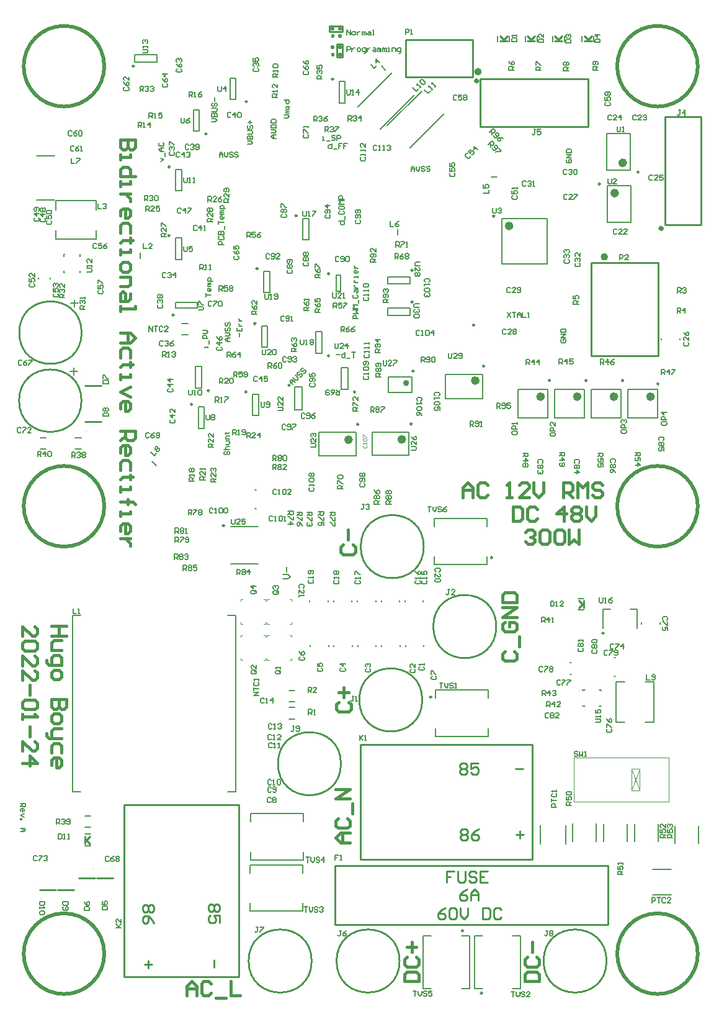
<source format=gbr>
%TF.GenerationSoftware,Altium Limited,Altium Designer,22.1.2 (22)*%
G04 Layer_Color=65535*
%FSLAX45Y45*%
%MOMM*%
%TF.SameCoordinates,C5451D44-FA68-4CDD-92CA-08ED0B408621*%
%TF.FilePolarity,Positive*%
%TF.FileFunction,Legend,Top*%
%TF.Part,Single*%
G01*
G75*
%TA.AperFunction,NonConductor*%
%ADD81C,0.25000*%
%ADD101C,0.50000*%
%ADD102C,0.60000*%
%ADD103C,0.10000*%
%ADD104C,0.40000*%
%ADD105C,0.25400*%
%ADD106C,0.20000*%
%ADD107C,0.12700*%
%ADD108C,0.15000*%
%ADD109C,0.15240*%
%ADD110C,0.07620*%
D81*
X4680000Y8360000D02*
G03*
X4680000Y8360000I-12500J0D01*
G01*
X5462500Y9587500D02*
G03*
X5462500Y9587500I-12500J0D01*
G01*
Y10017500D02*
G03*
X5462500Y10017500I-12500J0D01*
G01*
X8547500Y11357000D02*
G03*
X8547500Y11357000I-12500J0D01*
G01*
X8017500Y11195500D02*
G03*
X8017500Y11195500I-12500J0D01*
G01*
X6302492Y9272492D02*
G03*
X6302492Y9272492I-12500J0D01*
G01*
X6577500Y10757500D02*
G03*
X6577500Y10757500I-12500J0D01*
G01*
X4377500Y12625000D02*
G03*
X4377500Y12625000I-12500J0D01*
G01*
X1657500Y12802499D02*
G03*
X1657500Y12802499I-12500J0D01*
G01*
X3200000Y12320000D02*
G03*
X3200000Y12320000I-12500J0D01*
G01*
X2649600Y11879600D02*
G03*
X2649600Y11879600I-12500J0D01*
G01*
X2145599Y11427801D02*
G03*
X2145599Y11427801I-12500J0D01*
G01*
X2145000Y10492500D02*
G03*
X2145000Y10492500I-12500J0D01*
G01*
X3879699Y10760800D02*
G03*
X3879699Y10760800I-12500J0D01*
G01*
X4322500Y9972500D02*
G03*
X4322500Y9972500I-12500J0D01*
G01*
X3347500Y10040000D02*
G03*
X3347500Y10040000I-12500J0D01*
G01*
X4322500Y8852500D02*
G03*
X4322500Y8852500I-12500J0D01*
G01*
X3316900Y9293300D02*
G03*
X3316900Y9293300I-12500J0D01*
G01*
X2202500Y9410000D02*
G03*
X2202500Y9410000I-12500J0D01*
G01*
X2682171Y8378515D02*
G03*
X2682171Y8378515I-12500J0D01*
G01*
X3195000Y8360000D02*
G03*
X3195000Y8360000I-12500J0D01*
G01*
X2453495Y8189243D02*
G03*
X2453495Y8189243I-12500J0D01*
G01*
X7334500Y8515000D02*
G03*
X7334500Y8515000I-12500J0D01*
G01*
X7834500D02*
G03*
X7834500Y8515000I-12500J0D01*
G01*
X8334500D02*
G03*
X8334500Y8515000I-12500J0D01*
G01*
X8820000Y8470000D02*
G03*
X8820000Y8470000I-12500J0D01*
G01*
X6437500Y8710000D02*
G03*
X6437500Y8710000I-12500J0D01*
G01*
X5475000Y8645000D02*
G03*
X5475000Y8645000I-12500J0D01*
G01*
X3785000Y8450000D02*
G03*
X3785000Y8450000I-12500J0D01*
G01*
X4720500Y7917500D02*
G03*
X4720500Y7917500I-12500J0D01*
G01*
X5448000Y7922500D02*
G03*
X5448000Y7922500I-12500J0D01*
G01*
X2890000Y6537500D02*
G03*
X2890000Y6537500I-12500J0D01*
G01*
X6600000Y5160000D02*
G03*
X6600000Y5160000I-430000J0D01*
G01*
X4480000Y3290000D02*
G03*
X4480000Y3290000I-430000J0D01*
G01*
X5717500Y4200000D02*
G03*
X5717500Y4200000I-12500J0D01*
G01*
X8067500Y5072500D02*
G03*
X8067500Y5072500I-12500J0D01*
G01*
X8105000Y600000D02*
G03*
X8105000Y600000I-430000J0D01*
G01*
X5280000D02*
G03*
X5280000Y600000I-430000J0D01*
G01*
X4080000D02*
G03*
X4080000Y600000I-430000J0D01*
G01*
X6410000Y162500D02*
G03*
X6410000Y162500I-12500J0D01*
G01*
X6150000Y1012500D02*
G03*
X6150000Y1012500I-12500J0D01*
G01*
X938234Y8240000D02*
G03*
X938234Y8240000I-425734J0D01*
G01*
X940734Y9167500D02*
G03*
X940734Y9167500I-425734J0D01*
G01*
X5590000Y4160000D02*
G03*
X5590000Y4160000I-430000J0D01*
G01*
X5610000Y6250000D02*
G03*
X5610000Y6250000I-430000J0D01*
G01*
X6547500Y6100000D02*
G03*
X6547500Y6100000I-12500J0D01*
G01*
D101*
X1250000Y12800000D02*
G03*
X1250000Y12800000I-550000J0D01*
G01*
X9350000D02*
G03*
X9350000Y12800000I-550000J0D01*
G01*
X8864142Y10588000D02*
G03*
X8864142Y10588000I-14142J0D01*
G01*
X8099748Y10200899D02*
G03*
X8099748Y10200899I-25400J0D01*
G01*
X6344142Y12600000D02*
G03*
X6344142Y12600000I-14142J0D01*
G01*
X6375400Y12725000D02*
G03*
X6375400Y12725000I-25400J0D01*
G01*
X1250000Y6800000D02*
G03*
X1250000Y6800000I-550000J0D01*
G01*
X9350000D02*
G03*
X9350000Y6800000I-550000J0D01*
G01*
Y700000D02*
G03*
X9350000Y700000I-550000J0D01*
G01*
X1250000D02*
G03*
X1250000Y700000I-550000J0D01*
G01*
D102*
X8355000Y11482500D02*
G03*
X8355000Y11482500I-30000J0D01*
G01*
X8245000Y11070000D02*
G03*
X8245000Y11070000I-30000J0D01*
G01*
X6805000Y10622500D02*
G03*
X6805000Y10622500I-30000J0D01*
G01*
X7235000Y8295000D02*
G03*
X7235000Y8295000I-30000J0D01*
G01*
X7735000D02*
G03*
X7735000Y8295000I-30000J0D01*
G01*
X8235000D02*
G03*
X8235000Y8295000I-30000J0D01*
G01*
X8735000D02*
G03*
X8735000Y8295000I-30000J0D01*
G01*
X6342500Y8514999D02*
G03*
X6342500Y8514999I-30000J0D01*
G01*
X4612500Y7707500D02*
G03*
X4612500Y7707500I-30000J0D01*
G01*
X5340000Y7712500D02*
G03*
X5340000Y7712500I-30000J0D01*
G01*
D103*
X708500Y9944000D02*
G03*
X708500Y9944000I-5000J0D01*
G01*
X1010000Y7825000D02*
G03*
X1010000Y7825000I-5000J0D01*
G01*
X7742640Y4292980D02*
G03*
X7742640Y4292980I-5000J0D01*
G01*
X390000Y1445000D02*
G03*
X390000Y1445000I-5000J0D01*
G01*
X1355000Y1855000D02*
G03*
X1355000Y1855000I-5000J0D01*
G01*
X1105000D02*
G03*
X1105000Y1855000I-5000J0D01*
G01*
X1010000Y8320000D02*
G03*
X1010000Y8320000I-5000J0D01*
G01*
X640000Y1445000D02*
G03*
X640000Y1445000I-5000J0D01*
G01*
X3470000Y5507000D02*
Y5534500D01*
X3497500D01*
X3782500D02*
X3810000D01*
Y5507000D02*
Y5534500D01*
Y5194500D02*
Y5222000D01*
X3782500Y5194500D02*
X3810000D01*
X3470000D02*
X3497500D01*
X3470000D02*
Y5222000D01*
X3110000Y5507000D02*
Y5534500D01*
X3137500D01*
X3422500D02*
X3450000D01*
Y5507000D02*
Y5534500D01*
Y5194500D02*
Y5222000D01*
X3422500Y5194500D02*
X3450000D01*
X3110000D02*
X3137500D01*
X3110000D02*
Y5222000D01*
Y5012501D02*
Y5040000D01*
X3137500D01*
X3422500D02*
X3450000D01*
Y5012501D02*
Y5040000D01*
Y4700001D02*
Y4727500D01*
X3422500Y4700001D02*
X3450000D01*
X3110000D02*
X3137500D01*
X3110000D02*
Y4727500D01*
X3470000Y5012501D02*
Y5040000D01*
X3497500D01*
X3782500D02*
X3810000D01*
Y5012501D02*
Y5040000D01*
Y4700001D02*
Y4727500D01*
X3782500Y4700001D02*
X3810000D01*
X3470000D02*
X3497500D01*
X3470000D02*
Y4727500D01*
X8445000Y2932500D02*
X8555000Y3212500D01*
X8445000D02*
X8555000Y2932500D01*
X7655000Y2772500D02*
X8955000D01*
X7655000D02*
Y3372500D01*
X8955000D01*
Y2772500D02*
Y3372500D01*
X8556000Y2927500D02*
Y3217500D01*
X8444000D02*
X8556000D01*
X8444000Y2927500D02*
Y3217500D01*
Y2927500D02*
X8556000D01*
D104*
X5390000Y8480000D02*
G03*
X5390000Y8480000I-20000J0D01*
G01*
X135000Y5029209D02*
Y5162500D01*
X268291Y5029209D01*
X301613D01*
X334936Y5062532D01*
Y5129177D01*
X301613Y5162500D01*
Y4962564D02*
X334936Y4929242D01*
Y4862596D01*
X301613Y4829274D01*
X168323D01*
X135000Y4862596D01*
Y4929242D01*
X168323Y4962564D01*
X301613D01*
X135000Y4629338D02*
Y4762629D01*
X268291Y4629338D01*
X301613D01*
X334936Y4662661D01*
Y4729306D01*
X301613Y4762629D01*
X135000Y4429403D02*
Y4562693D01*
X268291Y4429403D01*
X301613D01*
X334936Y4462725D01*
Y4529370D01*
X301613Y4562693D01*
X234968Y4362757D02*
Y4229467D01*
X301613Y4162822D02*
X334936Y4129499D01*
Y4062854D01*
X301613Y4029531D01*
X168323D01*
X135000Y4062854D01*
Y4129499D01*
X168323Y4162822D01*
X301613D01*
X135000Y3962886D02*
Y3896241D01*
Y3929564D01*
X334936D01*
X301613Y3962886D01*
X234968Y3796273D02*
Y3662983D01*
X135000Y3463047D02*
Y3596338D01*
X268291Y3463047D01*
X301613D01*
X334936Y3496370D01*
Y3563015D01*
X301613Y3596338D01*
X135000Y3296434D02*
X334936D01*
X234968Y3396402D01*
Y3263112D01*
X731581Y5170000D02*
X531645D01*
X631613D01*
Y5036710D01*
X731581D01*
X531645D01*
X664935Y4970064D02*
X564968D01*
X531645Y4936742D01*
Y4836774D01*
X664935D01*
X465000Y4703484D02*
Y4670161D01*
X498323Y4636838D01*
X664935D01*
Y4736806D01*
X631613Y4770129D01*
X564968D01*
X531645Y4736806D01*
Y4636838D01*
Y4536871D02*
Y4470225D01*
X564968Y4436903D01*
X631613D01*
X664935Y4470225D01*
Y4536871D01*
X631613Y4570193D01*
X564968D01*
X531645Y4536871D01*
X731581Y4170322D02*
X531645D01*
Y4070354D01*
X564968Y4037032D01*
X598290D01*
X631613Y4070354D01*
Y4170322D01*
Y4070354D01*
X664935Y4037032D01*
X698258D01*
X731581Y4070354D01*
Y4170322D01*
X531645Y3937064D02*
Y3870418D01*
X564968Y3837096D01*
X631613D01*
X664935Y3870418D01*
Y3937064D01*
X631613Y3970386D01*
X564968D01*
X531645Y3937064D01*
X664935Y3770451D02*
X564968D01*
X531645Y3737128D01*
Y3637160D01*
X498323D01*
X465000Y3670483D01*
Y3703806D01*
X531645Y3637160D02*
X664935D01*
Y3437225D02*
Y3537193D01*
X631613Y3570515D01*
X564968D01*
X531645Y3537193D01*
Y3437225D01*
Y3270612D02*
Y3337257D01*
X564968Y3370579D01*
X631613D01*
X664935Y3337257D01*
Y3270612D01*
X631613Y3237289D01*
X598290D01*
Y3370579D01*
X1672436Y11795000D02*
X1472500D01*
Y11695032D01*
X1505822Y11661709D01*
X1539145D01*
X1572468Y11695032D01*
Y11795000D01*
Y11695032D01*
X1605790Y11661709D01*
X1639113D01*
X1672436Y11695032D01*
Y11795000D01*
X1472500Y11595064D02*
Y11528419D01*
Y11561741D01*
X1605790D01*
Y11595064D01*
X1672436Y11295161D02*
X1472500D01*
Y11395129D01*
X1505822Y11428451D01*
X1572468D01*
X1605790Y11395129D01*
Y11295161D01*
X1472500Y11228516D02*
Y11161870D01*
Y11195193D01*
X1605790D01*
Y11228516D01*
Y11061903D02*
X1472500D01*
X1539145D01*
X1572468Y11028580D01*
X1605790Y10995258D01*
Y10961935D01*
X1472500Y10761999D02*
Y10828645D01*
X1505822Y10861967D01*
X1572468D01*
X1605790Y10828645D01*
Y10761999D01*
X1572468Y10728677D01*
X1539145D01*
Y10861967D01*
X1605790Y10528741D02*
Y10628709D01*
X1572468Y10662032D01*
X1505822D01*
X1472500Y10628709D01*
Y10528741D01*
X1639113Y10428773D02*
X1605790D01*
Y10462096D01*
Y10395451D01*
Y10428773D01*
X1505822D01*
X1472500Y10395451D01*
Y10295483D02*
Y10228838D01*
Y10262161D01*
X1605790D01*
Y10295483D01*
X1472500Y10095548D02*
Y10028902D01*
X1505822Y9995580D01*
X1572468D01*
X1605790Y10028902D01*
Y10095548D01*
X1572468Y10128870D01*
X1505822D01*
X1472500Y10095548D01*
Y9928935D02*
X1605790D01*
Y9828967D01*
X1572468Y9795644D01*
X1472500D01*
X1605790Y9695677D02*
Y9629031D01*
X1572468Y9595709D01*
X1472500D01*
Y9695677D01*
X1505822Y9728999D01*
X1539145Y9695677D01*
Y9595709D01*
X1472500Y9529063D02*
Y9462418D01*
Y9495741D01*
X1672436D01*
Y9529063D01*
X1472500Y9162515D02*
X1605790D01*
X1672436Y9095870D01*
X1605790Y9029225D01*
X1472500D01*
X1572468D01*
Y9162515D01*
X1605790Y8829289D02*
Y8929257D01*
X1572468Y8962579D01*
X1505822D01*
X1472500Y8929257D01*
Y8829289D01*
X1639113Y8729321D02*
X1605790D01*
Y8762644D01*
Y8695999D01*
Y8729321D01*
X1505822D01*
X1472500Y8695999D01*
Y8596031D02*
Y8529386D01*
Y8562709D01*
X1605790D01*
Y8596031D01*
Y8429418D02*
X1472500Y8362773D01*
X1605790Y8296128D01*
X1472500Y8129515D02*
Y8196160D01*
X1505822Y8229483D01*
X1572468D01*
X1605790Y8196160D01*
Y8129515D01*
X1572468Y8096192D01*
X1539145D01*
Y8229483D01*
X1472500Y7829611D02*
X1672436D01*
Y7729644D01*
X1639113Y7696321D01*
X1572468D01*
X1539145Y7729644D01*
Y7829611D01*
Y7762966D02*
X1472500Y7696321D01*
Y7529708D02*
Y7596353D01*
X1505822Y7629676D01*
X1572468D01*
X1605790Y7596353D01*
Y7529708D01*
X1572468Y7496386D01*
X1539145D01*
Y7629676D01*
X1605790Y7296450D02*
Y7396418D01*
X1572468Y7429740D01*
X1505822D01*
X1472500Y7396418D01*
Y7296450D01*
X1639113Y7196482D02*
X1605790D01*
Y7229805D01*
Y7163160D01*
Y7196482D01*
X1505822D01*
X1472500Y7163160D01*
Y7063192D02*
Y6996547D01*
Y7029869D01*
X1605790D01*
Y7063192D01*
X1472500Y6863257D02*
X1639113D01*
X1572468D01*
Y6896579D01*
Y6829934D01*
Y6863257D01*
X1639113D01*
X1672436Y6829934D01*
X1472500Y6729966D02*
Y6663321D01*
Y6696644D01*
X1605790D01*
Y6729966D01*
X1472500Y6463386D02*
Y6530031D01*
X1505822Y6563353D01*
X1572468D01*
X1605790Y6530031D01*
Y6463386D01*
X1572468Y6430063D01*
X1539145D01*
Y6563353D01*
X1605790Y6363418D02*
X1472500D01*
X1539145D01*
X1572468Y6330095D01*
X1605790Y6296773D01*
Y6263450D01*
X6995000Y6449113D02*
X7028322Y6482436D01*
X7094968D01*
X7128290Y6449113D01*
Y6415790D01*
X7094968Y6382468D01*
X7061645D01*
X7094968D01*
X7128290Y6349145D01*
Y6315823D01*
X7094968Y6282500D01*
X7028322D01*
X6995000Y6315823D01*
X7194936Y6449113D02*
X7228258Y6482436D01*
X7294903D01*
X7328226Y6449113D01*
Y6315823D01*
X7294903Y6282500D01*
X7228258D01*
X7194936Y6315823D01*
Y6449113D01*
X7394871D02*
X7428194Y6482436D01*
X7494839D01*
X7528161Y6449113D01*
Y6315823D01*
X7494839Y6282500D01*
X7428194D01*
X7394871Y6315823D01*
Y6449113D01*
X7594807Y6482436D02*
Y6282500D01*
X7661452Y6349145D01*
X7728097Y6282500D01*
Y6482436D01*
X6825000Y6797435D02*
Y6597500D01*
X6924968D01*
X6958290Y6630822D01*
Y6764113D01*
X6924968Y6797435D01*
X6825000D01*
X7158226Y6764113D02*
X7124903Y6797435D01*
X7058258D01*
X7024935Y6764113D01*
Y6630822D01*
X7058258Y6597500D01*
X7124903D01*
X7158226Y6630822D01*
X7524774Y6597500D02*
Y6797435D01*
X7424807Y6697468D01*
X7558097D01*
X7624742Y6764113D02*
X7658065Y6797435D01*
X7724710D01*
X7758032Y6764113D01*
Y6730790D01*
X7724710Y6697468D01*
X7758032Y6664145D01*
Y6630822D01*
X7724710Y6597500D01*
X7658065D01*
X7624742Y6630822D01*
Y6664145D01*
X7658065Y6697468D01*
X7624742Y6730790D01*
Y6764113D01*
X7658065Y6697468D02*
X7724710D01*
X7824678Y6797435D02*
Y6664145D01*
X7891323Y6597500D01*
X7957968Y6664145D01*
Y6797435D01*
X6145000Y6925000D02*
Y7058290D01*
X6211645Y7124935D01*
X6278290Y7058290D01*
Y6925000D01*
Y7024968D01*
X6145000D01*
X6478226Y7091613D02*
X6444903Y7124935D01*
X6378258D01*
X6344935Y7091613D01*
Y6958322D01*
X6378258Y6925000D01*
X6444903D01*
X6478226Y6958322D01*
X6744807Y6925000D02*
X6811452D01*
X6778129D01*
Y7124935D01*
X6744807Y7091613D01*
X7044710Y6925000D02*
X6911420D01*
X7044710Y7058290D01*
Y7091613D01*
X7011387Y7124935D01*
X6944742D01*
X6911420Y7091613D01*
X7111355Y7124935D02*
Y6991645D01*
X7178000Y6925000D01*
X7244645Y6991645D01*
Y7124935D01*
X7511226Y6925000D02*
Y7124935D01*
X7611194D01*
X7644517Y7091613D01*
Y7024968D01*
X7611194Y6991645D01*
X7511226D01*
X7577871D02*
X7644517Y6925000D01*
X7711162D02*
Y7124935D01*
X7777807Y7058290D01*
X7844452Y7124935D01*
Y6925000D01*
X8044388Y7091613D02*
X8011065Y7124935D01*
X7944420D01*
X7911097Y7091613D01*
Y7058290D01*
X7944420Y7024968D01*
X8011065D01*
X8044388Y6991645D01*
Y6958322D01*
X8011065Y6925000D01*
X7944420D01*
X7911097Y6958322D01*
X4510887Y6278290D02*
X4477564Y6244967D01*
Y6178322D01*
X4510887Y6145000D01*
X4644177D01*
X4677500Y6178322D01*
Y6244967D01*
X4644177Y6278290D01*
X4577532Y6344935D02*
Y6478226D01*
X4450887Y4130790D02*
X4417564Y4097468D01*
Y4030822D01*
X4450887Y3997500D01*
X4584177D01*
X4617500Y4030822D01*
Y4097468D01*
X4584177Y4130790D01*
X4517532Y4197435D02*
Y4330726D01*
X4450887Y4264080D02*
X4584177D01*
X6715065Y4823290D02*
X6681742Y4789968D01*
Y4723323D01*
X6715065Y4690000D01*
X6848355D01*
X6881678Y4723323D01*
Y4789968D01*
X6848355Y4823290D01*
X6915000Y4889936D02*
Y5023226D01*
X6715065Y5223162D02*
X6681742Y5189839D01*
Y5123194D01*
X6715065Y5089871D01*
X6848355D01*
X6881678Y5123194D01*
Y5189839D01*
X6848355Y5223162D01*
X6781710D01*
Y5156516D01*
X6881678Y5289807D02*
X6681742D01*
X6881678Y5423097D01*
X6681742D01*
Y5489742D02*
X6881678D01*
Y5589710D01*
X6848355Y5623033D01*
X6715065D01*
X6681742Y5589710D01*
Y5489742D01*
X6987564Y322500D02*
X7187500D01*
Y422468D01*
X7154177Y455790D01*
X7020887D01*
X6987564Y422468D01*
Y322500D01*
X7020887Y655726D02*
X6987564Y622403D01*
Y555758D01*
X7020887Y522436D01*
X7154177D01*
X7187500Y555758D01*
Y622403D01*
X7154177Y655726D01*
X7087532Y722371D02*
Y855661D01*
X5345064Y322500D02*
X5545000D01*
Y422468D01*
X5511677Y455790D01*
X5378387D01*
X5345064Y422468D01*
Y322500D01*
X5378387Y655726D02*
X5345064Y622403D01*
Y555758D01*
X5378387Y522435D01*
X5511677D01*
X5545000Y555758D01*
Y622403D01*
X5511677Y655726D01*
X5445032Y722371D02*
Y855661D01*
X5378387Y789016D02*
X5511677D01*
X4604177Y2212500D02*
X4470887D01*
X4404242Y2279145D01*
X4470887Y2345790D01*
X4604177D01*
X4504210D01*
Y2212500D01*
X4437565Y2545726D02*
X4404242Y2512403D01*
Y2445758D01*
X4437565Y2412436D01*
X4570855D01*
X4604177Y2445758D01*
Y2512403D01*
X4570855Y2545726D01*
X4637500Y2612371D02*
Y2745662D01*
X4604177Y2812307D02*
X4404242D01*
X4604177Y2945597D01*
X4404242D01*
X2374196Y127068D02*
Y260358D01*
X2440841Y327003D01*
X2507486Y260358D01*
Y127068D01*
Y227036D01*
X2374196D01*
X2707422Y293681D02*
X2674100Y327003D01*
X2607454D01*
X2574132Y293681D01*
Y160390D01*
X2607454Y127068D01*
X2674100D01*
X2707422Y160390D01*
X2774067Y93745D02*
X2907358D01*
X2974003Y327003D02*
Y127068D01*
X3107293D01*
D105*
X4375000Y12950000D02*
Y12975000D01*
X4352500Y12950000D02*
Y12975000D01*
X4375000D01*
X4352500Y12950000D02*
X4375000D01*
X4325000Y13275000D02*
X4500000D01*
X4325000Y13350000D02*
X4500000D01*
Y13275000D02*
Y13350000D01*
X4325000Y13275000D02*
Y13350000D01*
X4450000Y13052499D02*
X4475000D01*
X4450000Y13075000D02*
X4475000D01*
Y13052499D02*
Y13075000D01*
X4450000Y13052499D02*
Y13075000D01*
X4350000Y13052499D02*
X4375000D01*
X4350000Y13075000D02*
X4375000D01*
Y13052499D02*
Y13075000D01*
X4350000Y13052499D02*
Y13075000D01*
Y13302499D02*
X4375000D01*
X4350000Y13325000D02*
X4375000D01*
Y13302499D02*
Y13325000D01*
X4350000Y13302499D02*
Y13325000D01*
X4450000Y13202499D02*
X4475000D01*
X4450000Y13225000D02*
X4475000D01*
Y13202499D02*
Y13225000D01*
X4450000Y13202499D02*
Y13225000D01*
X4425000Y12925000D02*
X4500000D01*
X4425000Y13100000D02*
X4500000D01*
Y12925000D02*
Y13100000D01*
X4425000Y12925000D02*
Y13100000D01*
X4375000Y13200000D02*
Y13225000D01*
X4352500Y13200000D02*
Y13225000D01*
X4375000D01*
X4352500Y13200000D02*
X4375000D01*
X4450000Y12952499D02*
X4475000D01*
X4450000Y12975000D02*
X4475000D01*
Y12952499D02*
Y12975000D01*
X4450000Y12952499D02*
Y12975000D01*
Y13302499D02*
X4475000D01*
X4450000Y13325000D02*
X4475000D01*
Y13302499D02*
Y13325000D01*
X4450000Y13302499D02*
Y13325000D01*
X8905000Y10638000D02*
X9392500D01*
Y12109600D01*
X8905000D02*
X9392500D01*
X8905000Y10638000D02*
Y12109600D01*
X7896548Y8854699D02*
Y10124699D01*
Y8854699D02*
X8810948D01*
Y10124699D01*
X7896548D02*
X8810948D01*
X6380000Y11975000D02*
Y12625000D01*
Y11975000D02*
X7851600D01*
Y12625000D01*
X6380000D02*
X7851600D01*
X985000Y7950000D02*
X1205000D01*
X1517500Y387500D02*
Y2732500D01*
X3082500D01*
Y387500D02*
Y2732500D01*
X1517500Y387500D02*
X3082500D01*
X4745000Y1987500D02*
X7090000D01*
X4745000D02*
Y3552500D01*
X7090000D01*
Y1987500D02*
Y3552500D01*
X6277200Y12653000D02*
Y13161000D01*
X5362800D02*
X6277200D01*
X5362800Y12653000D02*
Y13161000D01*
Y12653000D02*
X6277200D01*
X365000Y1570000D02*
X585000D01*
X1150000Y1730000D02*
X1370000D01*
X900000D02*
X1120000D01*
X985000Y8445000D02*
X1205000D01*
X615000Y1570000D02*
X835000D01*
X4400000Y1097500D02*
Y1897500D01*
Y1097500D02*
X8125000D01*
Y1897500D01*
X4400000D02*
X8125000D01*
X1902359Y1364601D02*
X1927751Y1339209D01*
Y1288425D01*
X1902359Y1263033D01*
X1876968D01*
X1851576Y1288425D01*
X1826184Y1263033D01*
X1800792D01*
X1775400Y1288425D01*
Y1339209D01*
X1800792Y1364601D01*
X1826184D01*
X1851576Y1339209D01*
X1876968Y1364601D01*
X1902359D01*
X1851576Y1339209D02*
Y1288425D01*
X1927751Y1110683D02*
X1902359Y1161466D01*
X1851576Y1212250D01*
X1800792D01*
X1775400Y1186858D01*
Y1136074D01*
X1800792Y1110683D01*
X1826184D01*
X1851576Y1136074D01*
Y1212250D01*
Y602847D02*
Y501280D01*
X1902359Y552063D02*
X1800792D01*
X2802358Y1374601D02*
X2827750Y1349209D01*
Y1298425D01*
X2802358Y1273033D01*
X2776967D01*
X2751575Y1298425D01*
X2726183Y1273033D01*
X2700791D01*
X2675399Y1298425D01*
Y1349209D01*
X2700791Y1374601D01*
X2726183D01*
X2751575Y1349209D01*
X2776967Y1374601D01*
X2802358D01*
X2751575Y1349209D02*
Y1298425D01*
X2827750Y1120683D02*
Y1222250D01*
X2751575D01*
X2776967Y1171466D01*
Y1146074D01*
X2751575Y1120683D01*
X2700791D01*
X2675399Y1146074D01*
Y1196858D01*
X2700791Y1222250D01*
X2751575Y612847D02*
Y511280D01*
X990000Y2301567D02*
Y2200000D01*
Y2233856D01*
X1057712Y2301567D01*
X1006928Y2250784D01*
X1057712Y2200000D01*
X6112899Y2372359D02*
X6138291Y2397751D01*
X6189075D01*
X6214467Y2372359D01*
Y2346967D01*
X6189075Y2321575D01*
X6214467Y2296184D01*
Y2270792D01*
X6189075Y2245400D01*
X6138291D01*
X6112899Y2270792D01*
Y2296184D01*
X6138291Y2321575D01*
X6112899Y2346967D01*
Y2372359D01*
X6138291Y2321575D02*
X6189075D01*
X6366817Y2397751D02*
X6316034Y2372359D01*
X6265250Y2321575D01*
Y2270792D01*
X6290642Y2245400D01*
X6341425D01*
X6366817Y2270792D01*
Y2296184D01*
X6341425Y2321575D01*
X6265250D01*
X6874653D02*
X6976220D01*
X6925436Y2372359D02*
Y2270792D01*
X6102899Y3272358D02*
X6128291Y3297750D01*
X6179075D01*
X6204467Y3272358D01*
Y3246966D01*
X6179075Y3221574D01*
X6204467Y3196183D01*
Y3170791D01*
X6179075Y3145399D01*
X6128291D01*
X6102899Y3170791D01*
Y3196183D01*
X6128291Y3221574D01*
X6102899Y3246966D01*
Y3272358D01*
X6128291Y3221574D02*
X6179075D01*
X6356817Y3297750D02*
X6255250D01*
Y3221574D01*
X6306034Y3246966D01*
X6331425D01*
X6356817Y3221574D01*
Y3170791D01*
X6331425Y3145399D01*
X6280642D01*
X6255250Y3170791D01*
X6864653Y3221574D02*
X6966220D01*
X7790000Y5413433D02*
Y5515000D01*
Y5481144D01*
X7722289Y5413433D01*
X7773072Y5464216D01*
X7722289Y5515000D01*
X6648433Y13139999D02*
X6750000D01*
X6716144D01*
X6648433Y13207710D01*
X6699216Y13156927D01*
X6750000Y13207710D01*
X7023433Y13139999D02*
X7125000D01*
X7091144D01*
X7023433Y13207710D01*
X7074216Y13156927D01*
X7125000Y13207710D01*
X7398433Y13139999D02*
X7500000D01*
X7466144D01*
X7398433Y13207710D01*
X7449216Y13156927D01*
X7500000Y13207710D01*
X7798433Y13139999D02*
X7900000D01*
X7866144D01*
X7798433Y13207710D01*
X7849216Y13156927D01*
X7900000Y13207710D01*
X6026967Y1825251D02*
X5925400D01*
Y1749075D01*
X5976184D01*
X5925400D01*
Y1672900D01*
X6077751Y1825251D02*
Y1698292D01*
X6103143Y1672900D01*
X6153926D01*
X6179318Y1698292D01*
Y1825251D01*
X6331669Y1799859D02*
X6306277Y1825251D01*
X6255493D01*
X6230102Y1799859D01*
Y1774467D01*
X6255493Y1749075D01*
X6306277D01*
X6331669Y1723683D01*
Y1698292D01*
X6306277Y1672900D01*
X6255493D01*
X6230102Y1698292D01*
X6484020Y1825251D02*
X6382452D01*
Y1672900D01*
X6484020D01*
X6382452Y1749075D02*
X6433236D01*
X6201967Y1575251D02*
X6151184Y1549859D01*
X6100400Y1499075D01*
Y1448292D01*
X6125792Y1422900D01*
X6176575D01*
X6201967Y1448292D01*
Y1473683D01*
X6176575Y1499075D01*
X6100400D01*
X6252751Y1422900D02*
Y1524467D01*
X6303534Y1575251D01*
X6354318Y1524467D01*
Y1422900D01*
Y1499075D01*
X6252751D01*
X5901967Y1325251D02*
X5851184Y1299859D01*
X5800400Y1249075D01*
Y1198292D01*
X5825792Y1172900D01*
X5876575D01*
X5901967Y1198292D01*
Y1223683D01*
X5876575Y1249075D01*
X5800400D01*
X5952751Y1299859D02*
X5978143Y1325251D01*
X6028926D01*
X6054318Y1299859D01*
Y1198292D01*
X6028926Y1172900D01*
X5978143D01*
X5952751Y1198292D01*
Y1299859D01*
X6105102Y1325251D02*
Y1223683D01*
X6155885Y1172900D01*
X6206669Y1223683D01*
Y1325251D01*
X6409803D02*
Y1172900D01*
X6485978D01*
X6511370Y1198292D01*
Y1299859D01*
X6485978Y1325251D01*
X6409803D01*
X6663721Y1299859D02*
X6638329Y1325251D01*
X6587546D01*
X6562154Y1299859D01*
Y1198292D01*
X6587546Y1172900D01*
X6638329D01*
X6663721Y1198292D01*
D106*
X4480000Y8390000D02*
X4580000D01*
X4480000Y8690000D02*
X4580000D01*
Y8390000D02*
Y8690000D01*
X4480000Y8390000D02*
Y8690000D01*
X5420000Y9400000D02*
Y9500000D01*
X5120000Y9400000D02*
Y9500000D01*
X5420000D01*
X5120000Y9400000D02*
X5420000D01*
Y9830000D02*
Y9930000D01*
X5120000Y9830000D02*
Y9930000D01*
X5420000D01*
X5120000Y9830000D02*
X5420000D01*
X8105000Y11882500D02*
X8425000D01*
X8105000Y11382500D02*
X8425000D01*
X8105000D02*
Y11882500D01*
X8425000Y11382500D02*
Y11882500D01*
X8115000Y10670000D02*
X8434999D01*
X8115000Y11170000D02*
X8434999D01*
Y10670000D02*
Y11170000D01*
X8115000Y10670000D02*
Y11170000D01*
X8853198Y9068199D02*
Y9088199D01*
X9103198Y9068199D02*
Y9088199D01*
X6530000Y11290000D02*
X6610000D01*
X6675000Y10102500D02*
Y10722500D01*
X7295000Y10102500D02*
Y10722500D01*
X6675000D02*
X7295000D01*
X6675000Y10102500D02*
X7295000D01*
X5029853Y12806421D02*
X5086421Y12749853D01*
X4457500Y12590000D02*
X4537500D01*
X4457500Y12300000D02*
X4537500D01*
X4457500D02*
Y12590000D01*
X4537500Y12300000D02*
Y12590000D01*
X1665000Y12855000D02*
Y12955000D01*
X1965000Y12855000D02*
Y12955000D01*
X1665000Y12855000D02*
X1965000D01*
X1665000Y12955000D02*
X1965000D01*
X2967500Y12345000D02*
X3047500D01*
X2967500Y12635000D02*
X3047500D01*
Y12345000D02*
Y12635000D01*
X2967500Y12345000D02*
Y12635000D01*
X2464600Y11914600D02*
X2544600D01*
X2464600Y12204600D02*
X2544600D01*
Y11914600D02*
Y12204600D01*
X2464600Y11914600D02*
Y12204600D01*
X2225599Y11392800D02*
X2305599D01*
X2225599Y11102801D02*
X2305599D01*
X2225599D02*
Y11392800D01*
X2305599Y11102801D02*
Y11392800D01*
X2225000Y10457500D02*
X2305000D01*
X2225000Y10167500D02*
X2305000D01*
X2225000D02*
Y10457500D01*
X2305000Y10167500D02*
Y10457500D01*
X1740000Y10180000D02*
Y10260000D01*
X3959699Y10725800D02*
X4039699D01*
X3959699Y10435800D02*
X4039699D01*
X3959699D02*
Y10725800D01*
X4039699Y10435800D02*
Y10725800D01*
X4475000Y9735000D02*
Y9955000D01*
X4415000Y9735000D02*
Y9955000D01*
Y9735000D02*
X4475000D01*
X4415000Y9955000D02*
X4475000D01*
X3427500Y10005000D02*
X3507500D01*
X3427500Y9715000D02*
X3507500D01*
X3427500D02*
Y10005000D01*
X3507500Y9715000D02*
Y10005000D01*
X5250000Y10500000D02*
Y10580000D01*
X4137500Y8887500D02*
X4217500D01*
X4137500Y9177500D02*
X4217500D01*
Y8887500D02*
Y9177500D01*
X4137500Y8887500D02*
Y9177500D01*
X3396900Y9258300D02*
X3476900D01*
X3396900Y8968300D02*
X3476900D01*
X3396900D02*
Y9258300D01*
X3476900Y8968300D02*
Y9258300D01*
X2225000Y9502500D02*
Y9582500D01*
X2515000Y9502500D02*
Y9582500D01*
X2225000Y9502500D02*
X2515000D01*
X2225000Y9582500D02*
X2515000D01*
X2310000Y9135000D02*
X2390000D01*
X2310000Y9290000D02*
X2390000D01*
X2497171Y8413515D02*
X2577171D01*
X2497171Y8703515D02*
X2577171D01*
Y8413515D02*
Y8703515D01*
X2497171Y8413515D02*
Y8703515D01*
X3355000Y8035000D02*
Y8325000D01*
X3275000Y8035000D02*
Y8325000D01*
Y8035000D02*
X3355000D01*
X3275000Y8325000D02*
X3355000D01*
X2533495Y8154243D02*
X2613495D01*
X2533495Y7864243D02*
X2613495D01*
X2533495D02*
Y8154243D01*
X2613495Y7864243D02*
Y8154243D01*
X1904574Y7411890D02*
X1961142Y7355322D01*
X587500Y10845000D02*
Y10965000D01*
X1137500Y10845000D02*
Y10965000D01*
X587500Y10445000D02*
Y10565000D01*
X1137500Y10445000D02*
Y10565000D01*
X587500Y10965000D02*
X1137500D01*
X587500Y10445000D02*
X1137500D01*
X702500Y9984000D02*
X705000D01*
X920000D02*
X922500D01*
X702500Y10241000D02*
X705000D01*
X920000D02*
X922500D01*
X702500Y9984000D02*
Y10012500D01*
Y10210000D02*
Y10241000D01*
X922500Y9984000D02*
Y10012500D01*
Y10210000D02*
Y10241000D01*
X352500Y9900000D02*
Y9920000D01*
X512500Y9900000D02*
Y9920000D01*
X852500Y7737500D02*
X932500D01*
X852500Y7582500D02*
X932500D01*
X6895000Y8395000D02*
X7305000D01*
X6895000Y8005000D02*
X7305000D01*
Y8395000D01*
X6895000Y8005000D02*
Y8395000D01*
X7395000D02*
X7805000D01*
X7395000Y8005000D02*
X7805000D01*
Y8395000D01*
X7395000Y8005000D02*
Y8395000D01*
X7895000D02*
X8305000D01*
X7895000Y8005000D02*
X8305000D01*
Y8395000D01*
X7895000Y8005000D02*
Y8395000D01*
X8395000D02*
X8805000D01*
X8395000Y8005000D02*
X8805000D01*
Y8395000D01*
X8395000Y8005000D02*
Y8395000D01*
X5902500Y8265000D02*
Y8595000D01*
X6412500Y8265000D02*
Y8595000D01*
X5902500Y8265000D02*
X6412500D01*
X5902500Y8595000D02*
X6412500D01*
X5130000Y8560000D02*
X5450000D01*
X5130000Y8350000D02*
X5450000D01*
Y8560000D01*
X5130000Y8350000D02*
Y8560000D01*
X3952500Y8115000D02*
Y8425000D01*
X3852500Y8115000D02*
Y8425000D01*
Y8115000D02*
X3952500D01*
X3852500Y8425000D02*
X3952500D01*
X4182500Y7487500D02*
Y7807500D01*
X4682500Y7487500D02*
Y7807500D01*
X4182500Y7487500D02*
X4682500D01*
X4182500Y7807500D02*
X4682500D01*
X4910000Y7492500D02*
Y7812500D01*
X5410000Y7492500D02*
Y7812500D01*
X4910000Y7492500D02*
X5410000D01*
X4910000Y7812500D02*
X5410000D01*
X2975000Y6015000D02*
X3345000D01*
X2975000Y6525000D02*
X3345000D01*
X3302500Y7022500D02*
X3322500D01*
X3302500Y6772500D02*
X3322500D01*
X4305000Y5495000D02*
Y5515000D01*
X4055000Y5495000D02*
Y5515000D01*
X4630000Y5495000D02*
Y5515000D01*
X4380000Y5495000D02*
Y5515000D01*
X4955000Y5495000D02*
Y5515000D01*
X4705000Y5495000D02*
Y5515000D01*
X5280000Y5495000D02*
Y5515000D01*
X5030000Y5495000D02*
Y5515000D01*
X5605000Y5495000D02*
Y5515000D01*
X5355000Y5495000D02*
Y5515000D01*
X5610000Y4885001D02*
Y4905001D01*
X5360000Y4885001D02*
Y4905001D01*
X5285000Y4885001D02*
Y4905001D01*
X5035000Y4885001D02*
Y4905001D01*
X4960000Y4885001D02*
Y4905001D01*
X4710000Y4885001D02*
Y4905001D01*
X4635000Y4885001D02*
Y4905001D01*
X4385000Y4885001D02*
Y4905001D01*
X4310000Y4885001D02*
Y4905001D01*
X4060000Y4885001D02*
Y4905001D01*
X2930000Y5310000D02*
X3045000D01*
X2930000Y2910000D02*
X3045000D01*
X815000Y5310000D02*
X930000D01*
X815000Y2910000D02*
X930000D01*
X3045000D02*
Y5310000D01*
X815000Y2910000D02*
Y5310000D01*
X985000Y2577500D02*
X1065000D01*
X985000Y2422500D02*
X1065000D01*
X985000Y2330000D02*
X1065000D01*
X985000Y2170000D02*
X1065000D01*
X3245000Y2500000D02*
Y2610000D01*
X3965000Y2500000D02*
Y2610000D01*
X3245000Y1980000D02*
Y2090000D01*
X3965000Y1980000D02*
Y2090000D01*
X3245000Y2610000D02*
X3965000D01*
X3245000Y1980000D02*
X3965000D01*
X3240000Y1800000D02*
Y1910000D01*
X3960000Y1800000D02*
Y1910000D01*
X3240000Y1280000D02*
Y1390000D01*
X3960000Y1280000D02*
Y1390000D01*
X3240000Y1910000D02*
X3960000D01*
X3240000Y1280000D02*
X3960000D01*
X3770000Y4132500D02*
X3850000D01*
X3770000Y4287500D02*
X3850000D01*
X3770000Y3902500D02*
X3850000D01*
X3770000Y4057500D02*
X3850000D01*
X5770000Y4295000D02*
X6490000D01*
X5770000Y3665000D02*
X6490000D01*
X5770000Y4185000D02*
Y4295000D01*
X6490000Y4185000D02*
Y4295000D01*
X5770000Y3665000D02*
Y3775000D01*
X6490000Y3665000D02*
Y3775000D01*
X7715000Y5385000D02*
X7795000D01*
X7715000Y5545000D02*
X7795000D01*
X8425000Y5397500D02*
X8520000D01*
Y5137500D02*
Y5397500D01*
X8060000D02*
X8155000D01*
X8060000Y5137500D02*
Y5397500D01*
X7607500Y4665000D02*
X7627500D01*
X7607500Y4505000D02*
X7627500D01*
X8632500Y4407500D02*
X8752500D01*
X8632500Y3857500D02*
X8752500D01*
X8232500Y4407500D02*
X8352500D01*
X8232500Y3857500D02*
X8352500D01*
X8752500D02*
Y4407500D01*
X8232500Y3857500D02*
Y4407500D01*
X7777640Y4291480D02*
Y4292980D01*
Y4074980D02*
Y4076480D01*
X8034640Y4291480D02*
Y4292980D01*
Y4074980D02*
Y4076480D01*
X7777640Y4292980D02*
X7807500D01*
X8005000D02*
X8034640D01*
X7777640Y4074980D02*
X7807500D01*
X8005000D02*
X8034640D01*
X9360000Y2205000D02*
Y2445000D01*
X9040000Y2205000D02*
Y2445000D01*
X8810000Y2230000D02*
Y2470000D01*
X8490000Y2230000D02*
Y2470000D01*
X8387500Y2230000D02*
Y2470000D01*
X8067500Y2230000D02*
Y2470000D01*
X7645000Y2232500D02*
Y2472500D01*
X7965000Y2232500D02*
Y2472500D01*
X7200000Y2200000D02*
Y2450000D01*
X7550000Y2200000D02*
Y2450000D01*
X6620000Y13135001D02*
Y13214999D01*
X6780000Y13135001D02*
Y13214999D01*
X6995000Y13135001D02*
Y13214999D01*
X7155000Y13135001D02*
Y13214999D01*
X7370000Y13135001D02*
Y13214999D01*
X7530000Y13135001D02*
Y13214999D01*
X7770000Y13135001D02*
Y13214999D01*
X7930000Y13135001D02*
Y13214999D01*
X8734520Y1848860D02*
X8984520D01*
X8734520Y1498860D02*
X8984520D01*
X6302500Y227500D02*
Y947500D01*
X6932500Y227500D02*
Y947500D01*
X6302500Y227500D02*
X6412500D01*
X6302500Y947500D02*
X6412500D01*
X6822500Y227500D02*
X6932500D01*
X6822500Y947500D02*
X6932500D01*
X6232500Y227500D02*
Y947500D01*
X5602500Y227500D02*
Y947500D01*
X6122500D02*
X6232500D01*
X6122500Y227500D02*
X6232500D01*
X5602500Y947500D02*
X5712500D01*
X5602500Y227500D02*
X5712500D01*
X8585000Y5195000D02*
Y5215000D01*
X8835000Y5195000D02*
Y5215000D01*
X8207500Y4485000D02*
X8227500D01*
X8207500Y4735000D02*
X8227500D01*
X375000Y7582500D02*
X455000D01*
X375000Y7737500D02*
X455000D01*
X837500Y8590000D02*
Y8690000D01*
X787500Y8640000D02*
X887500D01*
X840000Y9517500D02*
Y9617500D01*
X790000Y9567500D02*
X890000D01*
X5750000Y6525000D02*
Y6635000D01*
X6470000Y6525000D02*
Y6635000D01*
X5750000Y6005000D02*
Y6115000D01*
X6470000Y6005000D02*
Y6115000D01*
X5750000Y6635000D02*
X6470000D01*
X5750000Y6005000D02*
X6470000D01*
D107*
X5019178Y11938849D02*
X5486151Y12405822D01*
X4713849Y12244178D02*
X5180822Y12711151D01*
X5419178Y11688849D02*
X5886151Y12155822D01*
X5113849Y11994178D02*
X5580822Y12461151D01*
X4561311Y13001759D02*
Y13071738D01*
X4596300D01*
X4607963Y13060075D01*
Y13036749D01*
X4596300Y13025085D01*
X4561311D01*
X4631288Y13048412D02*
Y13001759D01*
Y13025085D01*
X4642951Y13036749D01*
X4654614Y13048412D01*
X4666277D01*
X4712929Y13001759D02*
X4736255D01*
X4747918Y13013423D01*
Y13036749D01*
X4736255Y13048412D01*
X4712929D01*
X4701266Y13036749D01*
Y13013423D01*
X4712929Y13001759D01*
X4794569Y12978435D02*
X4806232D01*
X4817895Y12990097D01*
Y13048412D01*
X4782906D01*
X4771243Y13036749D01*
Y13013423D01*
X4782906Y13001759D01*
X4817895D01*
X4841221Y13048412D02*
Y13001759D01*
Y13025085D01*
X4852884Y13036749D01*
X4864547Y13048412D01*
X4876210D01*
X4922861D02*
X4946187D01*
X4957850Y13036749D01*
Y13001759D01*
X4922861D01*
X4911198Y13013423D01*
X4922861Y13025085D01*
X4957850D01*
X4981176Y13001759D02*
Y13048412D01*
X4992839D01*
X5004502Y13036749D01*
Y13001759D01*
Y13036749D01*
X5016165Y13048412D01*
X5027828Y13036749D01*
Y13001759D01*
X5051153D02*
Y13048412D01*
X5062816D01*
X5074479Y13036749D01*
Y13001759D01*
Y13036749D01*
X5086142Y13048412D01*
X5097805Y13036749D01*
Y13001759D01*
X5121131D02*
X5144457D01*
X5132794D01*
Y13048412D01*
X5121131D01*
X5179446Y13001759D02*
Y13048412D01*
X5214434D01*
X5226097Y13036749D01*
Y13001759D01*
X5272749Y12978435D02*
X5284412D01*
X5296075Y12990097D01*
Y13048412D01*
X5261086D01*
X5249423Y13036749D01*
Y13013423D01*
X5261086Y13001759D01*
X5296075D01*
X4561311Y13228435D02*
Y13298412D01*
X4607963Y13228435D01*
Y13298412D01*
X4642951Y13228435D02*
X4666277D01*
X4677940Y13240097D01*
Y13263423D01*
X4666277Y13275085D01*
X4642951D01*
X4631288Y13263423D01*
Y13240097D01*
X4642951Y13228435D01*
X4701266Y13275085D02*
Y13228435D01*
Y13251759D01*
X4712929Y13263423D01*
X4724592Y13275085D01*
X4736255D01*
X4771243Y13228435D02*
Y13275085D01*
X4782906D01*
X4794569Y13263423D01*
Y13228435D01*
Y13263423D01*
X4806232Y13275085D01*
X4817895Y13263423D01*
Y13228435D01*
X4852884Y13275085D02*
X4876210D01*
X4887873Y13263423D01*
Y13228435D01*
X4852884D01*
X4841221Y13240097D01*
X4852884Y13251759D01*
X4887873D01*
X4911198Y13228435D02*
X4934524D01*
X4922861D01*
Y13298412D01*
X4911198D01*
X7566267Y11528478D02*
X7554604Y11516815D01*
Y11493489D01*
X7566267Y11481826D01*
X7612918D01*
X7624581Y11493489D01*
Y11516815D01*
X7612918Y11528478D01*
X7589593D01*
Y11505152D01*
X7624581Y11551803D02*
X7554604D01*
X7624581Y11598455D01*
X7554604D01*
Y11621781D02*
X7624581D01*
Y11656770D01*
X7612918Y11668433D01*
X7566267D01*
X7554604Y11656770D01*
Y11621781D01*
X107700Y2749800D02*
X177678D01*
Y2714811D01*
X166015Y2703148D01*
X142689D01*
X131026Y2714811D01*
Y2749800D01*
Y2726474D02*
X107700Y2703148D01*
Y2644834D02*
Y2668160D01*
X119363Y2679822D01*
X142689D01*
X154352Y2668160D01*
Y2644834D01*
X142689Y2633171D01*
X131026D01*
Y2679822D01*
X154352Y2609845D02*
X107700Y2586519D01*
X154352Y2563193D01*
X107700Y2539867D02*
X119363D01*
Y2528204D01*
X107700D01*
Y2539867D01*
Y2411575D02*
X154352D01*
X177678Y2388249D01*
X154352Y2364924D01*
X107700D01*
X142689D01*
Y2411575D01*
X2638997Y9657700D02*
Y9704352D01*
Y9681026D01*
X2708974D01*
Y9762666D02*
Y9739340D01*
X2697311Y9727678D01*
X2673986D01*
X2662323Y9739340D01*
Y9762666D01*
X2673986Y9774329D01*
X2685648D01*
Y9727678D01*
X2708974Y9797655D02*
X2662323D01*
Y9809318D01*
X2673986Y9820981D01*
X2708974D01*
X2673986D01*
X2662323Y9832644D01*
X2673986Y9844307D01*
X2708974D01*
X2732300Y9867633D02*
X2662323D01*
Y9902621D01*
X2673986Y9914284D01*
X2697311D01*
X2708974Y9902621D01*
Y9867633D01*
X2878974Y10365200D02*
X2808996D01*
Y10400189D01*
X2820659Y10411852D01*
X2843985D01*
X2855648Y10400189D01*
Y10365200D01*
X2820659Y10481829D02*
X2808996Y10470166D01*
Y10446840D01*
X2820659Y10435178D01*
X2867311D01*
X2878974Y10446840D01*
Y10470166D01*
X2867311Y10481829D01*
X2808996Y10505155D02*
X2878974D01*
Y10540144D01*
X2867311Y10551807D01*
X2855648D01*
X2843985Y10540144D01*
Y10505155D01*
Y10540144D01*
X2832322Y10551807D01*
X2820659D01*
X2808996Y10540144D01*
Y10505155D01*
X2890637Y10575133D02*
Y10621784D01*
X2808996Y10645110D02*
Y10691762D01*
Y10668436D01*
X2878974D01*
Y10750076D02*
Y10726750D01*
X2867311Y10715088D01*
X2843985D01*
X2832322Y10726750D01*
Y10750076D01*
X2843985Y10761739D01*
X2855648D01*
Y10715088D01*
X2878974Y10785065D02*
X2832322D01*
Y10796728D01*
X2843985Y10808391D01*
X2878974D01*
X2843985D01*
X2832322Y10820054D01*
X2843985Y10831717D01*
X2878974D01*
X2902300Y10855043D02*
X2832322D01*
Y10890031D01*
X2843985Y10901694D01*
X2867311D01*
X2878974Y10890031D01*
Y10855043D01*
X2016485Y11500200D02*
X2063137Y11523526D01*
X2016485Y11546852D01*
X2074800Y11570178D02*
Y11616829D01*
X2063137Y11640155D02*
X2016485D01*
X1993159Y11663481D01*
X2016485Y11686807D01*
X2063137D01*
X2028148D01*
Y11640155D01*
X2004822Y11756784D02*
X1993159Y11745122D01*
Y11721796D01*
X2004822Y11710133D01*
X2051474D01*
X2063137Y11721796D01*
Y11745122D01*
X2051474Y11756784D01*
X2717322Y12042700D02*
X2763974D01*
X2787300Y12066026D01*
X2763974Y12089351D01*
X2717322D01*
Y12112677D02*
X2787300D01*
Y12147666D01*
X2775637Y12159329D01*
X2763974D01*
X2752311Y12147666D01*
Y12112677D01*
Y12147666D01*
X2740648Y12159329D01*
X2728985D01*
X2717322Y12147666D01*
Y12112677D01*
Y12182655D02*
X2775637D01*
X2787300Y12194318D01*
Y12217644D01*
X2775637Y12229307D01*
X2717322D01*
X2728985Y12299284D02*
X2717322Y12287621D01*
Y12264295D01*
X2728985Y12252632D01*
X2740648D01*
X2752311Y12264295D01*
Y12287621D01*
X2763974Y12299284D01*
X2775637D01*
X2787300Y12287621D01*
Y12264295D01*
X2775637Y12252632D01*
X2752311Y12322610D02*
Y12369262D01*
X3204822Y11735200D02*
X3251474D01*
X3274800Y11758526D01*
X3251474Y11781852D01*
X3204822D01*
Y11805178D02*
X3274800D01*
Y11840166D01*
X3263137Y11851829D01*
X3251474D01*
X3239811Y11840166D01*
Y11805178D01*
Y11840166D01*
X3228148Y11851829D01*
X3216485D01*
X3204822Y11840166D01*
Y11805178D01*
Y11875155D02*
X3263137D01*
X3274800Y11886818D01*
Y11910144D01*
X3263137Y11921807D01*
X3204822D01*
X3216485Y11991784D02*
X3204822Y11980121D01*
Y11956795D01*
X3216485Y11945133D01*
X3228148D01*
X3239811Y11956795D01*
Y11980121D01*
X3251474Y11991784D01*
X3263137D01*
X3274800Y11980121D01*
Y11956795D01*
X3263137Y11945133D01*
X3239811Y12015110D02*
Y12061762D01*
X3216485Y12038436D02*
X3263137D01*
X3597299Y11817700D02*
X3550648D01*
X3527322Y11841026D01*
X3550648Y11864352D01*
X3597299D01*
X3562311D01*
Y11817700D01*
X3527322Y11887678D02*
X3573974D01*
X3597299Y11911003D01*
X3573974Y11934329D01*
X3527322D01*
Y11957655D02*
X3597299D01*
Y11992644D01*
X3585636Y12004307D01*
X3538985D01*
X3527322Y11992644D01*
Y11957655D01*
Y12027633D02*
X3597299D01*
Y12062621D01*
X3585636Y12074284D01*
X3538985D01*
X3527322Y12062621D01*
Y12027633D01*
X3704822Y12092700D02*
X3751474D01*
X3774800Y12116026D01*
X3751474Y12139352D01*
X3704822D01*
X3774800Y12162677D02*
X3728148D01*
Y12174340D01*
X3739811Y12186003D01*
X3774800D01*
X3739811D01*
X3728148Y12197666D01*
X3739811Y12209329D01*
X3774800D01*
Y12232655D02*
Y12255981D01*
Y12244318D01*
X3728148D01*
Y12232655D01*
X3704822Y12337621D02*
X3774800D01*
Y12302632D01*
X3763137Y12290970D01*
X3739811D01*
X3728148Y12302632D01*
Y12337621D01*
X4354352Y11749340D02*
Y11679363D01*
X4319363D01*
X4307700Y11691026D01*
Y11714352D01*
X4319363Y11726015D01*
X4354352D01*
X4377678Y11667700D02*
X4424329D01*
X4494307Y11749340D02*
X4447655D01*
Y11714352D01*
X4470981D01*
X4447655D01*
Y11679363D01*
X4564284Y11749340D02*
X4517633D01*
Y11714352D01*
X4540958D01*
X4517633D01*
Y11679363D01*
X4227700Y11789363D02*
X4251026D01*
X4239363D01*
Y11836015D01*
X4227700D01*
X4286015Y11777700D02*
X4332666D01*
X4402644Y11847678D02*
X4390981Y11859341D01*
X4367655D01*
X4355992Y11847678D01*
Y11836015D01*
X4367655Y11824352D01*
X4390981D01*
X4402644Y11812689D01*
Y11801026D01*
X4390981Y11789363D01*
X4367655D01*
X4355992Y11801026D01*
X4425970Y11789363D02*
Y11859341D01*
X4460958D01*
X4472621Y11847678D01*
Y11824352D01*
X4460958Y11812689D01*
X4425970D01*
X4453159Y10684352D02*
X4523137D01*
Y10649363D01*
X4511474Y10637700D01*
X4488148D01*
X4476485Y10649363D01*
Y10684352D01*
X4534800Y10707678D02*
Y10754329D01*
X4464822Y10824307D02*
X4453159Y10812644D01*
Y10789318D01*
X4464822Y10777655D01*
X4511474D01*
X4523137Y10789318D01*
Y10812644D01*
X4511474Y10824307D01*
X4453159Y10882621D02*
Y10859296D01*
X4464822Y10847633D01*
X4511474D01*
X4523137Y10859296D01*
Y10882621D01*
X4511474Y10894284D01*
X4464822D01*
X4453159Y10882621D01*
X4523137Y10917610D02*
X4453159D01*
X4476485Y10940936D01*
X4453159Y10964262D01*
X4523137D01*
Y10987588D02*
X4453159D01*
Y11022576D01*
X4464822Y11034239D01*
X4488148D01*
X4499811Y11022576D01*
Y10987588D01*
X3097311Y9117700D02*
Y9164351D01*
X3062322Y9234329D02*
Y9187677D01*
X3132300D01*
Y9234329D01*
X3097311Y9187677D02*
Y9211003D01*
X3085648Y9257655D02*
X3132300D01*
X3108974D01*
X3097311Y9269318D01*
X3085648Y9280981D01*
Y9292644D01*
Y9327632D02*
X3132300D01*
X3108974D01*
X3097311Y9339295D01*
X3085648Y9350958D01*
Y9362621D01*
X2665637Y8957700D02*
Y8981026D01*
Y8969363D01*
X2618985D01*
Y8957700D01*
X2677300Y9016014D02*
Y9062666D01*
X2665637Y9085992D02*
X2595660D01*
Y9120981D01*
X2607322Y9132644D01*
X2630648D01*
X2642311Y9120981D01*
Y9085992D01*
X2595660Y9155969D02*
X2642311D01*
X2665637Y9179295D01*
X2642311Y9202621D01*
X2595660D01*
X4710637Y9357700D02*
X4640660D01*
Y9392689D01*
X4652322Y9404352D01*
X4675648D01*
X4687311Y9392689D01*
Y9357700D01*
X4640660Y9427678D02*
X4710637D01*
X4687311Y9451003D01*
X4710637Y9474329D01*
X4640660D01*
X4710637Y9497655D02*
X4640660D01*
X4663985Y9520981D01*
X4640660Y9544307D01*
X4710637D01*
X4722300Y9567633D02*
Y9614284D01*
X4652322Y9684262D02*
X4640660Y9672599D01*
Y9649273D01*
X4652322Y9637610D01*
X4698974D01*
X4710637Y9649273D01*
Y9672599D01*
X4698974Y9684262D01*
X4663985Y9719251D02*
Y9742576D01*
X4675648Y9754239D01*
X4710637D01*
Y9719251D01*
X4698974Y9707588D01*
X4687311Y9719251D01*
Y9754239D01*
X4663985Y9777565D02*
X4710637D01*
X4687311D01*
X4675648Y9789228D01*
X4663985Y9800891D01*
Y9812554D01*
Y9847543D02*
X4710637D01*
X4687311D01*
X4675648Y9859206D01*
X4663985Y9870868D01*
Y9882531D01*
X4710637Y9917520D02*
Y9940846D01*
Y9929183D01*
X4663985D01*
Y9917520D01*
X4710637Y10010824D02*
Y9987498D01*
X4698974Y9975835D01*
X4675648D01*
X4663985Y9987498D01*
Y10010824D01*
X4675648Y10022486D01*
X4687311D01*
Y9975835D01*
X4663985Y10045812D02*
X4710637D01*
X4687311D01*
X4675648Y10057475D01*
X4663985Y10069138D01*
Y10080801D01*
X4417700Y8864352D02*
X4464352D01*
X4534329Y8899340D02*
Y8829363D01*
X4499341D01*
X4487678Y8841026D01*
Y8864352D01*
X4499341Y8876015D01*
X4534329D01*
X4557655Y8817700D02*
X4604307D01*
X4627633Y8899340D02*
X4674284D01*
X4650958D01*
Y8829363D01*
X7488985Y9076852D02*
X7477322Y9065189D01*
Y9041863D01*
X7488985Y9030200D01*
X7535637D01*
X7547300Y9041863D01*
Y9065189D01*
X7535637Y9076852D01*
X7512311D01*
Y9053526D01*
X7547300Y9100177D02*
X7477322D01*
X7547300Y9146829D01*
X7477322D01*
Y9170155D02*
X7547300D01*
Y9205144D01*
X7535637Y9216807D01*
X7488985D01*
X7477322Y9205144D01*
Y9170155D01*
X2970540Y9048933D02*
X2923888D01*
X2900562Y9072259D01*
X2923888Y9095585D01*
X2970540D01*
X2935551D01*
Y9048933D01*
X2900562Y9118910D02*
X2947214D01*
X2970540Y9142236D01*
X2947214Y9165562D01*
X2900562D01*
X2912225Y9235540D02*
X2900562Y9223877D01*
Y9200551D01*
X2912225Y9188888D01*
X2923888D01*
X2935551Y9200551D01*
Y9223877D01*
X2947214Y9235540D01*
X2958877D01*
X2970540Y9223877D01*
Y9200551D01*
X2958877Y9188888D01*
X2912225Y9305517D02*
X2900562Y9293854D01*
Y9270528D01*
X2912225Y9258865D01*
X2923888D01*
X2935551Y9270528D01*
Y9293854D01*
X2947214Y9305517D01*
X2958877D01*
X2970540Y9293854D01*
Y9270528D01*
X2958877Y9258865D01*
X5437700Y11367700D02*
Y11414352D01*
X5461026Y11437677D01*
X5484352Y11414352D01*
Y11367700D01*
Y11402689D01*
X5437700D01*
X5507678Y11437677D02*
Y11391026D01*
X5531003Y11367700D01*
X5554329Y11391026D01*
Y11437677D01*
X5624307Y11426014D02*
X5612644Y11437677D01*
X5589318D01*
X5577655Y11426014D01*
Y11414352D01*
X5589318Y11402689D01*
X5612644D01*
X5624307Y11391026D01*
Y11379363D01*
X5612644Y11367700D01*
X5589318D01*
X5577655Y11379363D01*
X5694284Y11426014D02*
X5682621Y11437677D01*
X5659296D01*
X5647633Y11426014D01*
Y11414352D01*
X5659296Y11402689D01*
X5682621D01*
X5694284Y11391026D01*
Y11379363D01*
X5682621Y11367700D01*
X5659296D01*
X5647633Y11379363D01*
X2820200Y11557700D02*
Y11604352D01*
X2843526Y11627678D01*
X2866852Y11604352D01*
Y11557700D01*
Y11592689D01*
X2820200D01*
X2890178Y11627678D02*
Y11581026D01*
X2913503Y11557700D01*
X2936829Y11581026D01*
Y11627678D01*
X3006807Y11616015D02*
X2995144Y11627678D01*
X2971818D01*
X2960155Y11616015D01*
Y11604352D01*
X2971818Y11592689D01*
X2995144D01*
X3006807Y11581026D01*
Y11569363D01*
X2995144Y11557700D01*
X2971818D01*
X2960155Y11569363D01*
X3076784Y11616015D02*
X3065121Y11627678D01*
X3041796D01*
X3030133Y11616015D01*
Y11604352D01*
X3041796Y11592689D01*
X3065121D01*
X3076784Y11581026D01*
Y11569363D01*
X3065121Y11557700D01*
X3041796D01*
X3030133Y11569363D01*
X3825000Y8457960D02*
X3792012Y8490948D01*
Y8523936D01*
X3825000D01*
X3857988Y8490948D01*
X3833247Y8515689D01*
X3800259Y8482701D01*
X3825000Y8556924D02*
X3857988Y8523936D01*
X3890975D01*
Y8556924D01*
X3857988Y8589911D01*
X3915716Y8631146D02*
X3899222D01*
X3882729Y8614652D01*
Y8598158D01*
X3890975Y8589911D01*
X3907469D01*
X3923963Y8606405D01*
X3940457D01*
X3948704Y8598158D01*
Y8581664D01*
X3932210Y8565171D01*
X3915716D01*
X3965198Y8680628D02*
X3948704D01*
X3932210Y8664134D01*
Y8647640D01*
X3940457Y8639393D01*
X3956951D01*
X3973445Y8655887D01*
X3989938D01*
X3998186Y8647640D01*
Y8631146D01*
X3981692Y8614652D01*
X3965198D01*
X2898985Y7549352D02*
X2887322Y7537689D01*
Y7514363D01*
X2898985Y7502700D01*
X2910648D01*
X2922311Y7514363D01*
Y7537689D01*
X2933974Y7549352D01*
X2945637D01*
X2957300Y7537689D01*
Y7514363D01*
X2945637Y7502700D01*
X2887322Y7572678D02*
X2957300D01*
X2922311D01*
X2910648Y7584340D01*
Y7607666D01*
X2922311Y7619329D01*
X2957300D01*
X2910648Y7642655D02*
X2945637D01*
X2957300Y7654318D01*
Y7689307D01*
X2910648D01*
X2957300Y7712633D02*
X2910648D01*
Y7747621D01*
X2922311Y7759284D01*
X2957300D01*
X2898985Y7794273D02*
X2910648D01*
Y7782610D01*
Y7805936D01*
Y7794273D01*
X2945637D01*
X2957300Y7805936D01*
X4712488Y8101697D02*
X4642511D01*
Y8136686D01*
X4654174Y8148349D01*
X4677500D01*
X4689163Y8136686D01*
Y8101697D01*
Y8125023D02*
X4712488Y8148349D01*
X4642511Y8171675D02*
Y8218326D01*
X4654174D01*
X4700825Y8171675D01*
X4712488D01*
Y8288304D02*
Y8241652D01*
X4665837Y8288304D01*
X4654174D01*
X4642511Y8276641D01*
Y8253315D01*
X4654174Y8241652D01*
X3723348Y7905826D02*
X3711685Y7917489D01*
X3688360D01*
X3676697Y7905826D01*
Y7859174D01*
X3688360Y7847511D01*
X3711685D01*
X3723348Y7859174D01*
X3746674D02*
X3758337Y7847511D01*
X3781663D01*
X3793326Y7859174D01*
Y7905826D01*
X3781663Y7917489D01*
X3758337D01*
X3746674Y7905826D01*
Y7894163D01*
X3758337Y7882500D01*
X3793326D01*
X3816652Y7917489D02*
X3863303D01*
Y7905826D01*
X3816652Y7859174D01*
Y7847511D01*
X4396697Y9019989D02*
Y8961674D01*
X4408359Y8950011D01*
X4431685D01*
X4443348Y8961674D01*
Y9019989D01*
X4513326Y8950011D02*
X4466674D01*
X4513326Y8996663D01*
Y9008326D01*
X4501663Y9019989D01*
X4478337D01*
X4466674Y9008326D01*
X4571640Y8950011D02*
Y9019989D01*
X4536652Y8985000D01*
X4583303D01*
X5151685Y10684989D02*
Y10615011D01*
X5198337D01*
X5268315Y10684989D02*
X5244989Y10673326D01*
X5221663Y10650000D01*
Y10626674D01*
X5233326Y10615011D01*
X5256652D01*
X5268315Y10626674D01*
Y10638337D01*
X5256652Y10650000D01*
X5221663D01*
X6058348Y12398326D02*
X6046685Y12409989D01*
X6023360D01*
X6011697Y12398326D01*
Y12351674D01*
X6023360Y12340011D01*
X6046685D01*
X6058348Y12351674D01*
X6128326Y12409989D02*
X6081674D01*
Y12375000D01*
X6105000Y12386663D01*
X6116663D01*
X6128326Y12375000D01*
Y12351674D01*
X6116663Y12340011D01*
X6093337D01*
X6081674Y12351674D01*
X6151652Y12398326D02*
X6163315Y12409989D01*
X6186640D01*
X6198303Y12398326D01*
Y12386663D01*
X6186640Y12375000D01*
X6198303Y12363337D01*
Y12351674D01*
X6186640Y12340011D01*
X6163315D01*
X6151652Y12351674D01*
Y12363337D01*
X6163315Y12375000D01*
X6151652Y12386663D01*
Y12398326D01*
X6163315Y12375000D02*
X6186640D01*
X7218359Y5215011D02*
Y5284989D01*
X7253348D01*
X7265011Y5273326D01*
Y5250000D01*
X7253348Y5238337D01*
X7218359D01*
X7241685D02*
X7265011Y5215011D01*
X7323326D02*
Y5284989D01*
X7288337Y5250000D01*
X7334989D01*
X7358314Y5215011D02*
X7381640D01*
X7369977D01*
Y5284989D01*
X7358314Y5273326D01*
X7342528Y5504989D02*
Y5435011D01*
X7377517D01*
X7389180Y5446674D01*
Y5493326D01*
X7377517Y5504989D01*
X7342528D01*
X7412506Y5435011D02*
X7435832D01*
X7424169D01*
Y5504989D01*
X7412506Y5493326D01*
X7517472Y5435011D02*
X7470820D01*
X7517472Y5481663D01*
Y5493326D01*
X7505809Y5504989D01*
X7482483D01*
X7470820Y5493326D01*
X2715848Y9585826D02*
X2704185Y9597489D01*
X2680860D01*
X2669197Y9585826D01*
Y9539174D01*
X2680860Y9527511D01*
X2704185D01*
X2715848Y9539174D01*
X2739174Y9597489D02*
X2785826D01*
Y9585826D01*
X2739174Y9539174D01*
Y9527511D01*
X2809152Y9585826D02*
X2820815Y9597489D01*
X2844140D01*
X2855803Y9585826D01*
Y9539174D01*
X2844140Y9527511D01*
X2820815D01*
X2809152Y9539174D01*
Y9585826D01*
X3026674Y10213348D02*
X3015011Y10201685D01*
Y10178360D01*
X3026674Y10166697D01*
X3073326D01*
X3084989Y10178360D01*
Y10201685D01*
X3073326Y10213348D01*
X3015011Y10283326D02*
X3026674Y10260000D01*
X3050000Y10236674D01*
X3073326D01*
X3084989Y10248337D01*
Y10271663D01*
X3073326Y10283326D01*
X3061663D01*
X3050000Y10271663D01*
Y10236674D01*
X3015011Y10353303D02*
Y10306652D01*
X3050000D01*
X3038337Y10329978D01*
Y10341640D01*
X3050000Y10353303D01*
X3073326D01*
X3084989Y10341640D01*
Y10318315D01*
X3073326Y10306652D01*
X1861708Y9185011D02*
Y9254989D01*
X1908360Y9185011D01*
Y9254989D01*
X1931685D02*
X1978337D01*
X1955011D01*
Y9185011D01*
X2048315Y9243326D02*
X2036652Y9254989D01*
X2013326D01*
X2001663Y9243326D01*
Y9196674D01*
X2013326Y9185011D01*
X2036652D01*
X2048315Y9196674D01*
X2118292Y9185011D02*
X2071641D01*
X2118292Y9231663D01*
Y9243326D01*
X2106629Y9254989D01*
X2083303D01*
X2071641Y9243326D01*
X7135837Y11937489D02*
X7112511D01*
X7124174D01*
Y11879174D01*
X7112511Y11867511D01*
X7100848D01*
X7089185Y11879174D01*
X7205815Y11937489D02*
X7159163D01*
Y11902500D01*
X7182489Y11914163D01*
X7194152D01*
X7205815Y11902500D01*
Y11879174D01*
X7194152Y11867511D01*
X7170826D01*
X7159163Y11879174D01*
X9115837Y12199989D02*
X9092511D01*
X9104174D01*
Y12141674D01*
X9092511Y12130011D01*
X9080848D01*
X9069185Y12141674D01*
X9174152Y12130011D02*
Y12199989D01*
X9139163Y12165000D01*
X9185814D01*
X1786686Y10382489D02*
Y10312511D01*
X1833337D01*
X1903315D02*
X1856663D01*
X1903315Y10359163D01*
Y10370826D01*
X1891652Y10382489D01*
X1868326D01*
X1856663Y10370826D01*
X4327512Y6718303D02*
X4397489D01*
Y6683314D01*
X4385826Y6671651D01*
X4362500D01*
X4350837Y6683314D01*
Y6718303D01*
Y6694977D02*
X4327512Y6671651D01*
X4397489Y6648326D02*
Y6601674D01*
X4385826D01*
X4339174Y6648326D01*
X4327512D01*
X4397489Y6578348D02*
Y6531696D01*
X4385826D01*
X4339174Y6578348D01*
X4327512D01*
X596697Y2465011D02*
Y2534989D01*
X631685D01*
X643348Y2523326D01*
Y2500000D01*
X631685Y2488337D01*
X596697D01*
X620022D02*
X643348Y2465011D01*
X666674Y2523326D02*
X678337Y2534989D01*
X701663D01*
X713326Y2523326D01*
Y2511663D01*
X701663Y2500000D01*
X690000D01*
X701663D01*
X713326Y2488337D01*
Y2476674D01*
X701663Y2465011D01*
X678337D01*
X666674Y2476674D01*
X736652D02*
X748314Y2465011D01*
X771640D01*
X783303Y2476674D01*
Y2523326D01*
X771640Y2534989D01*
X748314D01*
X736652Y2523326D01*
Y2511663D01*
X748314Y2500000D01*
X783303D01*
X624191Y2334989D02*
Y2265011D01*
X659180D01*
X670843Y2276674D01*
Y2323326D01*
X659180Y2334989D01*
X624191D01*
X694169Y2265011D02*
X717495D01*
X705832D01*
Y2334989D01*
X694169Y2323326D01*
X752483Y2265011D02*
X775809D01*
X764146D01*
Y2334989D01*
X752483Y2323326D01*
X434989Y1407472D02*
X365011D01*
Y1372483D01*
X376674Y1360820D01*
X423326D01*
X434989Y1372483D01*
Y1407472D01*
X365011Y1337494D02*
Y1314168D01*
Y1325831D01*
X434989D01*
X423326Y1337494D01*
Y1279180D02*
X434989Y1267517D01*
Y1244191D01*
X423326Y1232528D01*
X376674D01*
X365011Y1244191D01*
Y1267517D01*
X376674Y1279180D01*
X423326D01*
X7985011Y7523303D02*
X8054989D01*
Y7488314D01*
X8043326Y7476652D01*
X8020000D01*
X8008337Y7488314D01*
Y7523303D01*
Y7499977D02*
X7985011Y7476652D01*
X8054989Y7406674D02*
Y7453326D01*
X8020000D01*
X8031663Y7430000D01*
Y7418337D01*
X8020000Y7406674D01*
X7996674D01*
X7985011Y7418337D01*
Y7441663D01*
X7996674Y7453326D01*
X8054989Y7336697D02*
Y7383348D01*
X8020000D01*
X8031663Y7360022D01*
Y7348359D01*
X8020000Y7336697D01*
X7996674D01*
X7985011Y7348359D01*
Y7371685D01*
X7996674Y7383348D01*
X8495011Y7533303D02*
X8564989D01*
Y7498314D01*
X8553326Y7486652D01*
X8530000D01*
X8518337Y7498314D01*
Y7533303D01*
Y7509977D02*
X8495011Y7486652D01*
X8564989Y7416674D02*
Y7463326D01*
X8530000D01*
X8541663Y7440000D01*
Y7428337D01*
X8530000Y7416674D01*
X8506674D01*
X8495011Y7428337D01*
Y7451663D01*
X8506674Y7463326D01*
X8495011Y7358359D02*
X8564989D01*
X8530000Y7393348D01*
Y7346697D01*
X8213325Y7396651D02*
X8224988Y7408314D01*
Y7431640D01*
X8213325Y7443303D01*
X8166674D01*
X8155011Y7431640D01*
Y7408314D01*
X8166674Y7396651D01*
X8213325Y7373326D02*
X8224988Y7361663D01*
Y7338337D01*
X8213325Y7326674D01*
X8201663D01*
X8190000Y7338337D01*
X8178337Y7326674D01*
X8166674D01*
X8155011Y7338337D01*
Y7361663D01*
X8166674Y7373326D01*
X8178337D01*
X8190000Y7361663D01*
X8201663Y7373326D01*
X8213325D01*
X8190000Y7361663D02*
Y7338337D01*
X8224988Y7256696D02*
X8213325Y7280022D01*
X8190000Y7303348D01*
X8166674D01*
X8155011Y7291685D01*
Y7268359D01*
X8166674Y7256696D01*
X8178337D01*
X8190000Y7268359D01*
Y7303348D01*
X8873326Y7696651D02*
X8884989Y7708314D01*
Y7731640D01*
X8873326Y7743303D01*
X8826674D01*
X8815011Y7731640D01*
Y7708314D01*
X8826674Y7696651D01*
X8873326Y7673326D02*
X8884989Y7661663D01*
Y7638337D01*
X8873326Y7626674D01*
X8861663D01*
X8850000Y7638337D01*
X8838337Y7626674D01*
X8826674D01*
X8815011Y7638337D01*
Y7661663D01*
X8826674Y7673326D01*
X8838337D01*
X8850000Y7661663D01*
X8861663Y7673326D01*
X8873326D01*
X8850000Y7661663D02*
Y7638337D01*
X8884989Y7556696D02*
Y7603348D01*
X8850000D01*
X8861663Y7580022D01*
Y7568359D01*
X8850000Y7556696D01*
X8826674D01*
X8815011Y7568359D01*
Y7591685D01*
X8826674Y7603348D01*
X7465011Y7533303D02*
X7534989D01*
Y7498314D01*
X7523326Y7486652D01*
X7500000D01*
X7488337Y7498314D01*
Y7533303D01*
Y7509977D02*
X7465011Y7486652D01*
Y7428337D02*
X7534989D01*
X7500000Y7463326D01*
Y7416674D01*
X7476674Y7393348D02*
X7465011Y7381685D01*
Y7358359D01*
X7476674Y7346697D01*
X7523326D01*
X7534989Y7358359D01*
Y7381685D01*
X7523326Y7393348D01*
X7511663D01*
X7500000Y7381685D01*
Y7346697D01*
X6965011Y7523303D02*
X7034989D01*
Y7488314D01*
X7023326Y7476652D01*
X7000000D01*
X6988337Y7488314D01*
Y7523303D01*
Y7499977D02*
X6965011Y7476652D01*
Y7418337D02*
X7034989D01*
X7000000Y7453326D01*
Y7406674D01*
X7023326Y7383348D02*
X7034989Y7371685D01*
Y7348359D01*
X7023326Y7336697D01*
X7011663D01*
X7000000Y7348359D01*
X6988337Y7336697D01*
X6976674D01*
X6965011Y7348359D01*
Y7371685D01*
X6976674Y7383348D01*
X6988337D01*
X7000000Y7371685D01*
X7011663Y7383348D01*
X7023326D01*
X7000000Y7371685D02*
Y7348359D01*
X7723326Y7386651D02*
X7734989Y7398314D01*
Y7421640D01*
X7723326Y7433303D01*
X7676674D01*
X7665011Y7421640D01*
Y7398314D01*
X7676674Y7386651D01*
X7723326Y7363325D02*
X7734989Y7351662D01*
Y7328337D01*
X7723326Y7316674D01*
X7711663D01*
X7700000Y7328337D01*
X7688337Y7316674D01*
X7676674D01*
X7665011Y7328337D01*
Y7351662D01*
X7676674Y7363325D01*
X7688337D01*
X7700000Y7351662D01*
X7711663Y7363325D01*
X7723326D01*
X7700000Y7351662D02*
Y7328337D01*
X7665011Y7258359D02*
X7734989D01*
X7700000Y7293348D01*
Y7246696D01*
X7223326Y7386651D02*
X7234989Y7398314D01*
Y7421640D01*
X7223326Y7433303D01*
X7176674D01*
X7165011Y7421640D01*
Y7398314D01*
X7176674Y7386651D01*
X7223326Y7363325D02*
X7234989Y7351662D01*
Y7328337D01*
X7223326Y7316674D01*
X7211663D01*
X7200000Y7328337D01*
X7188337Y7316674D01*
X7176674D01*
X7165011Y7328337D01*
Y7351662D01*
X7176674Y7363325D01*
X7188337D01*
X7200000Y7351662D01*
X7211663Y7363325D01*
X7223326D01*
X7200000Y7351662D02*
Y7328337D01*
X7223326Y7293348D02*
X7234989Y7281685D01*
Y7258359D01*
X7223326Y7246696D01*
X7211663D01*
X7200000Y7258359D01*
Y7270022D01*
Y7258359D01*
X7188337Y7246696D01*
X7176674D01*
X7165011Y7258359D01*
Y7281685D01*
X7176674Y7293348D01*
X7303337Y1014989D02*
X7280011D01*
X7291674D01*
Y956674D01*
X7280011Y945011D01*
X7268348D01*
X7256686Y956674D01*
X7326663Y1003326D02*
X7338326Y1014989D01*
X7361652D01*
X7373315Y1003326D01*
Y991663D01*
X7361652Y980000D01*
X7373315Y968337D01*
Y956674D01*
X7361652Y945011D01*
X7338326D01*
X7326663Y956674D01*
Y968337D01*
X7338326Y980000D01*
X7326663Y991663D01*
Y1003326D01*
X7338326Y980000D02*
X7361652D01*
X3308326Y5653337D02*
X3261674D01*
X3250011Y5641674D01*
Y5618348D01*
X3261674Y5606685D01*
X3308326D01*
X3319989Y5618348D01*
Y5641674D01*
X3296663Y5630011D02*
X3319989Y5653337D01*
Y5641674D02*
X3308326Y5653337D01*
X3319989Y5711652D02*
X3250011D01*
X3285000Y5676663D01*
Y5723314D01*
X3613326Y5648337D02*
X3566674D01*
X3555011Y5636675D01*
Y5613349D01*
X3566674Y5601686D01*
X3613326D01*
X3624988Y5613349D01*
Y5636675D01*
X3601663Y5625012D02*
X3624988Y5648337D01*
Y5636675D02*
X3613326Y5648337D01*
X3566674Y5671663D02*
X3555011Y5683326D01*
Y5706652D01*
X3566674Y5718315D01*
X3578337D01*
X3590000Y5706652D01*
Y5694989D01*
Y5706652D01*
X3601663Y5718315D01*
X3613326D01*
X3624988Y5706652D01*
Y5683326D01*
X3613326Y5671663D01*
X3310825Y4563337D02*
X3264174D01*
X3252511Y4551674D01*
Y4528348D01*
X3264174Y4516685D01*
X3310825D01*
X3322488Y4528348D01*
Y4551674D01*
X3299162Y4540011D02*
X3322488Y4563337D01*
Y4551674D02*
X3310825Y4563337D01*
X3322488Y4633315D02*
Y4586663D01*
X3275836Y4633315D01*
X3264174D01*
X3252511Y4621652D01*
Y4598326D01*
X3264174Y4586663D01*
X3645825Y4562500D02*
X3599174D01*
X3587511Y4550837D01*
Y4527511D01*
X3599174Y4515848D01*
X3645825D01*
X3657488Y4527511D01*
Y4550837D01*
X3634162Y4539174D02*
X3657488Y4562500D01*
Y4550837D02*
X3645825Y4562500D01*
X3657488Y4585826D02*
Y4609152D01*
Y4597489D01*
X3587511D01*
X3599174Y4585826D01*
X2986697Y6624989D02*
Y6566674D01*
X2998360Y6555011D01*
X3021685D01*
X3033348Y6566674D01*
Y6624989D01*
X3103326Y6555011D02*
X3056674D01*
X3103326Y6601663D01*
Y6613326D01*
X3091663Y6624989D01*
X3068337D01*
X3056674Y6613326D01*
X3173303Y6624989D02*
X3126652D01*
Y6590000D01*
X3149977Y6601663D01*
X3161640D01*
X3173303Y6590000D01*
Y6566674D01*
X3161640Y6555011D01*
X3138315D01*
X3126652Y6566674D01*
X3431680Y4173326D02*
X3420017Y4184989D01*
X3396691D01*
X3385028Y4173326D01*
Y4126674D01*
X3396691Y4115011D01*
X3420017D01*
X3431680Y4126674D01*
X3455006Y4115011D02*
X3478332D01*
X3466669D01*
Y4184989D01*
X3455006Y4173326D01*
X3548309Y4115011D02*
Y4184989D01*
X3513320Y4150000D01*
X3559972D01*
X8651686Y4504989D02*
Y4435011D01*
X8698337D01*
X8721663Y4446674D02*
X8733326Y4435011D01*
X8756652D01*
X8768315Y4446674D01*
Y4493326D01*
X8756652Y4504989D01*
X8733326D01*
X8721663Y4493326D01*
Y4481663D01*
X8733326Y4470000D01*
X8768315D01*
X1161686Y10924989D02*
Y10855011D01*
X1208337D01*
X1231663Y10913326D02*
X1243326Y10924989D01*
X1266652D01*
X1278315Y10913326D01*
Y10901663D01*
X1266652Y10890000D01*
X1254989D01*
X1266652D01*
X1278315Y10878337D01*
Y10866674D01*
X1266652Y10855011D01*
X1243326D01*
X1231663Y10866674D01*
X6748382Y9444989D02*
X6795034Y9375011D01*
Y9444989D02*
X6748382Y9375011D01*
X6818359Y9444989D02*
X6865011D01*
X6841685D01*
Y9375011D01*
X6888337D02*
Y9421663D01*
X6911663Y9444989D01*
X6934989Y9421663D01*
Y9375011D01*
Y9410000D01*
X6888337D01*
X6958315Y9444989D02*
Y9375011D01*
X7004966D01*
X7028292D02*
X7051618D01*
X7039955D01*
Y9444989D01*
X7028292Y9433326D01*
X5547489Y9558303D02*
X5489174D01*
X5477511Y9546640D01*
Y9523314D01*
X5489174Y9511652D01*
X5547489D01*
X5535826Y9488326D02*
X5547489Y9476663D01*
Y9453337D01*
X5535826Y9441674D01*
X5524163D01*
X5512500Y9453337D01*
Y9465000D01*
Y9453337D01*
X5500837Y9441674D01*
X5489174D01*
X5477511Y9453337D01*
Y9476663D01*
X5489174Y9488326D01*
X5535826Y9418348D02*
X5547489Y9406685D01*
Y9383359D01*
X5535826Y9371697D01*
X5489174D01*
X5477511Y9383359D01*
Y9406685D01*
X5489174Y9418348D01*
X5535826D01*
X5946697Y8884989D02*
Y8826674D01*
X5958360Y8815011D01*
X5981686D01*
X5993348Y8826674D01*
Y8884989D01*
X6063326Y8815011D02*
X6016674D01*
X6063326Y8861663D01*
Y8873326D01*
X6051663Y8884989D01*
X6028337D01*
X6016674Y8873326D01*
X6086652Y8826674D02*
X6098315Y8815011D01*
X6121641D01*
X6133303Y8826674D01*
Y8873326D01*
X6121641Y8884989D01*
X6098315D01*
X6086652Y8873326D01*
Y8861663D01*
X6098315Y8850000D01*
X6133303D01*
X5557489Y10125803D02*
X5499174D01*
X5487511Y10114140D01*
Y10090814D01*
X5499174Y10079152D01*
X5557489D01*
X5487511Y10009174D02*
Y10055826D01*
X5534163Y10009174D01*
X5545826D01*
X5557489Y10020837D01*
Y10044163D01*
X5545826Y10055826D01*
Y9985848D02*
X5557489Y9974185D01*
Y9950859D01*
X5545826Y9939197D01*
X5534163D01*
X5522500Y9950859D01*
X5510837Y9939197D01*
X5499174D01*
X5487511Y9950859D01*
Y9974185D01*
X5499174Y9985848D01*
X5510837D01*
X5522500Y9974185D01*
X5534163Y9985848D01*
X5545826D01*
X5522500Y9974185D02*
Y9950859D01*
X5056697Y8789989D02*
Y8731674D01*
X5068360Y8720011D01*
X5091686D01*
X5103348Y8731674D01*
Y8789989D01*
X5173326Y8720011D02*
X5126674D01*
X5173326Y8766663D01*
Y8778326D01*
X5161663Y8789989D01*
X5138337D01*
X5126674Y8778326D01*
X5196652Y8789989D02*
X5243303D01*
Y8778326D01*
X5196652Y8731674D01*
Y8720011D01*
X5440011Y7566697D02*
X5498326D01*
X5509988Y7578360D01*
Y7601686D01*
X5498326Y7613349D01*
X5440011D01*
X5509988Y7683326D02*
Y7636674D01*
X5463337Y7683326D01*
X5451674D01*
X5440011Y7671663D01*
Y7648337D01*
X5451674Y7636674D01*
X5440011Y7753304D02*
X5451674Y7729978D01*
X5475000Y7706652D01*
X5498326D01*
X5509988Y7718315D01*
Y7741641D01*
X5498326Y7753304D01*
X5486663D01*
X5475000Y7741641D01*
Y7706652D01*
X4070011Y7606696D02*
X4128325D01*
X4139988Y7618359D01*
Y7641685D01*
X4128325Y7653348D01*
X4070011D01*
X4139988Y7723326D02*
Y7676674D01*
X4093337Y7723326D01*
X4081674D01*
X4070011Y7711663D01*
Y7688337D01*
X4081674Y7676674D01*
Y7746652D02*
X4070011Y7758314D01*
Y7781640D01*
X4081674Y7793303D01*
X4093337D01*
X4105000Y7781640D01*
Y7769977D01*
Y7781640D01*
X4116663Y7793303D01*
X4128325D01*
X4139988Y7781640D01*
Y7758314D01*
X4128325Y7746652D01*
X3617511Y8104197D02*
X3675825D01*
X3687488Y8115860D01*
Y8139185D01*
X3675825Y8150848D01*
X3617511D01*
X3687488Y8220826D02*
Y8174174D01*
X3640837Y8220826D01*
X3629174D01*
X3617511Y8209163D01*
Y8185837D01*
X3629174Y8174174D01*
X3687488Y8290803D02*
Y8244152D01*
X3640837Y8290803D01*
X3629174D01*
X3617511Y8279140D01*
Y8255815D01*
X3629174Y8244152D01*
X4368360Y9712489D02*
Y9654174D01*
X4380022Y9642511D01*
X4403348D01*
X4415011Y9654174D01*
Y9712489D01*
X4484989Y9642511D02*
X4438337D01*
X4484989Y9689163D01*
Y9700826D01*
X4473326Y9712489D01*
X4450000D01*
X4438337Y9700826D01*
X4508315Y9642511D02*
X4531640D01*
X4519977D01*
Y9712489D01*
X4508315Y9700826D01*
X3406697Y8934989D02*
Y8876674D01*
X3418360Y8865011D01*
X3441686D01*
X3453348Y8876674D01*
Y8934989D01*
X3523326Y8865011D02*
X3476674D01*
X3523326Y8911663D01*
Y8923326D01*
X3511663Y8934989D01*
X3488337D01*
X3476674Y8923326D01*
X3546652D02*
X3558315Y8934989D01*
X3581641D01*
X3593303Y8923326D01*
Y8876674D01*
X3581641Y8865011D01*
X3558315D01*
X3546652Y8876674D01*
Y8923326D01*
X3442528Y9694989D02*
Y9636674D01*
X3454191Y9625011D01*
X3477517D01*
X3489180Y9636674D01*
Y9694989D01*
X3512506Y9625011D02*
X3535832D01*
X3524169D01*
Y9694989D01*
X3512506Y9683326D01*
X3570820Y9636674D02*
X3582483Y9625011D01*
X3605809D01*
X3617472Y9636674D01*
Y9683326D01*
X3605809Y9694989D01*
X3582483D01*
X3570820Y9683326D01*
Y9671663D01*
X3582483Y9660000D01*
X3617472D01*
X3927528Y9074989D02*
Y9016674D01*
X3939191Y9005011D01*
X3962517D01*
X3974180Y9016674D01*
Y9074989D01*
X3997506Y9005011D02*
X4020832D01*
X4009169D01*
Y9074989D01*
X3997506Y9063326D01*
X4055820D02*
X4067483Y9074989D01*
X4090809D01*
X4102472Y9063326D01*
Y9051663D01*
X4090809Y9040000D01*
X4102472Y9028337D01*
Y9016674D01*
X4090809Y9005011D01*
X4067483D01*
X4055820Y9016674D01*
Y9028337D01*
X4067483Y9040000D01*
X4055820Y9051663D01*
Y9063326D01*
X4067483Y9040000D02*
X4090809D01*
X3962528Y10824989D02*
Y10766674D01*
X3974191Y10755011D01*
X3997517D01*
X4009180Y10766674D01*
Y10824989D01*
X4032506Y10755011D02*
X4055832D01*
X4044169D01*
Y10824989D01*
X4032506Y10813326D01*
X4090820Y10824989D02*
X4137472D01*
Y10813326D01*
X4090820Y10766674D01*
Y10755011D01*
X8007528Y5554989D02*
Y5496674D01*
X8019191Y5485011D01*
X8042517D01*
X8054180Y5496674D01*
Y5554989D01*
X8077506Y5485011D02*
X8100832D01*
X8089169D01*
Y5554989D01*
X8077506Y5543326D01*
X8182472Y5554989D02*
X8159146Y5543326D01*
X8135820Y5520000D01*
Y5496674D01*
X8147483Y5485011D01*
X8170809D01*
X8182472Y5496674D01*
Y5508337D01*
X8170809Y5520000D01*
X8135820D01*
X7955011Y3852528D02*
X8013326D01*
X8024989Y3864191D01*
Y3887517D01*
X8013326Y3899180D01*
X7955011D01*
X8024989Y3922506D02*
Y3945832D01*
Y3934169D01*
X7955011D01*
X7966674Y3922506D01*
X7955011Y4027472D02*
Y3980820D01*
X7990000D01*
X7978337Y4004146D01*
Y4015809D01*
X7990000Y4027472D01*
X8013326D01*
X8024989Y4015809D01*
Y3992483D01*
X8013326Y3980820D01*
X4560028Y12479989D02*
Y12421674D01*
X4571691Y12410011D01*
X4595017D01*
X4606680Y12421674D01*
Y12479989D01*
X4630006Y12410011D02*
X4653332D01*
X4641669D01*
Y12479989D01*
X4630006Y12468326D01*
X4723309Y12410011D02*
Y12479989D01*
X4688320Y12445000D01*
X4734972D01*
X1772511Y12982529D02*
X1830826D01*
X1842489Y12994191D01*
Y13017517D01*
X1830826Y13029179D01*
X1772511D01*
X1842489Y13052505D02*
Y13075832D01*
Y13064168D01*
X1772511D01*
X1784174Y13052505D01*
Y13110820D02*
X1772511Y13122482D01*
Y13145808D01*
X1784174Y13157472D01*
X1795837D01*
X1807500Y13145808D01*
Y13134146D01*
Y13145808D01*
X1819163Y13157472D01*
X1830826D01*
X1842489Y13145808D01*
Y13122482D01*
X1830826Y13110820D01*
X1010011Y9995028D02*
X1068326D01*
X1079988Y10006691D01*
Y10030017D01*
X1068326Y10041680D01*
X1010011D01*
X1079988Y10065006D02*
Y10088331D01*
Y10076668D01*
X1010011D01*
X1021674Y10065006D01*
X1079988Y10169972D02*
Y10123320D01*
X1033337Y10169972D01*
X1021674D01*
X1010011Y10158309D01*
Y10134983D01*
X1021674Y10123320D01*
X2334191Y11284989D02*
Y11226674D01*
X2345854Y11215011D01*
X2369180D01*
X2380843Y11226674D01*
Y11284989D01*
X2404169Y11215011D02*
X2427495D01*
X2415832D01*
Y11284989D01*
X2404169Y11273326D01*
X2462483Y11215011D02*
X2485809D01*
X2474146D01*
Y11284989D01*
X2462483Y11273326D01*
X2402528Y8384989D02*
Y8326674D01*
X2414191Y8315011D01*
X2437517D01*
X2449180Y8326674D01*
Y8384989D01*
X2472506Y8315011D02*
X2495832D01*
X2484169D01*
Y8384989D01*
X2472506Y8373326D01*
X2530820D02*
X2542483Y8384989D01*
X2565809D01*
X2577472Y8373326D01*
Y8326674D01*
X2565809Y8315011D01*
X2542483D01*
X2530820Y8326674D01*
Y8373326D01*
X3389185Y8222489D02*
Y8164174D01*
X3400848Y8152511D01*
X3424174D01*
X3435837Y8164174D01*
Y8222489D01*
X3459163Y8164174D02*
X3470826Y8152511D01*
X3494152D01*
X3505815Y8164174D01*
Y8210826D01*
X3494152Y8222489D01*
X3470826D01*
X3459163Y8210826D01*
Y8199163D01*
X3470826Y8187500D01*
X3505815D01*
X2639185Y8047489D02*
Y7989174D01*
X2650848Y7977511D01*
X2674174D01*
X2685837Y7989174D01*
Y8047489D01*
X2709163Y8035826D02*
X2720826Y8047489D01*
X2744152D01*
X2755815Y8035826D01*
Y8024163D01*
X2744152Y8012500D01*
X2755815Y8000837D01*
Y7989174D01*
X2744152Y7977511D01*
X2720826D01*
X2709163Y7989174D01*
Y8000837D01*
X2720826Y8012500D01*
X2709163Y8024163D01*
Y8035826D01*
X2720826Y8012500D02*
X2744152D01*
X2532511Y9476685D02*
X2590826D01*
X2602489Y9488348D01*
Y9511674D01*
X2590826Y9523337D01*
X2532511D01*
Y9546663D02*
Y9593315D01*
X2544174D01*
X2590826Y9546663D01*
X2602489D01*
X2296686Y12092489D02*
Y12034174D01*
X2308348Y12022511D01*
X2331674D01*
X2343337Y12034174D01*
Y12092489D01*
X2413315D02*
X2389989Y12080826D01*
X2366663Y12057500D01*
Y12034174D01*
X2378326Y12022511D01*
X2401652D01*
X2413315Y12034174D01*
Y12045837D01*
X2401652Y12057500D01*
X2366663D01*
X2336685Y10344989D02*
Y10286674D01*
X2348348Y10275011D01*
X2371674D01*
X2383337Y10286674D01*
Y10344989D01*
X2453315D02*
X2406663D01*
Y10310000D01*
X2429989Y10321663D01*
X2441652D01*
X2453315Y10310000D01*
Y10286674D01*
X2441652Y10275011D01*
X2418326D01*
X2406663Y10286674D01*
X2801686Y12527489D02*
Y12469174D01*
X2813348Y12457511D01*
X2836674D01*
X2848337Y12469174D01*
Y12527489D01*
X2906652Y12457511D02*
Y12527489D01*
X2871663Y12492500D01*
X2918315D01*
X6551685Y10864989D02*
Y10806674D01*
X6563348Y10795011D01*
X6586674D01*
X6598337Y10806674D01*
Y10864989D01*
X6621663Y10853326D02*
X6633326Y10864989D01*
X6656652D01*
X6668315Y10853326D01*
Y10841663D01*
X6656652Y10830000D01*
X6644989D01*
X6656652D01*
X6668315Y10818337D01*
Y10806674D01*
X6656652Y10795011D01*
X6633326D01*
X6621663Y10806674D01*
X8124185Y11267489D02*
Y11209174D01*
X8135848Y11197511D01*
X8159174D01*
X8170837Y11209174D01*
Y11267489D01*
X8240815Y11197511D02*
X8194163D01*
X8240815Y11244163D01*
Y11255826D01*
X8229152Y11267489D01*
X8205826D01*
X8194163Y11255826D01*
X8250848Y11977489D02*
Y11919174D01*
X8262511Y11907511D01*
X8285837D01*
X8297500Y11919174D01*
Y11977489D01*
X8320826Y11907511D02*
X8344152D01*
X8332489D01*
Y11977489D01*
X8320826Y11965826D01*
X5664500Y6796417D02*
X5711152D01*
X5687826D01*
Y6726440D01*
X5734477Y6796417D02*
Y6749766D01*
X5757803Y6726440D01*
X5781129Y6749766D01*
Y6796417D01*
X5851107Y6784755D02*
X5839444Y6796417D01*
X5816118D01*
X5804455Y6784755D01*
Y6773092D01*
X5816118Y6761429D01*
X5839444D01*
X5851107Y6749766D01*
Y6738103D01*
X5839444Y6726440D01*
X5816118D01*
X5804455Y6738103D01*
X5921084Y6796417D02*
X5897758Y6784755D01*
X5874432Y6761429D01*
Y6738103D01*
X5886095Y6726440D01*
X5909421D01*
X5921084Y6738103D01*
Y6749766D01*
X5909421Y6761429D01*
X5874432D01*
X5464208Y192489D02*
X5510860D01*
X5487534D01*
Y122511D01*
X5534186Y192489D02*
Y145837D01*
X5557511Y122511D01*
X5580837Y145837D01*
Y192489D01*
X5650815Y180826D02*
X5639152Y192489D01*
X5615826D01*
X5604163Y180826D01*
Y169163D01*
X5615826Y157500D01*
X5639152D01*
X5650815Y145837D01*
Y134174D01*
X5639152Y122511D01*
X5615826D01*
X5604163Y134174D01*
X5720792Y192489D02*
X5674141D01*
Y157500D01*
X5697466Y169163D01*
X5709129D01*
X5720792Y157500D01*
Y134174D01*
X5709129Y122511D01*
X5685803D01*
X5674141Y134174D01*
X4001708Y2014989D02*
X4048360D01*
X4025034D01*
Y1945011D01*
X4071686Y2014989D02*
Y1968337D01*
X4095011Y1945011D01*
X4118337Y1968337D01*
Y2014989D01*
X4188315Y2003326D02*
X4176652Y2014989D01*
X4153326D01*
X4141663Y2003326D01*
Y1991663D01*
X4153326Y1980000D01*
X4176652D01*
X4188315Y1968337D01*
Y1956674D01*
X4176652Y1945011D01*
X4153326D01*
X4141663Y1956674D01*
X4246629Y1945011D02*
Y2014989D01*
X4211641Y1980000D01*
X4258292D01*
X3979208Y1337489D02*
X4025860D01*
X4002534D01*
Y1267511D01*
X4049185Y1337489D02*
Y1290837D01*
X4072511Y1267511D01*
X4095837Y1290837D01*
Y1337489D01*
X4165815Y1325826D02*
X4154152Y1337489D01*
X4130826D01*
X4119163Y1325826D01*
Y1314163D01*
X4130826Y1302500D01*
X4154152D01*
X4165815Y1290837D01*
Y1279174D01*
X4154152Y1267511D01*
X4130826D01*
X4119163Y1279174D01*
X4189140Y1325826D02*
X4200803Y1337489D01*
X4224129D01*
X4235792Y1325826D01*
Y1314163D01*
X4224129Y1302500D01*
X4212466D01*
X4224129D01*
X4235792Y1290837D01*
Y1279174D01*
X4224129Y1267511D01*
X4200803D01*
X4189140Y1279174D01*
X5825871Y4389989D02*
X5872522D01*
X5849197D01*
Y4320011D01*
X5895848Y4389989D02*
Y4343337D01*
X5919174Y4320011D01*
X5942500Y4343337D01*
Y4389989D01*
X6012477Y4378326D02*
X6000815Y4389989D01*
X5977489D01*
X5965826Y4378326D01*
Y4366663D01*
X5977489Y4355000D01*
X6000815D01*
X6012477Y4343337D01*
Y4331674D01*
X6000815Y4320011D01*
X5977489D01*
X5965826Y4331674D01*
X6035803Y4320011D02*
X6059129D01*
X6047466D01*
Y4389989D01*
X6035803Y4378326D01*
X6801708Y179989D02*
X6848359D01*
X6825034D01*
Y110011D01*
X6871685Y179989D02*
Y133337D01*
X6895011Y110011D01*
X6918337Y133337D01*
Y179989D01*
X6988314Y168326D02*
X6976652Y179989D01*
X6953326D01*
X6941663Y168326D01*
Y156663D01*
X6953326Y145000D01*
X6976652D01*
X6988314Y133337D01*
Y121674D01*
X6976652Y110011D01*
X6953326D01*
X6941663Y121674D01*
X7058292Y110011D02*
X7011640D01*
X7058292Y156663D01*
Y168326D01*
X7046629Y179989D01*
X7023303D01*
X7011640Y168326D01*
X7710011Y3448326D02*
X7698348Y3459989D01*
X7675022D01*
X7663360Y3448326D01*
Y3436663D01*
X7675022Y3425000D01*
X7698348D01*
X7710011Y3413337D01*
Y3401674D01*
X7698348Y3390011D01*
X7675022D01*
X7663360Y3401674D01*
X7733337Y3459989D02*
Y3390011D01*
X7756663Y3413337D01*
X7779989Y3390011D01*
Y3459989D01*
X7803315Y3390011D02*
X7826640D01*
X7814978D01*
Y3459989D01*
X7803315Y3448326D01*
X6489284Y11731235D02*
X6538765Y11780716D01*
X6563506Y11755975D01*
Y11739481D01*
X6547013Y11722988D01*
X6530519D01*
X6505778Y11747728D01*
X6522272Y11731235D02*
Y11698247D01*
X6547013Y11690000D02*
Y11673506D01*
X6563506Y11657012D01*
X6580000D01*
X6612988Y11690000D01*
Y11706494D01*
X6596494Y11722988D01*
X6580000D01*
X6571753Y11714741D01*
Y11698247D01*
X6596494Y11673506D01*
X6637729Y11681753D02*
X6670716Y11648765D01*
X6662470Y11640519D01*
X6596494D01*
X6588247Y11632271D01*
X6509284Y11901235D02*
X6558765Y11950716D01*
X6583506Y11925975D01*
Y11909481D01*
X6567013Y11892988D01*
X6550519D01*
X6525778Y11917728D01*
X6542272Y11901235D02*
Y11868247D01*
X6567013Y11860000D02*
Y11843506D01*
X6583506Y11827012D01*
X6600000D01*
X6632988Y11860000D01*
Y11876494D01*
X6616494Y11892988D01*
X6600000D01*
X6591753Y11884741D01*
Y11868247D01*
X6616494Y11843506D01*
X6690716Y11818765D02*
X6665975Y11827012D01*
X6632988D01*
X6616494Y11810518D01*
Y11794024D01*
X6632988Y11777531D01*
X6649482D01*
X6657729Y11785778D01*
Y11802271D01*
X6632988Y11827012D01*
X6606697Y8135011D02*
Y8204989D01*
X6641685D01*
X6653348Y8193326D01*
Y8170000D01*
X6641685Y8158337D01*
X6606697D01*
X6630023D02*
X6653348Y8135011D01*
X6676674Y8146674D02*
X6688337Y8135011D01*
X6711663D01*
X6723326Y8146674D01*
Y8193326D01*
X6711663Y8204989D01*
X6688337D01*
X6676674Y8193326D01*
Y8181663D01*
X6688337Y8170000D01*
X6723326D01*
X6793303Y8204989D02*
X6746652D01*
Y8170000D01*
X6769978Y8181663D01*
X6781640D01*
X6793303Y8170000D01*
Y8146674D01*
X6781640Y8135011D01*
X6758315D01*
X6746652Y8146674D01*
X5014988Y8896696D02*
X4945011D01*
Y8931685D01*
X4956674Y8943348D01*
X4980000D01*
X4991663Y8931685D01*
Y8896696D01*
Y8920022D02*
X5014988Y8943348D01*
X5003326Y8966674D02*
X5014988Y8978337D01*
Y9001663D01*
X5003326Y9013326D01*
X4956674D01*
X4945011Y9001663D01*
Y8978337D01*
X4956674Y8966674D01*
X4968337D01*
X4980000Y8978337D01*
Y9013326D01*
X5014988Y9071640D02*
X4945011D01*
X4980000Y9036651D01*
Y9083303D01*
X5124988Y9576697D02*
X5055011D01*
Y9611686D01*
X5066674Y9623349D01*
X5090000D01*
X5101663Y9611686D01*
Y9576697D01*
Y9600023D02*
X5124988Y9623349D01*
X5113326Y9646674D02*
X5124988Y9658337D01*
Y9681663D01*
X5113326Y9693326D01*
X5066674D01*
X5055011Y9681663D01*
Y9658337D01*
X5066674Y9646674D01*
X5078337D01*
X5090000Y9658337D01*
Y9693326D01*
X5066674Y9716652D02*
X5055011Y9728315D01*
Y9751641D01*
X5066674Y9763304D01*
X5078337D01*
X5090000Y9751641D01*
Y9739978D01*
Y9751641D01*
X5101663Y9763304D01*
X5113326D01*
X5124988Y9751641D01*
Y9728315D01*
X5113326Y9716652D01*
X4954988Y10126697D02*
X4885011D01*
Y10161685D01*
X4896674Y10173348D01*
X4920000D01*
X4931662Y10161685D01*
Y10126697D01*
Y10150022D02*
X4954988Y10173348D01*
X4943325Y10196674D02*
X4954988Y10208337D01*
Y10231663D01*
X4943325Y10243326D01*
X4896674D01*
X4885011Y10231663D01*
Y10208337D01*
X4896674Y10196674D01*
X4908337D01*
X4920000Y10208337D01*
Y10243326D01*
X4954988Y10313303D02*
Y10266652D01*
X4908337Y10313303D01*
X4896674D01*
X4885011Y10301640D01*
Y10278314D01*
X4896674Y10266652D01*
X6243360Y7890011D02*
Y7959989D01*
X6278348D01*
X6290011Y7948326D01*
Y7925000D01*
X6278348Y7913337D01*
X6243360D01*
X6266685D02*
X6290011Y7890011D01*
X6313337Y7901674D02*
X6325000Y7890011D01*
X6348326D01*
X6359989Y7901674D01*
Y7948326D01*
X6348326Y7959989D01*
X6325000D01*
X6313337Y7948326D01*
Y7936663D01*
X6325000Y7925000D01*
X6359989D01*
X6383315Y7890011D02*
X6406640D01*
X6394978D01*
Y7959989D01*
X6383315Y7948326D01*
X5576697Y8765011D02*
Y8834989D01*
X5611685D01*
X5623348Y8823326D01*
Y8800000D01*
X5611685Y8788337D01*
X5576697D01*
X5600023D02*
X5623348Y8765011D01*
X5646674Y8776674D02*
X5658337Y8765011D01*
X5681663D01*
X5693326Y8776674D01*
Y8823326D01*
X5681663Y8834989D01*
X5658337D01*
X5646674Y8823326D01*
Y8811663D01*
X5658337Y8800000D01*
X5693326D01*
X5716652Y8823326D02*
X5728315Y8834989D01*
X5751641D01*
X5763303Y8823326D01*
Y8776674D01*
X5751641Y8765011D01*
X5728315D01*
X5716652Y8776674D01*
Y8823326D01*
X5024988Y8566697D02*
X4955011D01*
Y8601685D01*
X4966674Y8613348D01*
X4989999D01*
X5001662Y8601685D01*
Y8566697D01*
Y8590022D02*
X5024988Y8613348D01*
X4966674Y8636674D02*
X4955011Y8648337D01*
Y8671663D01*
X4966674Y8683326D01*
X4978336D01*
X4989999Y8671663D01*
X5001662Y8683326D01*
X5013325D01*
X5024988Y8671663D01*
Y8648337D01*
X5013325Y8636674D01*
X5001662D01*
X4989999Y8648337D01*
X4978336Y8636674D01*
X4966674D01*
X4989999Y8648337D02*
Y8671663D01*
X5013325Y8706652D02*
X5024988Y8718315D01*
Y8741640D01*
X5013325Y8753303D01*
X4966674D01*
X4955011Y8741640D01*
Y8718315D01*
X4966674Y8706652D01*
X4978336D01*
X4989999Y8718315D01*
Y8753303D01*
X5164989Y6829197D02*
X5095011D01*
Y6864185D01*
X5106674Y6875848D01*
X5130000D01*
X5141663Y6864185D01*
Y6829197D01*
Y6852522D02*
X5164989Y6875848D01*
X5106674Y6899174D02*
X5095011Y6910837D01*
Y6934163D01*
X5106674Y6945826D01*
X5118337D01*
X5130000Y6934163D01*
X5141663Y6945826D01*
X5153326D01*
X5164989Y6934163D01*
Y6910837D01*
X5153326Y6899174D01*
X5141663D01*
X5130000Y6910837D01*
X5118337Y6899174D01*
X5106674D01*
X5130000Y6910837D02*
Y6934163D01*
X5106674Y6969152D02*
X5095011Y6980815D01*
Y7004140D01*
X5106674Y7015803D01*
X5118337D01*
X5130000Y7004140D01*
X5141663Y7015803D01*
X5153326D01*
X5164989Y7004140D01*
Y6980815D01*
X5153326Y6969152D01*
X5141663D01*
X5130000Y6980815D01*
X5118337Y6969152D01*
X5106674D01*
X5130000Y6980815D02*
Y7004140D01*
X4886697Y8085011D02*
Y8154989D01*
X4921685D01*
X4933348Y8143326D01*
Y8120000D01*
X4921685Y8108337D01*
X4886697D01*
X4910022D02*
X4933348Y8085011D01*
X4956674Y8143326D02*
X4968337Y8154989D01*
X4991663D01*
X5003326Y8143326D01*
Y8131663D01*
X4991663Y8120000D01*
X5003326Y8108337D01*
Y8096674D01*
X4991663Y8085011D01*
X4968337D01*
X4956674Y8096674D01*
Y8108337D01*
X4968337Y8120000D01*
X4956674Y8131663D01*
Y8143326D01*
X4968337Y8120000D02*
X4991663D01*
X5026652Y8154989D02*
X5073303D01*
Y8143326D01*
X5026652Y8096674D01*
Y8085011D01*
X5004988Y6831697D02*
X4935011D01*
Y6866686D01*
X4946674Y6878348D01*
X4969999D01*
X4981662Y6866686D01*
Y6831697D01*
Y6855023D02*
X5004988Y6878348D01*
X4946674Y6901674D02*
X4935011Y6913337D01*
Y6936663D01*
X4946674Y6948326D01*
X4958337D01*
X4969999Y6936663D01*
X4981662Y6948326D01*
X4993325D01*
X5004988Y6936663D01*
Y6913337D01*
X4993325Y6901674D01*
X4981662D01*
X4969999Y6913337D01*
X4958337Y6901674D01*
X4946674D01*
X4969999Y6913337D02*
Y6936663D01*
X4935011Y7018303D02*
X4946674Y6994978D01*
X4969999Y6971652D01*
X4993325D01*
X5004988Y6983315D01*
Y7006641D01*
X4993325Y7018303D01*
X4981662D01*
X4969999Y7006641D01*
Y6971652D01*
X2326697Y5925011D02*
Y5994989D01*
X2361685D01*
X2373348Y5983326D01*
Y5960000D01*
X2361685Y5948337D01*
X2326697D01*
X2350022D02*
X2373348Y5925011D01*
X2396674Y5983326D02*
X2408337Y5994989D01*
X2431663D01*
X2443326Y5983326D01*
Y5971663D01*
X2431663Y5960000D01*
X2443326Y5948337D01*
Y5936674D01*
X2431663Y5925011D01*
X2408337D01*
X2396674Y5936674D01*
Y5948337D01*
X2408337Y5960000D01*
X2396674Y5971663D01*
Y5983326D01*
X2408337Y5960000D02*
X2431663D01*
X2513303Y5994989D02*
X2466652D01*
Y5960000D01*
X2489977Y5971663D01*
X2501640D01*
X2513303Y5960000D01*
Y5936674D01*
X2501640Y5925011D01*
X2478315D01*
X2466652Y5936674D01*
X3059197Y5867511D02*
Y5937489D01*
X3094185D01*
X3105848Y5925826D01*
Y5902500D01*
X3094185Y5890837D01*
X3059197D01*
X3082522D02*
X3105848Y5867511D01*
X3129174Y5925826D02*
X3140837Y5937489D01*
X3164163D01*
X3175826Y5925826D01*
Y5914163D01*
X3164163Y5902500D01*
X3175826Y5890837D01*
Y5879174D01*
X3164163Y5867511D01*
X3140837D01*
X3129174Y5879174D01*
Y5890837D01*
X3140837Y5902500D01*
X3129174Y5914163D01*
Y5925826D01*
X3140837Y5902500D02*
X3164163D01*
X3234140Y5867511D02*
Y5937489D01*
X3199152Y5902500D01*
X3245803D01*
X2206697Y6077511D02*
Y6147489D01*
X2241685D01*
X2253348Y6135826D01*
Y6112500D01*
X2241685Y6100837D01*
X2206697D01*
X2230022D02*
X2253348Y6077511D01*
X2276674Y6135826D02*
X2288337Y6147489D01*
X2311663D01*
X2323326Y6135826D01*
Y6124163D01*
X2311663Y6112500D01*
X2323326Y6100837D01*
Y6089174D01*
X2311663Y6077511D01*
X2288337D01*
X2276674Y6089174D01*
Y6100837D01*
X2288337Y6112500D01*
X2276674Y6124163D01*
Y6135826D01*
X2288337Y6112500D02*
X2311663D01*
X2346652Y6135826D02*
X2358315Y6147489D01*
X2381640D01*
X2393303Y6135826D01*
Y6124163D01*
X2381640Y6112500D01*
X2369977D01*
X2381640D01*
X2393303Y6100837D01*
Y6089174D01*
X2381640Y6077511D01*
X2358315D01*
X2346652Y6089174D01*
X3549197Y7302511D02*
Y7372489D01*
X3584185D01*
X3595848Y7360826D01*
Y7337500D01*
X3584185Y7325837D01*
X3549197D01*
X3572522D02*
X3595848Y7302511D01*
X3619174Y7360826D02*
X3630837Y7372489D01*
X3654163D01*
X3665826Y7360826D01*
Y7349163D01*
X3654163Y7337500D01*
X3665826Y7325837D01*
Y7314174D01*
X3654163Y7302511D01*
X3630837D01*
X3619174Y7314174D01*
Y7325837D01*
X3630837Y7337500D01*
X3619174Y7349163D01*
Y7360826D01*
X3630837Y7337500D02*
X3654163D01*
X3735803Y7302511D02*
X3689152D01*
X3735803Y7349163D01*
Y7360826D01*
X3724140Y7372489D01*
X3700815D01*
X3689152Y7360826D01*
X2218360Y6432511D02*
Y6502489D01*
X2253348D01*
X2265011Y6490826D01*
Y6467500D01*
X2253348Y6455837D01*
X2218360D01*
X2241685D02*
X2265011Y6432511D01*
X2288337Y6490826D02*
X2300000Y6502489D01*
X2323326D01*
X2334989Y6490826D01*
Y6479163D01*
X2323326Y6467500D01*
X2334989Y6455837D01*
Y6444174D01*
X2323326Y6432511D01*
X2300000D01*
X2288337Y6444174D01*
Y6455837D01*
X2300000Y6467500D01*
X2288337Y6479163D01*
Y6490826D01*
X2300000Y6467500D02*
X2323326D01*
X2358315Y6432511D02*
X2381640D01*
X2369977D01*
Y6502489D01*
X2358315Y6490826D01*
X3551697Y7422511D02*
Y7492489D01*
X3586685D01*
X3598348Y7480826D01*
Y7457500D01*
X3586685Y7445837D01*
X3551697D01*
X3575023D02*
X3598348Y7422511D01*
X3621674Y7480826D02*
X3633337Y7492489D01*
X3656663D01*
X3668326Y7480826D01*
Y7469163D01*
X3656663Y7457500D01*
X3668326Y7445837D01*
Y7434174D01*
X3656663Y7422511D01*
X3633337D01*
X3621674Y7434174D01*
Y7445837D01*
X3633337Y7457500D01*
X3621674Y7469163D01*
Y7480826D01*
X3633337Y7457500D02*
X3656663D01*
X3691652Y7480826D02*
X3703315Y7492489D01*
X3726641D01*
X3738303Y7480826D01*
Y7434174D01*
X3726641Y7422511D01*
X3703315D01*
X3691652Y7434174D01*
Y7480826D01*
X2216697Y6307511D02*
Y6377489D01*
X2251685D01*
X2263348Y6365826D01*
Y6342500D01*
X2251685Y6330837D01*
X2216697D01*
X2240022D02*
X2263348Y6307511D01*
X2286674Y6377489D02*
X2333326D01*
Y6365826D01*
X2286674Y6319174D01*
Y6307511D01*
X2356652Y6319174D02*
X2368315Y6307511D01*
X2391640D01*
X2403303Y6319174D01*
Y6365826D01*
X2391640Y6377489D01*
X2368315D01*
X2356652Y6365826D01*
Y6354163D01*
X2368315Y6342500D01*
X2403303D01*
X2396697Y6685011D02*
Y6754989D01*
X2431686D01*
X2443348Y6743326D01*
Y6720000D01*
X2431686Y6708337D01*
X2396697D01*
X2420023D02*
X2443348Y6685011D01*
X2466674Y6754989D02*
X2513326D01*
Y6743326D01*
X2466674Y6696674D01*
Y6685011D01*
X2536652Y6743326D02*
X2548315Y6754989D01*
X2571641D01*
X2583303Y6743326D01*
Y6731663D01*
X2571641Y6720000D01*
X2583303Y6708337D01*
Y6696674D01*
X2571641Y6685011D01*
X2548315D01*
X2536652Y6696674D01*
Y6708337D01*
X2548315Y6720000D01*
X2536652Y6731663D01*
Y6743326D01*
X2548315Y6720000D02*
X2571641D01*
X3882511Y6720803D02*
X3952488D01*
Y6685814D01*
X3940825Y6674151D01*
X3917500D01*
X3905837Y6685814D01*
Y6720803D01*
Y6697477D02*
X3882511Y6674151D01*
X3952488Y6650826D02*
Y6604174D01*
X3940825D01*
X3894174Y6650826D01*
X3882511D01*
X3952488Y6534196D02*
X3940825Y6557522D01*
X3917500Y6580848D01*
X3894174D01*
X3882511Y6569185D01*
Y6545859D01*
X3894174Y6534196D01*
X3905837D01*
X3917500Y6545859D01*
Y6580848D01*
X4172511Y6723303D02*
X4242489D01*
Y6688314D01*
X4230826Y6676651D01*
X4207500D01*
X4195837Y6688314D01*
Y6723303D01*
Y6699977D02*
X4172511Y6676651D01*
X4242489Y6653325D02*
Y6606674D01*
X4230826D01*
X4184174Y6653325D01*
X4172511D01*
X4242489Y6536696D02*
Y6583348D01*
X4207500D01*
X4219163Y6560022D01*
Y6548359D01*
X4207500Y6536696D01*
X4184174D01*
X4172511Y6548359D01*
Y6571685D01*
X4184174Y6583348D01*
X3757511Y6730803D02*
X3827488D01*
Y6695814D01*
X3815825Y6684151D01*
X3792500D01*
X3780837Y6695814D01*
Y6730803D01*
Y6707477D02*
X3757511Y6684151D01*
X3827488Y6660826D02*
Y6614174D01*
X3815825D01*
X3769174Y6660826D01*
X3757511D01*
Y6555859D02*
X3827488D01*
X3792500Y6590848D01*
Y6544196D01*
X4017511Y6718303D02*
X4087489D01*
Y6683315D01*
X4075826Y6671652D01*
X4052500D01*
X4040837Y6683315D01*
Y6718303D01*
Y6694977D02*
X4017511Y6671652D01*
X4087489Y6648326D02*
Y6601674D01*
X4075826D01*
X4029174Y6648326D01*
X4017511D01*
X4075826Y6578348D02*
X4087489Y6566685D01*
Y6543360D01*
X4075826Y6531697D01*
X4064163D01*
X4052500Y6543360D01*
Y6555022D01*
Y6543360D01*
X4040837Y6531697D01*
X4029174D01*
X4017511Y6543360D01*
Y6566685D01*
X4029174Y6578348D01*
X5228360Y10335011D02*
Y10404989D01*
X5263348D01*
X5275011Y10393326D01*
Y10370000D01*
X5263348Y10358337D01*
X5228360D01*
X5251685D02*
X5275011Y10335011D01*
X5298337Y10404989D02*
X5344989D01*
Y10393326D01*
X5298337Y10346674D01*
Y10335011D01*
X5368315D02*
X5391640D01*
X5379978D01*
Y10404989D01*
X5368315Y10393326D01*
X4504988Y7036697D02*
X4435011D01*
Y7071685D01*
X4446674Y7083348D01*
X4469999D01*
X4481662Y7071685D01*
Y7036697D01*
Y7060022D02*
X4504988Y7083348D01*
X4435011Y7106674D02*
Y7153326D01*
X4446674D01*
X4493325Y7106674D01*
X4504988D01*
X4446674Y7176652D02*
X4435011Y7188315D01*
Y7211640D01*
X4446674Y7223303D01*
X4493325D01*
X4504988Y7211640D01*
Y7188315D01*
X4493325Y7176652D01*
X4446674D01*
X4460803Y8387489D02*
Y8317511D01*
X4425814D01*
X4414151Y8329174D01*
Y8352500D01*
X4425814Y8364163D01*
X4460803D01*
X4437477D02*
X4414151Y8387489D01*
X4344174Y8317511D02*
X4367500Y8329174D01*
X4390825Y8352500D01*
Y8375826D01*
X4379162Y8387489D01*
X4355837D01*
X4344174Y8375826D01*
Y8364163D01*
X4355837Y8352500D01*
X4390825D01*
X4320848Y8375826D02*
X4309185Y8387489D01*
X4285859D01*
X4274196Y8375826D01*
Y8329174D01*
X4285859Y8317511D01*
X4309185D01*
X4320848Y8329174D01*
Y8340837D01*
X4309185Y8352500D01*
X4274196D01*
X5216697Y10175011D02*
Y10244989D01*
X5251685D01*
X5263348Y10233326D01*
Y10210000D01*
X5251685Y10198337D01*
X5216697D01*
X5240023D02*
X5263348Y10175011D01*
X5333326Y10244989D02*
X5310000Y10233326D01*
X5286674Y10210000D01*
Y10186674D01*
X5298337Y10175011D01*
X5321663D01*
X5333326Y10186674D01*
Y10198337D01*
X5321663Y10210000D01*
X5286674D01*
X5356652Y10233326D02*
X5368315Y10244989D01*
X5391640D01*
X5403303Y10233326D01*
Y10221663D01*
X5391640Y10210000D01*
X5403303Y10198337D01*
Y10186674D01*
X5391640Y10175011D01*
X5368315D01*
X5356652Y10186674D01*
Y10198337D01*
X5368315Y10210000D01*
X5356652Y10221663D01*
Y10233326D01*
X5368315Y10210000D02*
X5391640D01*
X4194989Y9916696D02*
X4125011D01*
Y9951685D01*
X4136674Y9963348D01*
X4160000D01*
X4171663Y9951685D01*
Y9916696D01*
Y9940022D02*
X4194989Y9963348D01*
X4125011Y10033326D02*
X4136674Y10010000D01*
X4160000Y9986674D01*
X4183326D01*
X4194989Y9998337D01*
Y10021663D01*
X4183326Y10033326D01*
X4171663D01*
X4160000Y10021663D01*
Y9986674D01*
X4125011Y10056651D02*
Y10103303D01*
X4136674D01*
X4183326Y10056651D01*
X4194989D01*
X4479197Y9182511D02*
Y9252489D01*
X4514186D01*
X4525848Y9240826D01*
Y9217500D01*
X4514186Y9205837D01*
X4479197D01*
X4502523D02*
X4525848Y9182511D01*
X4595826Y9252489D02*
X4572500Y9240826D01*
X4549174Y9217500D01*
Y9194174D01*
X4560837Y9182511D01*
X4584163D01*
X4595826Y9194174D01*
Y9205837D01*
X4584163Y9217500D01*
X4549174D01*
X4665803Y9252489D02*
X4642478Y9240826D01*
X4619152Y9217500D01*
Y9194174D01*
X4630815Y9182511D01*
X4654141D01*
X4665803Y9194174D01*
Y9205837D01*
X4654141Y9217500D01*
X4619152D01*
X4194989Y9446696D02*
X4125011D01*
Y9481685D01*
X4136674Y9493348D01*
X4160000D01*
X4171663Y9481685D01*
Y9446696D01*
Y9470022D02*
X4194989Y9493348D01*
X4125011Y9563326D02*
X4136674Y9540000D01*
X4160000Y9516674D01*
X4183326D01*
X4194989Y9528337D01*
Y9551663D01*
X4183326Y9563326D01*
X4171663D01*
X4160000Y9551663D01*
Y9516674D01*
X4125011Y9633303D02*
Y9586651D01*
X4160000D01*
X4148337Y9609977D01*
Y9621640D01*
X4160000Y9633303D01*
X4183326D01*
X4194989Y9621640D01*
Y9598314D01*
X4183326Y9586651D01*
X2926697Y8835011D02*
Y8904989D01*
X2961685D01*
X2973348Y8893326D01*
Y8870000D01*
X2961685Y8858337D01*
X2926697D01*
X2950023D02*
X2973348Y8835011D01*
X3043326Y8904989D02*
X3020000Y8893326D01*
X2996674Y8870000D01*
Y8846674D01*
X3008337Y8835011D01*
X3031663D01*
X3043326Y8846674D01*
Y8858337D01*
X3031663Y8870000D01*
X2996674D01*
X3101640Y8835011D02*
Y8904989D01*
X3066652Y8870000D01*
X3113303D01*
X3874989Y8906697D02*
X3805011D01*
Y8941685D01*
X3816674Y8953348D01*
X3840000D01*
X3851663Y8941685D01*
Y8906697D01*
Y8930023D02*
X3874989Y8953348D01*
X3805011Y9023326D02*
X3816674Y9000000D01*
X3840000Y8976674D01*
X3863326D01*
X3874989Y8988337D01*
Y9011663D01*
X3863326Y9023326D01*
X3851663D01*
X3840000Y9011663D01*
Y8976674D01*
X3816674Y9046652D02*
X3805011Y9058315D01*
Y9081640D01*
X3816674Y9093303D01*
X3828337D01*
X3840000Y9081640D01*
Y9069978D01*
Y9081640D01*
X3851663Y9093303D01*
X3863326D01*
X3874989Y9081640D01*
Y9058315D01*
X3863326Y9046652D01*
X3334989Y9416697D02*
X3265011D01*
Y9451685D01*
X3276674Y9463348D01*
X3300000D01*
X3311663Y9451685D01*
Y9416697D01*
Y9440023D02*
X3334989Y9463348D01*
X3265011Y9533326D02*
X3276674Y9510000D01*
X3300000Y9486674D01*
X3323326D01*
X3334989Y9498337D01*
Y9521663D01*
X3323326Y9533326D01*
X3311663D01*
X3300000Y9521663D01*
Y9486674D01*
X3334989Y9603303D02*
Y9556652D01*
X3288337Y9603303D01*
X3276674D01*
X3265011Y9591640D01*
Y9568315D01*
X3276674Y9556652D01*
X4044989Y9468360D02*
X3975011D01*
Y9503349D01*
X3986674Y9515011D01*
X4010000D01*
X4021663Y9503349D01*
Y9468360D01*
Y9491686D02*
X4044989Y9515011D01*
X3975011Y9584989D02*
X3986674Y9561663D01*
X4010000Y9538337D01*
X4033326D01*
X4044989Y9550000D01*
Y9573326D01*
X4033326Y9584989D01*
X4021663D01*
X4010000Y9573326D01*
Y9538337D01*
X4044989Y9608315D02*
Y9631641D01*
Y9619978D01*
X3975011D01*
X3986674Y9608315D01*
X3486697Y8685011D02*
Y8754989D01*
X3521685D01*
X3533348Y8743326D01*
Y8720000D01*
X3521685Y8708337D01*
X3486697D01*
X3510022D02*
X3533348Y8685011D01*
X3603326Y8754989D02*
X3580000Y8743326D01*
X3556674Y8720000D01*
Y8696674D01*
X3568337Y8685011D01*
X3591663D01*
X3603326Y8696674D01*
Y8708337D01*
X3591663Y8720000D01*
X3556674D01*
X3626652Y8743326D02*
X3638315Y8754989D01*
X3661640D01*
X3673303Y8743326D01*
Y8696674D01*
X3661640Y8685011D01*
X3638315D01*
X3626652Y8696674D01*
Y8743326D01*
X3016697Y8565011D02*
Y8634989D01*
X3051685D01*
X3063348Y8623326D01*
Y8600000D01*
X3051685Y8588337D01*
X3016697D01*
X3040022D02*
X3063348Y8565011D01*
X3133326Y8634989D02*
X3086674D01*
Y8600000D01*
X3110000Y8611663D01*
X3121663D01*
X3133326Y8600000D01*
Y8576674D01*
X3121663Y8565011D01*
X3098337D01*
X3086674Y8576674D01*
X3156652D02*
X3168314Y8565011D01*
X3191640D01*
X3203303Y8576674D01*
Y8623326D01*
X3191640Y8634989D01*
X3168314D01*
X3156652Y8623326D01*
Y8611663D01*
X3168314Y8600000D01*
X3203303D01*
X2816697Y9735011D02*
Y9804989D01*
X2851685D01*
X2863348Y9793326D01*
Y9770000D01*
X2851685Y9758337D01*
X2816697D01*
X2840023D02*
X2863348Y9735011D01*
X2933326Y9804989D02*
X2886674D01*
Y9770000D01*
X2910000Y9781663D01*
X2921663D01*
X2933326Y9770000D01*
Y9746674D01*
X2921663Y9735011D01*
X2898337D01*
X2886674Y9746674D01*
X2956652Y9793326D02*
X2968315Y9804989D01*
X2991640D01*
X3003303Y9793326D01*
Y9781663D01*
X2991640Y9770000D01*
X3003303Y9758337D01*
Y9746674D01*
X2991640Y9735011D01*
X2968315D01*
X2956652Y9746674D01*
Y9758337D01*
X2968315Y9770000D01*
X2956652Y9781663D01*
Y9793326D01*
X2968315Y9770000D02*
X2991640D01*
X4376697Y9505011D02*
Y9574989D01*
X4411685D01*
X4423348Y9563326D01*
Y9540000D01*
X4411685Y9528337D01*
X4376697D01*
X4400022D02*
X4423348Y9505011D01*
X4493326Y9574989D02*
X4446674D01*
Y9540000D01*
X4470000Y9551663D01*
X4481663D01*
X4493326Y9540000D01*
Y9516674D01*
X4481663Y9505011D01*
X4458337D01*
X4446674Y9516674D01*
X4516652Y9574989D02*
X4563303D01*
Y9563326D01*
X4516652Y9516674D01*
Y9505011D01*
X3196697Y10465011D02*
Y10534989D01*
X3231685D01*
X3243348Y10523326D01*
Y10500000D01*
X3231685Y10488337D01*
X3196697D01*
X3220023D02*
X3243348Y10465011D01*
X3313326Y10534989D02*
X3266674D01*
Y10500000D01*
X3290000Y10511663D01*
X3301663D01*
X3313326Y10500000D01*
Y10476674D01*
X3301663Y10465011D01*
X3278337D01*
X3266674Y10476674D01*
X3383303Y10534989D02*
X3359978Y10523326D01*
X3336652Y10500000D01*
Y10476674D01*
X3348315Y10465011D01*
X3371640D01*
X3383303Y10476674D01*
Y10488337D01*
X3371640Y10500000D01*
X3336652D01*
X9007488Y2279196D02*
X8937511D01*
Y2314185D01*
X8949174Y2325848D01*
X8972500D01*
X8984163Y2314185D01*
Y2279196D01*
Y2302522D02*
X9007488Y2325848D01*
X8937511Y2395826D02*
Y2349174D01*
X8972500D01*
X8960837Y2372500D01*
Y2384163D01*
X8972500Y2395826D01*
X8995826D01*
X9007488Y2384163D01*
Y2360837D01*
X8995826Y2349174D01*
X8949174Y2419151D02*
X8937511Y2430814D01*
Y2454140D01*
X8949174Y2465803D01*
X8960837D01*
X8972500Y2454140D01*
Y2442477D01*
Y2454140D01*
X8984163Y2465803D01*
X8995826D01*
X9007488Y2454140D01*
Y2430814D01*
X8995826Y2419151D01*
X8907489Y2279197D02*
X8837511D01*
Y2314185D01*
X8849174Y2325848D01*
X8872500D01*
X8884163Y2314185D01*
Y2279197D01*
Y2302522D02*
X8907489Y2325848D01*
X8837511Y2395826D02*
Y2349174D01*
X8872500D01*
X8860837Y2372500D01*
Y2384163D01*
X8872500Y2395826D01*
X8895826D01*
X8907489Y2384163D01*
Y2360837D01*
X8895826Y2349174D01*
X8907489Y2465803D02*
Y2419152D01*
X8860837Y2465803D01*
X8849174D01*
X8837511Y2454140D01*
Y2430815D01*
X8849174Y2419152D01*
X8327489Y1778360D02*
X8257511D01*
Y1813349D01*
X8269174Y1825012D01*
X8292500D01*
X8304163Y1813349D01*
Y1778360D01*
Y1801686D02*
X8327489Y1825012D01*
X8257511Y1894989D02*
Y1848337D01*
X8292500D01*
X8280837Y1871663D01*
Y1883326D01*
X8292500Y1894989D01*
X8315826D01*
X8327489Y1883326D01*
Y1860000D01*
X8315826Y1848337D01*
X8327489Y1918315D02*
Y1941641D01*
Y1929978D01*
X8257511D01*
X8269174Y1918315D01*
X7624989Y2724197D02*
X7555011D01*
Y2759186D01*
X7566674Y2770849D01*
X7590000D01*
X7601663Y2759186D01*
Y2724197D01*
Y2747523D02*
X7624989Y2770849D01*
X7555011Y2840826D02*
Y2794174D01*
X7590000D01*
X7578337Y2817500D01*
Y2829163D01*
X7590000Y2840826D01*
X7613326D01*
X7624989Y2829163D01*
Y2805837D01*
X7613326Y2794174D01*
X7566674Y2864152D02*
X7555011Y2875815D01*
Y2899141D01*
X7566674Y2910804D01*
X7613326D01*
X7624989Y2899141D01*
Y2875815D01*
X7613326Y2864152D01*
X7566674D01*
X7459197Y8737511D02*
Y8807489D01*
X7494185D01*
X7505848Y8795826D01*
Y8772500D01*
X7494185Y8760837D01*
X7459197D01*
X7482523D02*
X7505848Y8737511D01*
X7564163D02*
Y8807489D01*
X7529174Y8772500D01*
X7575826D01*
X7645803Y8807489D02*
X7599152D01*
Y8772500D01*
X7622478Y8784163D01*
X7634140D01*
X7645803Y8772500D01*
Y8749174D01*
X7634140Y8737511D01*
X7610815D01*
X7599152Y8749174D01*
X8854197Y8597511D02*
Y8667489D01*
X8889185D01*
X8900848Y8655826D01*
Y8632500D01*
X8889185Y8620837D01*
X8854197D01*
X8877523D02*
X8900848Y8597511D01*
X8959163D02*
Y8667489D01*
X8924174Y8632500D01*
X8970826D01*
X8994152Y8667489D02*
X9040803D01*
Y8655826D01*
X8994152Y8609174D01*
Y8597511D01*
X7009197Y8732511D02*
Y8802489D01*
X7044185D01*
X7055848Y8790826D01*
Y8767500D01*
X7044185Y8755837D01*
X7009197D01*
X7032522D02*
X7055848Y8732511D01*
X7114163D02*
Y8802489D01*
X7079174Y8767500D01*
X7125826D01*
X7184140Y8732511D02*
Y8802489D01*
X7149152Y8767500D01*
X7195803D01*
X8021697Y8735011D02*
Y8804989D01*
X8056685D01*
X8068348Y8793326D01*
Y8770000D01*
X8056685Y8758337D01*
X8021697D01*
X8045023D02*
X8068348Y8735011D01*
X8126663D02*
Y8804989D01*
X8091674Y8770000D01*
X8138326D01*
X8208303Y8804989D02*
X8184978Y8793326D01*
X8161652Y8770000D01*
Y8746674D01*
X8173315Y8735011D01*
X8196640D01*
X8208303Y8746674D01*
Y8758337D01*
X8196640Y8770000D01*
X8161652D01*
X7226697Y4220011D02*
Y4289989D01*
X7261686D01*
X7273348Y4278326D01*
Y4255000D01*
X7261686Y4243337D01*
X7226697D01*
X7250023D02*
X7273348Y4220011D01*
X7331663D02*
Y4289989D01*
X7296674Y4255000D01*
X7343326D01*
X7366652Y4278326D02*
X7378315Y4289989D01*
X7401641D01*
X7413303Y4278326D01*
Y4266663D01*
X7401641Y4255000D01*
X7389978D01*
X7401641D01*
X7413303Y4243337D01*
Y4231674D01*
X7401641Y4220011D01*
X7378315D01*
X7366652Y4231674D01*
X7286697Y4065011D02*
Y4134989D01*
X7321685D01*
X7333348Y4123326D01*
Y4100000D01*
X7321685Y4088337D01*
X7286697D01*
X7310022D02*
X7333348Y4065011D01*
X7391663D02*
Y4134989D01*
X7356674Y4100000D01*
X7403326D01*
X7473303Y4065011D02*
X7426652D01*
X7473303Y4111663D01*
Y4123326D01*
X7461640Y4134989D01*
X7438315D01*
X7426652Y4123326D01*
X341697Y7480011D02*
Y7549989D01*
X376685D01*
X388348Y7538326D01*
Y7515000D01*
X376685Y7503337D01*
X341697D01*
X365022D02*
X388348Y7480011D01*
X446663D02*
Y7549989D01*
X411674Y7515000D01*
X458326D01*
X481652Y7538326D02*
X493314Y7549989D01*
X516640D01*
X528303Y7538326D01*
Y7491674D01*
X516640Y7480011D01*
X493314D01*
X481652Y7491674D01*
Y7538326D01*
X806697Y7465011D02*
Y7534989D01*
X841685D01*
X853348Y7523326D01*
Y7500000D01*
X841685Y7488337D01*
X806697D01*
X830022D02*
X853348Y7465011D01*
X876674Y7523326D02*
X888337Y7534989D01*
X911663D01*
X923326Y7523326D01*
Y7511663D01*
X911663Y7500000D01*
X900000D01*
X911663D01*
X923326Y7488337D01*
Y7476674D01*
X911663Y7465011D01*
X888337D01*
X876674Y7476674D01*
X946652Y7523326D02*
X958315Y7534989D01*
X981640D01*
X993303Y7523326D01*
Y7511663D01*
X981640Y7500000D01*
X993303Y7488337D01*
Y7476674D01*
X981640Y7465011D01*
X958315D01*
X946652Y7476674D01*
Y7488337D01*
X958315Y7500000D01*
X946652Y7511663D01*
Y7523326D01*
X958315Y7500000D02*
X981640D01*
X4261697Y11907511D02*
Y11977489D01*
X4296685D01*
X4308348Y11965826D01*
Y11942500D01*
X4296685Y11930837D01*
X4261697D01*
X4285022D02*
X4308348Y11907511D01*
X4331674Y11965826D02*
X4343337Y11977489D01*
X4366663D01*
X4378326Y11965826D01*
Y11954163D01*
X4366663Y11942500D01*
X4355000D01*
X4366663D01*
X4378326Y11930837D01*
Y11919174D01*
X4366663Y11907511D01*
X4343337D01*
X4331674Y11919174D01*
X4401652Y11977489D02*
X4448303D01*
Y11965826D01*
X4401652Y11919174D01*
Y11907511D01*
X4106697Y12047511D02*
Y12117489D01*
X4141685D01*
X4153348Y12105826D01*
Y12082500D01*
X4141685Y12070837D01*
X4106697D01*
X4130022D02*
X4153348Y12047511D01*
X4176674Y12105826D02*
X4188337Y12117489D01*
X4211663D01*
X4223326Y12105826D01*
Y12094163D01*
X4211663Y12082500D01*
X4200000D01*
X4211663D01*
X4223326Y12070837D01*
Y12059174D01*
X4211663Y12047511D01*
X4188337D01*
X4176674Y12059174D01*
X4293303Y12117489D02*
X4269977Y12105826D01*
X4246652Y12082500D01*
Y12059174D01*
X4258315Y12047511D01*
X4281640D01*
X4293303Y12059174D01*
Y12070837D01*
X4281640Y12082500D01*
X4246652D01*
X4224988Y12626697D02*
X4155011D01*
Y12661685D01*
X4166674Y12673348D01*
X4189999D01*
X4201662Y12661685D01*
Y12626697D01*
Y12650022D02*
X4224988Y12673348D01*
X4166674Y12696674D02*
X4155011Y12708337D01*
Y12731663D01*
X4166674Y12743326D01*
X4178337D01*
X4189999Y12731663D01*
Y12720000D01*
Y12731663D01*
X4201662Y12743326D01*
X4213325D01*
X4224988Y12731663D01*
Y12708337D01*
X4213325Y12696674D01*
X4155011Y12813303D02*
Y12766652D01*
X4189999D01*
X4178337Y12789977D01*
Y12801640D01*
X4189999Y12813303D01*
X4213325D01*
X4224988Y12801640D01*
Y12778315D01*
X4213325Y12766652D01*
X4576697Y12055011D02*
Y12124989D01*
X4611685D01*
X4623348Y12113326D01*
Y12090000D01*
X4611685Y12078337D01*
X4576697D01*
X4600023D02*
X4623348Y12055011D01*
X4646674Y12113326D02*
X4658337Y12124989D01*
X4681663D01*
X4693326Y12113326D01*
Y12101663D01*
X4681663Y12090000D01*
X4670000D01*
X4681663D01*
X4693326Y12078337D01*
Y12066674D01*
X4681663Y12055011D01*
X4658337D01*
X4646674Y12066674D01*
X4751640Y12055011D02*
Y12124989D01*
X4716652Y12090000D01*
X4763303D01*
X1736697Y12457511D02*
Y12527489D01*
X1771685D01*
X1783348Y12515826D01*
Y12492500D01*
X1771685Y12480837D01*
X1736697D01*
X1760022D02*
X1783348Y12457511D01*
X1806674Y12515826D02*
X1818337Y12527489D01*
X1841663D01*
X1853326Y12515826D01*
Y12504163D01*
X1841663Y12492500D01*
X1830000D01*
X1841663D01*
X1853326Y12480837D01*
Y12469174D01*
X1841663Y12457511D01*
X1818337D01*
X1806674Y12469174D01*
X1876652Y12515826D02*
X1888314Y12527489D01*
X1911640D01*
X1923303Y12515826D01*
Y12504163D01*
X1911640Y12492500D01*
X1899977D01*
X1911640D01*
X1923303Y12480837D01*
Y12469174D01*
X1911640Y12457511D01*
X1888314D01*
X1876652Y12469174D01*
X707489Y9644197D02*
X637511D01*
Y9679186D01*
X649174Y9690849D01*
X672500D01*
X684163Y9679186D01*
Y9644197D01*
Y9667523D02*
X707489Y9690849D01*
X649174Y9714174D02*
X637511Y9725837D01*
Y9749163D01*
X649174Y9760826D01*
X660837D01*
X672500Y9749163D01*
Y9737500D01*
Y9749163D01*
X684163Y9760826D01*
X695826D01*
X707489Y9749163D01*
Y9725837D01*
X695826Y9714174D01*
X707489Y9830804D02*
Y9784152D01*
X660837Y9830804D01*
X649174D01*
X637511Y9819141D01*
Y9795815D01*
X649174Y9784152D01*
X987488Y9488360D02*
X917511D01*
Y9523348D01*
X929174Y9535011D01*
X952500D01*
X964163Y9523348D01*
Y9488360D01*
Y9511686D02*
X987488Y9535011D01*
X929174Y9558337D02*
X917511Y9570000D01*
Y9593326D01*
X929174Y9604989D01*
X940837D01*
X952500Y9593326D01*
Y9581663D01*
Y9593326D01*
X964163Y9604989D01*
X975826D01*
X987488Y9593326D01*
Y9570000D01*
X975826Y9558337D01*
X987488Y9628315D02*
Y9651641D01*
Y9639978D01*
X917511D01*
X929174Y9628315D01*
X1796697Y10965011D02*
Y11034989D01*
X1831685D01*
X1843348Y11023326D01*
Y11000000D01*
X1831685Y10988337D01*
X1796697D01*
X1820023D02*
X1843348Y10965011D01*
X1866674Y11023326D02*
X1878337Y11034989D01*
X1901663D01*
X1913326Y11023326D01*
Y11011663D01*
X1901663Y11000000D01*
X1890000D01*
X1901663D01*
X1913326Y10988337D01*
Y10976674D01*
X1901663Y10965011D01*
X1878337D01*
X1866674Y10976674D01*
X1936652Y11023326D02*
X1948315Y11034989D01*
X1971640D01*
X1983303Y11023326D01*
Y10976674D01*
X1971640Y10965011D01*
X1948315D01*
X1936652Y10976674D01*
Y11023326D01*
X2954989Y10946696D02*
X2885011D01*
Y10981685D01*
X2896674Y10993348D01*
X2920000D01*
X2931663Y10981685D01*
Y10946696D01*
Y10970022D02*
X2954989Y10993348D01*
Y11063326D02*
Y11016674D01*
X2908337Y11063326D01*
X2896674D01*
X2885011Y11051663D01*
Y11028337D01*
X2896674Y11016674D01*
X2943326Y11086651D02*
X2954989Y11098314D01*
Y11121640D01*
X2943326Y11133303D01*
X2896674D01*
X2885011Y11121640D01*
Y11098314D01*
X2896674Y11086651D01*
X2908337D01*
X2920000Y11098314D01*
Y11133303D01*
X2727489Y10679197D02*
X2657511D01*
Y10714185D01*
X2669174Y10725848D01*
X2692500D01*
X2704163Y10714185D01*
Y10679197D01*
Y10702522D02*
X2727489Y10725848D01*
Y10795826D02*
Y10749174D01*
X2680837Y10795826D01*
X2669174D01*
X2657511Y10784163D01*
Y10760837D01*
X2669174Y10749174D01*
Y10819152D02*
X2657511Y10830815D01*
Y10854140D01*
X2669174Y10865803D01*
X2680837D01*
X2692500Y10854140D01*
X2704163Y10865803D01*
X2715826D01*
X2727489Y10854140D01*
Y10830815D01*
X2715826Y10819152D01*
X2704163D01*
X2692500Y10830815D01*
X2680837Y10819152D01*
X2669174D01*
X2692500Y10830815D02*
Y10854140D01*
X2094989Y10476697D02*
X2025011D01*
Y10511685D01*
X2036674Y10523348D01*
X2060000D01*
X2071663Y10511685D01*
Y10476697D01*
Y10500022D02*
X2094989Y10523348D01*
Y10593326D02*
Y10546674D01*
X2048337Y10593326D01*
X2036674D01*
X2025011Y10581663D01*
Y10558337D01*
X2036674Y10546674D01*
X2025011Y10616652D02*
Y10663303D01*
X2036674D01*
X2083326Y10616652D01*
X2094989D01*
X2666697Y10955011D02*
Y11024989D01*
X2701685D01*
X2713348Y11013326D01*
Y10990000D01*
X2701685Y10978337D01*
X2666697D01*
X2690023D02*
X2713348Y10955011D01*
X2783326D02*
X2736674D01*
X2783326Y11001663D01*
Y11013326D01*
X2771663Y11024989D01*
X2748337D01*
X2736674Y11013326D01*
X2853303Y11024989D02*
X2829978Y11013326D01*
X2806652Y10990000D01*
Y10966674D01*
X2818315Y10955011D01*
X2841640D01*
X2853303Y10966674D01*
Y10978337D01*
X2841640Y10990000D01*
X2806652D01*
X1816697Y10825011D02*
Y10894989D01*
X1851685D01*
X1863348Y10883326D01*
Y10860000D01*
X1851685Y10848337D01*
X1816697D01*
X1840022D02*
X1863348Y10825011D01*
X1933326D02*
X1886674D01*
X1933326Y10871663D01*
Y10883326D01*
X1921663Y10894989D01*
X1898337D01*
X1886674Y10883326D01*
X2003303Y10894989D02*
X1956652D01*
Y10860000D01*
X1979977Y10871663D01*
X1991640D01*
X2003303Y10860000D01*
Y10836674D01*
X1991640Y10825011D01*
X1968315D01*
X1956652Y10836674D01*
X3196697Y7735011D02*
Y7804989D01*
X3231685D01*
X3243348Y7793326D01*
Y7770000D01*
X3231685Y7758337D01*
X3196697D01*
X3220023D02*
X3243348Y7735011D01*
X3313326D02*
X3266674D01*
X3313326Y7781663D01*
Y7793326D01*
X3301663Y7804989D01*
X3278337D01*
X3266674Y7793326D01*
X3371640Y7735011D02*
Y7804989D01*
X3336652Y7770000D01*
X3383303D01*
X2772488Y7131697D02*
X2702511D01*
Y7166685D01*
X2714174Y7178348D01*
X2737499D01*
X2749162Y7166685D01*
Y7131697D01*
Y7155023D02*
X2772488Y7178348D01*
Y7248326D02*
Y7201674D01*
X2725837Y7248326D01*
X2714174D01*
X2702511Y7236663D01*
Y7213337D01*
X2714174Y7201674D01*
Y7271652D02*
X2702511Y7283315D01*
Y7306640D01*
X2714174Y7318303D01*
X2725837D01*
X2737499Y7306640D01*
Y7294978D01*
Y7306640D01*
X2749162Y7318303D01*
X2760825D01*
X2772488Y7306640D01*
Y7283315D01*
X2760825Y7271652D01*
X2737489Y7604197D02*
X2667511D01*
Y7639186D01*
X2679174Y7650849D01*
X2702500D01*
X2714163Y7639186D01*
Y7604197D01*
Y7627523D02*
X2737489Y7650849D01*
Y7720826D02*
Y7674174D01*
X2690837Y7720826D01*
X2679174D01*
X2667511Y7709163D01*
Y7685837D01*
X2679174Y7674174D01*
X2737489Y7790804D02*
Y7744152D01*
X2690837Y7790804D01*
X2679174D01*
X2667511Y7779141D01*
Y7755815D01*
X2679174Y7744152D01*
X2624988Y7158360D02*
X2555011D01*
Y7193349D01*
X2566674Y7205011D01*
X2590000D01*
X2601663Y7193349D01*
Y7158360D01*
Y7181686D02*
X2624988Y7205011D01*
Y7274989D02*
Y7228337D01*
X2578337Y7274989D01*
X2566674D01*
X2555011Y7263326D01*
Y7240000D01*
X2566674Y7228337D01*
X2624988Y7298315D02*
Y7321641D01*
Y7309978D01*
X2555011D01*
X2566674Y7298315D01*
X2821697Y8475011D02*
Y8544989D01*
X2856685D01*
X2868348Y8533326D01*
Y8510000D01*
X2856685Y8498337D01*
X2821697D01*
X2845023D02*
X2868348Y8475011D01*
X2938326D02*
X2891674D01*
X2938326Y8521663D01*
Y8533326D01*
X2926663Y8544989D01*
X2903337D01*
X2891674Y8533326D01*
X2961652D02*
X2973315Y8544989D01*
X2996640D01*
X3008303Y8533326D01*
Y8486674D01*
X2996640Y8475011D01*
X2973315D01*
X2961652Y8486674D01*
Y8533326D01*
X3002528Y7775011D02*
Y7844989D01*
X3037517D01*
X3049180Y7833326D01*
Y7810000D01*
X3037517Y7798337D01*
X3002528D01*
X3025854D02*
X3049180Y7775011D01*
X3072506D02*
X3095832D01*
X3084169D01*
Y7844989D01*
X3072506Y7833326D01*
X3130820Y7786674D02*
X3142483Y7775011D01*
X3165809D01*
X3177472Y7786674D01*
Y7833326D01*
X3165809Y7844989D01*
X3142483D01*
X3130820Y7833326D01*
Y7821663D01*
X3142483Y7810000D01*
X3177472D01*
X2474988Y7142528D02*
X2405011D01*
Y7177517D01*
X2416674Y7189180D01*
X2440000D01*
X2451663Y7177517D01*
Y7142528D01*
Y7165854D02*
X2474988Y7189180D01*
Y7212506D02*
Y7235831D01*
Y7224168D01*
X2405011D01*
X2416674Y7212506D01*
Y7270820D02*
X2405011Y7282483D01*
Y7305809D01*
X2416674Y7317472D01*
X2428337D01*
X2440000Y7305809D01*
X2451663Y7317472D01*
X2463326D01*
X2474988Y7305809D01*
Y7282483D01*
X2463326Y7270820D01*
X2451663D01*
X2440000Y7282483D01*
X2428337Y7270820D01*
X2416674D01*
X2440000Y7282483D02*
Y7305809D01*
X2767528Y8220011D02*
Y8289989D01*
X2802517D01*
X2814180Y8278326D01*
Y8255000D01*
X2802517Y8243337D01*
X2767528D01*
X2790854D02*
X2814180Y8220011D01*
X2837506D02*
X2860831D01*
X2849169D01*
Y8289989D01*
X2837506Y8278326D01*
X2895820Y8289989D02*
X2942472D01*
Y8278326D01*
X2895820Y8231674D01*
Y8220011D01*
X2405028Y12382511D02*
Y12452489D01*
X2440017D01*
X2451680Y12440826D01*
Y12417500D01*
X2440017Y12405837D01*
X2405028D01*
X2428354D02*
X2451680Y12382511D01*
X2475006D02*
X2498332D01*
X2486669D01*
Y12452489D01*
X2475006Y12440826D01*
X2579972Y12452489D02*
X2556646Y12440826D01*
X2533320Y12417500D01*
Y12394174D01*
X2544983Y12382511D01*
X2568309D01*
X2579972Y12394174D01*
Y12405837D01*
X2568309Y12417500D01*
X2533320D01*
X1862528Y12095011D02*
Y12164989D01*
X1897517D01*
X1909180Y12153326D01*
Y12130000D01*
X1897517Y12118337D01*
X1862528D01*
X1885854D02*
X1909180Y12095011D01*
X1932506D02*
X1955831D01*
X1944169D01*
Y12164989D01*
X1932506Y12153326D01*
X2037472Y12164989D02*
X1990820D01*
Y12130000D01*
X2014146Y12141663D01*
X2025809D01*
X2037472Y12130000D01*
Y12106674D01*
X2025809Y12095011D01*
X2002483D01*
X1990820Y12106674D01*
X1712528Y11965011D02*
Y12034989D01*
X1747517D01*
X1759180Y12023326D01*
Y12000000D01*
X1747517Y11988337D01*
X1712528D01*
X1735854D02*
X1759180Y11965011D01*
X1782506D02*
X1805832D01*
X1794169D01*
Y12034989D01*
X1782506Y12023326D01*
X1875809Y11965011D02*
Y12034989D01*
X1840820Y12000000D01*
X1887472D01*
X2045028Y8837511D02*
Y8907489D01*
X2080017D01*
X2091680Y8895826D01*
Y8872500D01*
X2080017Y8860837D01*
X2045028D01*
X2068354D02*
X2091680Y8837511D01*
X2115006D02*
X2138332D01*
X2126669D01*
Y8907489D01*
X2115006Y8895826D01*
X2173320D02*
X2184983Y8907489D01*
X2208309D01*
X2219972Y8895826D01*
Y8884163D01*
X2208309Y8872500D01*
X2196646D01*
X2208309D01*
X2219972Y8860837D01*
Y8849174D01*
X2208309Y8837511D01*
X2184983D01*
X2173320Y8849174D01*
X3614988Y12377528D02*
X3545011D01*
Y12412517D01*
X3556674Y12424180D01*
X3580000D01*
X3591663Y12412517D01*
Y12377528D01*
Y12400854D02*
X3614988Y12424180D01*
Y12447505D02*
Y12470831D01*
Y12459168D01*
X3545011D01*
X3556674Y12447505D01*
X3614988Y12552472D02*
Y12505820D01*
X3568337Y12552472D01*
X3556674D01*
X3545011Y12540809D01*
Y12517483D01*
X3556674Y12505820D01*
X2554191Y10025011D02*
Y10094989D01*
X2589180D01*
X2600843Y10083326D01*
Y10060000D01*
X2589180Y10048337D01*
X2554191D01*
X2577517D02*
X2600843Y10025011D01*
X2624169D02*
X2647495D01*
X2635832D01*
Y10094989D01*
X2624169Y10083326D01*
X2682483Y10025011D02*
X2705809D01*
X2694146D01*
Y10094989D01*
X2682483Y10083326D01*
X3619988Y12652528D02*
X3550011D01*
Y12687517D01*
X3561674Y12699180D01*
X3585000D01*
X3596663Y12687517D01*
Y12652528D01*
Y12675854D02*
X3619988Y12699180D01*
Y12722505D02*
Y12745831D01*
Y12734168D01*
X3550011D01*
X3561674Y12722505D01*
Y12780820D02*
X3550011Y12792483D01*
Y12815810D01*
X3561674Y12827472D01*
X3608326D01*
X3619988Y12815810D01*
Y12792483D01*
X3608326Y12780820D01*
X3561674D01*
X7987488Y12749185D02*
X7917511D01*
Y12784174D01*
X7929174Y12795837D01*
X7952500D01*
X7964163Y12784174D01*
Y12749185D01*
Y12772511D02*
X7987488Y12795837D01*
X7975826Y12819164D02*
X7987488Y12830824D01*
Y12854150D01*
X7975826Y12865814D01*
X7929174D01*
X7917511Y12854150D01*
Y12830824D01*
X7929174Y12819164D01*
X7940837D01*
X7952500Y12830824D01*
Y12865814D01*
X7587489Y12741686D02*
X7517511D01*
Y12776674D01*
X7529174Y12788337D01*
X7552500D01*
X7564163Y12776674D01*
Y12741686D01*
Y12765012D02*
X7587489Y12788337D01*
X7529174Y12811662D02*
X7517511Y12823326D01*
Y12846652D01*
X7529174Y12858315D01*
X7540837D01*
X7552500Y12846652D01*
X7564163Y12858315D01*
X7575826D01*
X7587489Y12846652D01*
Y12823326D01*
X7575826Y12811662D01*
X7564163D01*
X7552500Y12823326D01*
X7540837Y12811662D01*
X7529174D01*
X7552500Y12823326D02*
Y12846652D01*
X7212488Y12744186D02*
X7142511D01*
Y12779174D01*
X7154174Y12790837D01*
X7177500D01*
X7189163Y12779174D01*
Y12744186D01*
Y12767511D02*
X7212488Y12790837D01*
X7142511Y12814163D02*
Y12860815D01*
X7154174D01*
X7200826Y12814163D01*
X7212488D01*
X6842488Y12749185D02*
X6772511D01*
Y12784174D01*
X6784174Y12795837D01*
X6807500D01*
X6819163Y12784174D01*
Y12749185D01*
Y12772511D02*
X6842488Y12795837D01*
X6772511Y12865814D02*
X6784174Y12842488D01*
X6807500Y12819164D01*
X6830826D01*
X6842488Y12830824D01*
Y12854150D01*
X6830826Y12865814D01*
X6819163D01*
X6807500Y12854150D01*
Y12819164D01*
X7722488Y9556686D02*
X7652511D01*
Y9591674D01*
X7664174Y9603337D01*
X7687500D01*
X7699163Y9591674D01*
Y9556686D01*
Y9580012D02*
X7722488Y9603337D01*
X7652511Y9673315D02*
Y9626663D01*
X7687500D01*
X7675837Y9649989D01*
Y9661652D01*
X7687500Y9673315D01*
X7710826D01*
X7722488Y9661652D01*
Y9638326D01*
X7710826Y9626663D01*
X9069185Y9435011D02*
Y9504989D01*
X9104174D01*
X9115837Y9493326D01*
Y9470000D01*
X9104174Y9458337D01*
X9069185D01*
X9092511D02*
X9115837Y9435011D01*
X9174152D02*
Y9504989D01*
X9139163Y9470000D01*
X9185814D01*
X9074185Y9710011D02*
Y9779989D01*
X9109174D01*
X9120837Y9768326D01*
Y9745000D01*
X9109174Y9733337D01*
X9074185D01*
X9097511D02*
X9120837Y9710011D01*
X9144163Y9768326D02*
X9155826Y9779989D01*
X9179152D01*
X9190814Y9768326D01*
Y9756663D01*
X9179152Y9745000D01*
X9167489D01*
X9179152D01*
X9190814Y9733337D01*
Y9721674D01*
X9179152Y9710011D01*
X9155826D01*
X9144163Y9721674D01*
X4031685Y4262511D02*
Y4332489D01*
X4066674D01*
X4078337Y4320826D01*
Y4297500D01*
X4066674Y4285837D01*
X4031685D01*
X4055011D02*
X4078337Y4262511D01*
X4148315D02*
X4101663D01*
X4148315Y4309163D01*
Y4320826D01*
X4136652Y4332489D01*
X4113326D01*
X4101663Y4320826D01*
X4038348Y3960011D02*
Y4029989D01*
X4073337D01*
X4085000Y4018326D01*
Y3995000D01*
X4073337Y3983337D01*
X4038348D01*
X4061674D02*
X4085000Y3960011D01*
X4108326D02*
X4131652D01*
X4119989D01*
Y4029989D01*
X4108326Y4018326D01*
X8724208Y1395011D02*
Y1464989D01*
X8759197D01*
X8770860Y1453326D01*
Y1430000D01*
X8759197Y1418337D01*
X8724208D01*
X8794185Y1464989D02*
X8840837D01*
X8817511D01*
Y1395011D01*
X8910815Y1453326D02*
X8899152Y1464989D01*
X8875826D01*
X8864163Y1453326D01*
Y1406674D01*
X8875826Y1395011D01*
X8899152D01*
X8910815Y1406674D01*
X8980792Y1395011D02*
X8934140D01*
X8980792Y1441663D01*
Y1453326D01*
X8969129Y1464989D01*
X8945803D01*
X8934140Y1453326D01*
X7424989Y2698371D02*
X7355011D01*
Y2733360D01*
X7366674Y2745022D01*
X7390000D01*
X7401663Y2733360D01*
Y2698371D01*
X7355011Y2768348D02*
Y2815000D01*
Y2791674D01*
X7424989D01*
X7366674Y2884977D02*
X7355011Y2873315D01*
Y2849989D01*
X7366674Y2838326D01*
X7413326D01*
X7424989Y2849989D01*
Y2873315D01*
X7413326Y2884977D01*
X7424989Y2908303D02*
Y2931629D01*
Y2919966D01*
X7355011D01*
X7366674Y2908303D01*
X8284185Y10160011D02*
Y10229989D01*
X8319174D01*
X8330837Y10218326D01*
Y10195000D01*
X8319174Y10183337D01*
X8284185D01*
X8400815Y10160011D02*
X8354163D01*
X8400815Y10206663D01*
Y10218326D01*
X8389152Y10229989D01*
X8365826D01*
X8354163Y10218326D01*
X5362240Y13236459D02*
Y13306438D01*
X5397229D01*
X5408892Y13294775D01*
Y13271449D01*
X5397229Y13259785D01*
X5362240D01*
X5432217Y13236459D02*
X5455543D01*
X5443880D01*
Y13306438D01*
X5432217Y13294775D01*
X7335011Y7791686D02*
Y7768360D01*
X7346674Y7756697D01*
X7393326D01*
X7404988Y7768360D01*
Y7791686D01*
X7393326Y7803349D01*
X7346674D01*
X7335011Y7791686D01*
X7404988Y7826674D02*
X7335011D01*
Y7861663D01*
X7346674Y7873326D01*
X7370000D01*
X7381663Y7861663D01*
Y7826674D01*
X7404988Y7943304D02*
Y7896652D01*
X7358337Y7943304D01*
X7346674D01*
X7335011Y7931641D01*
Y7908315D01*
X7346674Y7896652D01*
X8855011Y7941685D02*
Y7918360D01*
X8866674Y7906697D01*
X8913326D01*
X8924989Y7918360D01*
Y7941685D01*
X8913326Y7953348D01*
X8866674D01*
X8855011Y7941685D01*
X8924989Y7976674D02*
X8855011D01*
Y8011663D01*
X8866674Y8023326D01*
X8890000D01*
X8901663Y8011663D01*
Y7976674D01*
X8924989Y8081640D02*
X8855011D01*
X8890000Y8046652D01*
Y8093303D01*
X6815011Y7813348D02*
Y7790023D01*
X6826674Y7778360D01*
X6873326D01*
X6884989Y7790023D01*
Y7813348D01*
X6873326Y7825011D01*
X6826674D01*
X6815011Y7813348D01*
X6884989Y7848337D02*
X6815011D01*
Y7883326D01*
X6826674Y7894989D01*
X6850000D01*
X6861663Y7883326D01*
Y7848337D01*
X6884989Y7918315D02*
Y7941640D01*
Y7929978D01*
X6815011D01*
X6826674Y7918315D01*
X8305011Y7831686D02*
Y7808360D01*
X8316674Y7796697D01*
X8363326D01*
X8374989Y7808360D01*
Y7831686D01*
X8363326Y7843349D01*
X8316674D01*
X8305011Y7831686D01*
X8374989Y7866674D02*
X8305011D01*
Y7901663D01*
X8316674Y7913326D01*
X8340000D01*
X8351663Y7901663D01*
Y7866674D01*
X8316674Y7936652D02*
X8305011Y7948315D01*
Y7971641D01*
X8316674Y7983304D01*
X8328337D01*
X8340000Y7971641D01*
Y7959978D01*
Y7971641D01*
X8351663Y7983304D01*
X8363326D01*
X8374989Y7971641D01*
Y7948315D01*
X8363326Y7936652D01*
X3359988Y4215871D02*
X3290011D01*
X3359988Y4262522D01*
X3290011D01*
Y4285848D02*
Y4332500D01*
Y4309174D01*
X3359988D01*
X3301674Y4402477D02*
X3290011Y4390814D01*
Y4367489D01*
X3301674Y4355826D01*
X3348326D01*
X3359988Y4367489D01*
Y4390814D01*
X3348326Y4402477D01*
X3359988Y4425803D02*
Y4449129D01*
Y4437466D01*
X3290011D01*
X3301674Y4425803D01*
X5619154Y12478636D02*
X5668636Y12429154D01*
X5701623Y12462142D01*
X5718117Y12478636D02*
X5734611Y12495130D01*
X5726364Y12486883D01*
X5676882Y12536364D01*
Y12519870D01*
X5759352D02*
X5775846Y12536364D01*
X5767599Y12528117D01*
X5718117Y12577599D01*
Y12561105D01*
X5458407Y12505389D02*
X5507889Y12455907D01*
X5540877Y12488895D01*
X5557370Y12505389D02*
X5573864Y12521883D01*
X5565618Y12513636D01*
X5516136Y12563117D01*
Y12546623D01*
X5557370Y12587858D02*
Y12604352D01*
X5573864Y12620846D01*
X5590358D01*
X5623346Y12587858D01*
Y12571364D01*
X5606852Y12554870D01*
X5590358D01*
X5557370Y12587858D01*
X1881525Y7538506D02*
X1931006Y7489025D01*
X1963994Y7522012D01*
X1939253Y7579741D02*
Y7596235D01*
X1955747Y7612728D01*
X1972241D01*
X1980488Y7604482D01*
Y7587988D01*
X1996982D01*
X2005228Y7579741D01*
Y7563247D01*
X1988735Y7546753D01*
X1972241D01*
X1963994Y7555000D01*
Y7571494D01*
X1947500D01*
X1939253Y7579741D01*
X1963994Y7571494D02*
X1980488Y7587988D01*
X799185Y11542489D02*
Y11472511D01*
X845837D01*
X869163Y11542489D02*
X915815D01*
Y11530826D01*
X869163Y11484174D01*
Y11472511D01*
X6425011Y11069185D02*
X6494988D01*
Y11115837D01*
X6425011Y11185815D02*
Y11139163D01*
X6460000D01*
X6448337Y11162489D01*
Y11174152D01*
X6460000Y11185815D01*
X6483325D01*
X6494988Y11174152D01*
Y11150826D01*
X6483325Y11139163D01*
X4886524Y12823506D02*
X4936006Y12774025D01*
X4968994Y12807011D01*
X5010228Y12848247D02*
X4960747Y12897729D01*
Y12848247D01*
X4993734Y12881235D01*
X823348Y5407489D02*
Y5337511D01*
X870000D01*
X893326D02*
X916652D01*
X904989D01*
Y5407489D01*
X893326Y5395826D01*
X1407511Y1054186D02*
X1477489D01*
X1454163D01*
X1407511Y1100837D01*
X1442500Y1065849D01*
X1477489Y1100837D01*
Y1170815D02*
Y1124163D01*
X1430837Y1170815D01*
X1419174D01*
X1407511Y1159152D01*
Y1135826D01*
X1419174Y1124163D01*
X4735848Y3677489D02*
Y3607511D01*
Y3630837D01*
X4782500Y3677489D01*
X4747511Y3642500D01*
X4782500Y3607511D01*
X4805826D02*
X4829152D01*
X4817489D01*
Y3677489D01*
X4805826Y3665826D01*
X3843337Y3802489D02*
X3820011D01*
X3831674D01*
Y3744174D01*
X3820011Y3732511D01*
X3808348D01*
X3796685Y3744174D01*
X3866663D02*
X3878326Y3732511D01*
X3901652D01*
X3913314Y3744174D01*
Y3790826D01*
X3901652Y3802489D01*
X3878326D01*
X3866663Y3790826D01*
Y3779163D01*
X3878326Y3767500D01*
X3913314D01*
X3350837Y1062489D02*
X3327511D01*
X3339174D01*
Y1004174D01*
X3327511Y992511D01*
X3315848D01*
X3304185Y1004174D01*
X3374163Y1062489D02*
X3420815D01*
Y1050826D01*
X3374163Y1004174D01*
Y992511D01*
X4483337Y1012489D02*
X4460011D01*
X4471674D01*
Y954174D01*
X4460011Y942511D01*
X4448348D01*
X4436685Y954174D01*
X4553314Y1012489D02*
X4529989Y1000826D01*
X4506663Y977500D01*
Y954174D01*
X4518326Y942511D01*
X4541652D01*
X4553314Y954174D01*
Y965837D01*
X4541652Y977500D01*
X4506663D01*
X4796752Y6826897D02*
X4773426D01*
X4785089D01*
Y6768583D01*
X4773426Y6756920D01*
X4761763D01*
X4750100Y6768583D01*
X4820077Y6815235D02*
X4831740Y6826897D01*
X4855066D01*
X4866729Y6815235D01*
Y6803572D01*
X4855066Y6791909D01*
X4843403D01*
X4855066D01*
X4866729Y6780246D01*
Y6768583D01*
X4855066Y6756920D01*
X4831740D01*
X4820077Y6768583D01*
X5963337Y5664989D02*
X5940011D01*
X5951674D01*
Y5606674D01*
X5940011Y5595011D01*
X5928348D01*
X5916685Y5606674D01*
X6033315Y5595011D02*
X5986663D01*
X6033315Y5641663D01*
Y5653326D01*
X6021652Y5664989D01*
X5998326D01*
X5986663Y5653326D01*
X4655000Y4212489D02*
X4631674D01*
X4643337D01*
Y4154174D01*
X4631674Y4142511D01*
X4620011D01*
X4608348Y4154174D01*
X4678326Y4142511D02*
X4701652D01*
X4689989D01*
Y4212489D01*
X4678326Y4200826D01*
X4446232Y2044077D02*
X4399580D01*
Y2009089D01*
X4422906D01*
X4399580D01*
Y1974100D01*
X4469557D02*
X4492883D01*
X4481220D01*
Y2044077D01*
X4469557Y2032415D01*
X754989Y1408314D02*
X685011D01*
Y1373326D01*
X696674Y1361663D01*
X743326D01*
X754989Y1373326D01*
Y1408314D01*
X696674Y1338337D02*
X685011Y1326674D01*
Y1303348D01*
X696674Y1291685D01*
X743326D01*
X754989Y1303348D01*
Y1326674D01*
X743326Y1338337D01*
X731663D01*
X720000Y1326674D01*
Y1291685D01*
X1235011Y8026686D02*
X1304988D01*
Y8061675D01*
X1293326Y8073337D01*
X1246674D01*
X1235011Y8061675D01*
Y8026686D01*
X1246674Y8096663D02*
X1235011Y8108326D01*
Y8131652D01*
X1246674Y8143315D01*
X1258337D01*
X1270000Y8131652D01*
X1281663Y8143315D01*
X1293326D01*
X1304988Y8131652D01*
Y8108326D01*
X1293326Y8096663D01*
X1281663D01*
X1270000Y8108326D01*
X1258337Y8096663D01*
X1246674D01*
X1270000Y8108326D02*
Y8131652D01*
X1235011Y8471686D02*
X1304988D01*
Y8506674D01*
X1293326Y8518337D01*
X1246674D01*
X1235011Y8506674D01*
Y8471686D01*
Y8541663D02*
Y8588315D01*
X1246674D01*
X1293326Y8541663D01*
X1304988D01*
X975011Y1291686D02*
X1044989D01*
Y1326675D01*
X1033326Y1338337D01*
X986674D01*
X975011Y1326675D01*
Y1291686D01*
Y1408315D02*
X986674Y1384989D01*
X1010000Y1361663D01*
X1033326D01*
X1044989Y1373326D01*
Y1396652D01*
X1033326Y1408315D01*
X1021663D01*
X1010000Y1396652D01*
Y1361663D01*
X1225011Y1299185D02*
X1294989D01*
Y1334174D01*
X1283326Y1345837D01*
X1236674D01*
X1225011Y1334174D01*
Y1299185D01*
Y1415815D02*
Y1369163D01*
X1260000D01*
X1248337Y1392489D01*
Y1404152D01*
X1260000Y1415815D01*
X1283326D01*
X1294989Y1404152D01*
Y1380826D01*
X1283326Y1369163D01*
X7947511Y13124185D02*
X8017488D01*
Y13159174D01*
X8005825Y13170837D01*
X7959174D01*
X7947511Y13159174D01*
Y13124185D01*
X8017488Y13229150D02*
X7947511D01*
X7982500Y13194164D01*
Y13240814D01*
X7550011Y13119185D02*
X7619988D01*
Y13154173D01*
X7608325Y13165837D01*
X7561674D01*
X7550011Y13154173D01*
Y13119185D01*
X7561674Y13189163D02*
X7550011Y13200826D01*
Y13224152D01*
X7561674Y13235815D01*
X7573337D01*
X7585000Y13224152D01*
Y13212489D01*
Y13224152D01*
X7596662Y13235815D01*
X7608325D01*
X7619988Y13224152D01*
Y13200826D01*
X7608325Y13189163D01*
X7177511Y13124185D02*
X7247488D01*
Y13159174D01*
X7235826Y13170837D01*
X7189174D01*
X7177511Y13159174D01*
Y13124185D01*
X7247488Y13240814D02*
Y13194164D01*
X7200837Y13240814D01*
X7189174D01*
X7177511Y13229150D01*
Y13205826D01*
X7189174Y13194164D01*
X6810011Y13135847D02*
X6879988D01*
Y13170837D01*
X6868325Y13182500D01*
X6821674D01*
X6810011Y13170837D01*
Y13135847D01*
X6879988Y13205826D02*
Y13229152D01*
Y13217490D01*
X6810011D01*
X6821674Y13205826D01*
X4970023Y11713326D02*
X4958360Y11724989D01*
X4935034D01*
X4923371Y11713326D01*
Y11666674D01*
X4935034Y11655011D01*
X4958360D01*
X4970023Y11666674D01*
X4993348Y11655011D02*
X5016674D01*
X5005011D01*
Y11724989D01*
X4993348Y11713326D01*
X5051663Y11655011D02*
X5074989D01*
X5063326D01*
Y11724989D01*
X5051663Y11713326D01*
X5109978D02*
X5121641Y11724989D01*
X5144966D01*
X5156629Y11713326D01*
Y11701663D01*
X5144966Y11690000D01*
X5133303D01*
X5144966D01*
X5156629Y11678337D01*
Y11666674D01*
X5144966Y11655011D01*
X5121641D01*
X5109978Y11666674D01*
X4756674Y11560023D02*
X4745011Y11548360D01*
Y11525034D01*
X4756674Y11513371D01*
X4803326D01*
X4814989Y11525034D01*
Y11548360D01*
X4803326Y11560023D01*
X4814989Y11583349D02*
Y11606675D01*
Y11595012D01*
X4745011D01*
X4756674Y11583349D01*
X4814989Y11641663D02*
Y11664989D01*
Y11653326D01*
X4745011D01*
X4756674Y11641663D01*
X4814989Y11746630D02*
Y11699978D01*
X4768337Y11746630D01*
X4756674D01*
X4745011Y11734967D01*
Y11711641D01*
X4756674Y11699978D01*
X4806674Y8871685D02*
X4795011Y8860022D01*
Y8836697D01*
X4806674Y8825034D01*
X4853326D01*
X4864989Y8836697D01*
Y8860022D01*
X4853326Y8871685D01*
X4864989Y8895011D02*
Y8918337D01*
Y8906674D01*
X4795011D01*
X4806674Y8895011D01*
X4864989Y8953326D02*
Y8976652D01*
Y8964989D01*
X4795011D01*
X4806674Y8953326D01*
X4864989Y9011640D02*
Y9034966D01*
Y9023303D01*
X4795011D01*
X4806674Y9011640D01*
X4796674Y9650023D02*
X4785011Y9638360D01*
Y9615034D01*
X4796674Y9603371D01*
X4843326D01*
X4854989Y9615034D01*
Y9638360D01*
X4843326Y9650023D01*
X4854989Y9673348D02*
Y9696674D01*
Y9685011D01*
X4785011D01*
X4796674Y9673348D01*
X4854989Y9731663D02*
Y9754989D01*
Y9743326D01*
X4785011D01*
X4796674Y9731663D01*
Y9789978D02*
X4785011Y9801641D01*
Y9824966D01*
X4796674Y9836629D01*
X4843326D01*
X4854989Y9824966D01*
Y9801641D01*
X4843326Y9789978D01*
X4796674D01*
X4796674Y8574191D02*
X4785011Y8562528D01*
Y8539202D01*
X4796674Y8527539D01*
X4843326D01*
X4854989Y8539202D01*
Y8562528D01*
X4843326Y8574191D01*
X4854989Y8597517D02*
Y8620843D01*
Y8609180D01*
X4785011D01*
X4796674Y8597517D01*
Y8655831D02*
X4785011Y8667494D01*
Y8690820D01*
X4796674Y8702483D01*
X4843326D01*
X4854989Y8690820D01*
Y8667494D01*
X4843326Y8655831D01*
X4796674D01*
X4843326Y8725809D02*
X4854989Y8737472D01*
Y8760798D01*
X4843326Y8772460D01*
X4796674D01*
X4785011Y8760798D01*
Y8737472D01*
X4796674Y8725809D01*
X4808337D01*
X4820000Y8737472D01*
Y8772460D01*
X4056674Y7054191D02*
X4045011Y7042528D01*
Y7019202D01*
X4056674Y7007539D01*
X4103326D01*
X4114989Y7019202D01*
Y7042528D01*
X4103326Y7054191D01*
X4114989Y7077517D02*
Y7100843D01*
Y7089180D01*
X4045011D01*
X4056674Y7077517D01*
Y7135832D02*
X4045011Y7147494D01*
Y7170820D01*
X4056674Y7182483D01*
X4103326D01*
X4114989Y7170820D01*
Y7147494D01*
X4103326Y7135832D01*
X4056674D01*
Y7205809D02*
X4045011Y7217472D01*
Y7240798D01*
X4056674Y7252461D01*
X4068337D01*
X4080000Y7240798D01*
X4091663Y7252461D01*
X4103326D01*
X4114989Y7240798D01*
Y7217472D01*
X4103326Y7205809D01*
X4091663D01*
X4080000Y7217472D01*
X4068337Y7205809D01*
X4056674D01*
X4080000Y7217472D02*
Y7240798D01*
X5570826Y8235809D02*
X5582489Y8247471D01*
Y8270797D01*
X5570826Y8282460D01*
X5524174D01*
X5512511Y8270797D01*
Y8247471D01*
X5524174Y8235809D01*
X5512511Y8212483D02*
Y8189157D01*
Y8200820D01*
X5582489D01*
X5570826Y8212483D01*
Y8154168D02*
X5582489Y8142505D01*
Y8119179D01*
X5570826Y8107516D01*
X5524174D01*
X5512511Y8119179D01*
Y8142505D01*
X5524174Y8154168D01*
X5570826D01*
X5582489Y8037539D02*
X5570826Y8060865D01*
X5547500Y8084191D01*
X5524174D01*
X5512511Y8072528D01*
Y8049202D01*
X5524174Y8037539D01*
X5535837D01*
X5547500Y8049202D01*
Y8084191D01*
X5815826Y8308309D02*
X5827489Y8319972D01*
Y8343298D01*
X5815826Y8354960D01*
X5769174D01*
X5757511Y8343298D01*
Y8319972D01*
X5769174Y8308309D01*
X5757511Y8284983D02*
Y8261657D01*
Y8273320D01*
X5827489D01*
X5815826Y8284983D01*
Y8226668D02*
X5827489Y8215005D01*
Y8191680D01*
X5815826Y8180017D01*
X5769174D01*
X5757511Y8191680D01*
Y8215005D01*
X5769174Y8226668D01*
X5815826D01*
X5827489Y8110039D02*
Y8156691D01*
X5792500D01*
X5804163Y8133365D01*
Y8121702D01*
X5792500Y8110039D01*
X5769174D01*
X5757511Y8121702D01*
Y8145028D01*
X5769174Y8156691D01*
X5554191Y9188326D02*
X5542528Y9199989D01*
X5519202D01*
X5507539Y9188326D01*
Y9141674D01*
X5519202Y9130011D01*
X5542528D01*
X5554191Y9141674D01*
X5577517Y9130011D02*
X5600843D01*
X5589180D01*
Y9199989D01*
X5577517Y9188326D01*
X5635832D02*
X5647494Y9199989D01*
X5670820D01*
X5682483Y9188326D01*
Y9141674D01*
X5670820Y9130011D01*
X5647494D01*
X5635832Y9141674D01*
Y9188326D01*
X5740798Y9130011D02*
Y9199989D01*
X5705809Y9165000D01*
X5752461D01*
X5678326Y9855809D02*
X5689989Y9867472D01*
Y9890797D01*
X5678326Y9902460D01*
X5631675D01*
X5620012Y9890797D01*
Y9867472D01*
X5631675Y9855809D01*
X5620012Y9832483D02*
Y9809157D01*
Y9820820D01*
X5689989D01*
X5678326Y9832483D01*
Y9774168D02*
X5689989Y9762505D01*
Y9739179D01*
X5678326Y9727516D01*
X5631675D01*
X5620012Y9739179D01*
Y9762505D01*
X5631675Y9774168D01*
X5678326D01*
Y9704191D02*
X5689989Y9692528D01*
Y9669202D01*
X5678326Y9657539D01*
X5666663D01*
X5655000Y9669202D01*
Y9680865D01*
Y9669202D01*
X5643337Y9657539D01*
X5631675D01*
X5620012Y9669202D01*
Y9692528D01*
X5631675Y9704191D01*
X3601691Y7020826D02*
X3590028Y7032489D01*
X3566702D01*
X3555039Y7020826D01*
Y6974174D01*
X3566702Y6962511D01*
X3590028D01*
X3601691Y6974174D01*
X3625017Y6962511D02*
X3648343D01*
X3636680D01*
Y7032489D01*
X3625017Y7020826D01*
X3683331D02*
X3694994Y7032489D01*
X3718320D01*
X3729983Y7020826D01*
Y6974174D01*
X3718320Y6962511D01*
X3694994D01*
X3683331Y6974174D01*
Y7020826D01*
X3799961Y6962511D02*
X3753309D01*
X3799961Y7009163D01*
Y7020826D01*
X3788298Y7032489D01*
X3764972D01*
X3753309Y7020826D01*
X3550854Y6658326D02*
X3539191Y6669989D01*
X3515865D01*
X3504202Y6658326D01*
Y6611674D01*
X3515865Y6600011D01*
X3539191D01*
X3550854Y6611674D01*
X3574180Y6600011D02*
X3597506D01*
X3585843D01*
Y6669989D01*
X3574180Y6658326D01*
X3632494D02*
X3644157Y6669989D01*
X3667483D01*
X3679146Y6658326D01*
Y6611674D01*
X3667483Y6600011D01*
X3644157D01*
X3632494Y6611674D01*
Y6658326D01*
X3702472Y6600011D02*
X3725798D01*
X3714135D01*
Y6669989D01*
X3702472Y6658326D01*
X2734191Y6763326D02*
X2722528Y6774989D01*
X2699202D01*
X2687539Y6763326D01*
Y6716674D01*
X2699202Y6705011D01*
X2722528D01*
X2734191Y6716674D01*
X2757517Y6705011D02*
X2780843D01*
X2769180D01*
Y6774989D01*
X2757517Y6763326D01*
X2815832D02*
X2827494Y6774989D01*
X2850820D01*
X2862483Y6763326D01*
Y6716674D01*
X2850820Y6705011D01*
X2827494D01*
X2815832Y6716674D01*
Y6763326D01*
X2885809D02*
X2897472Y6774989D01*
X2920798D01*
X2932461Y6763326D01*
Y6716674D01*
X2920798Y6705011D01*
X2897472D01*
X2885809Y6716674D01*
Y6763326D01*
X4686674Y10703348D02*
X4675011Y10691685D01*
Y10668359D01*
X4686674Y10656696D01*
X4733326D01*
X4744988Y10668359D01*
Y10691685D01*
X4733326Y10703348D01*
Y10726674D02*
X4744988Y10738337D01*
Y10761663D01*
X4733326Y10773326D01*
X4686674D01*
X4675011Y10761663D01*
Y10738337D01*
X4686674Y10726674D01*
X4698337D01*
X4710000Y10738337D01*
Y10773326D01*
X4733326Y10796652D02*
X4744988Y10808314D01*
Y10831640D01*
X4733326Y10843303D01*
X4686674D01*
X4675011Y10831640D01*
Y10808314D01*
X4686674Y10796652D01*
X4698337D01*
X4710000Y10808314D01*
Y10843303D01*
X4746674Y7113348D02*
X4735011Y7101686D01*
Y7078360D01*
X4746674Y7066697D01*
X4793326D01*
X4804989Y7078360D01*
Y7101686D01*
X4793326Y7113348D01*
Y7136674D02*
X4804989Y7148337D01*
Y7171663D01*
X4793326Y7183326D01*
X4746674D01*
X4735011Y7171663D01*
Y7148337D01*
X4746674Y7136674D01*
X4758337D01*
X4770000Y7148337D01*
Y7183326D01*
X4746674Y7206652D02*
X4735011Y7218315D01*
Y7241641D01*
X4746674Y7253304D01*
X4758337D01*
X4770000Y7241641D01*
X4781663Y7253304D01*
X4793326D01*
X4804989Y7241641D01*
Y7218315D01*
X4793326Y7206652D01*
X4781663D01*
X4770000Y7218315D01*
X4758337Y7206652D01*
X4746674D01*
X4770000Y7218315D02*
Y7241641D01*
X3985848Y8058326D02*
X3974185Y8069989D01*
X3950860D01*
X3939197Y8058326D01*
Y8011674D01*
X3950860Y8000011D01*
X3974185D01*
X3985848Y8011674D01*
X4009174D02*
X4020837Y8000011D01*
X4044163D01*
X4055826Y8011674D01*
Y8058326D01*
X4044163Y8069989D01*
X4020837D01*
X4009174Y8058326D01*
Y8046663D01*
X4020837Y8035000D01*
X4055826D01*
X4125803Y8069989D02*
X4102477Y8058326D01*
X4079152Y8035000D01*
Y8011674D01*
X4090815Y8000011D01*
X4114140D01*
X4125803Y8011674D01*
Y8023337D01*
X4114140Y8035000D01*
X4079152D01*
X4066674Y8478349D02*
X4055011Y8466686D01*
Y8443360D01*
X4066674Y8431697D01*
X4113326D01*
X4124988Y8443360D01*
Y8466686D01*
X4113326Y8478349D01*
Y8501674D02*
X4124988Y8513337D01*
Y8536663D01*
X4113326Y8548326D01*
X4066674D01*
X4055011Y8536663D01*
Y8513337D01*
X4066674Y8501674D01*
X4078337D01*
X4090000Y8513337D01*
Y8548326D01*
X4055011Y8618304D02*
Y8571652D01*
X4090000D01*
X4078337Y8594978D01*
Y8606641D01*
X4090000Y8618304D01*
X4113326D01*
X4124988Y8606641D01*
Y8583315D01*
X4113326Y8571652D01*
X4276674Y10773348D02*
X4265011Y10761685D01*
Y10738360D01*
X4276674Y10726697D01*
X4323326D01*
X4334989Y10738360D01*
Y10761685D01*
X4323326Y10773348D01*
Y10796674D02*
X4334989Y10808337D01*
Y10831663D01*
X4323326Y10843326D01*
X4276674D01*
X4265011Y10831663D01*
Y10808337D01*
X4276674Y10796674D01*
X4288337D01*
X4300000Y10808337D01*
Y10843326D01*
X4334989Y10901640D02*
X4265011D01*
X4300000Y10866652D01*
Y10913303D01*
X3733348Y8828326D02*
X3721685Y8839989D01*
X3698360D01*
X3686697Y8828326D01*
Y8781674D01*
X3698360Y8770011D01*
X3721685D01*
X3733348Y8781674D01*
X3756674D02*
X3768337Y8770011D01*
X3791663D01*
X3803326Y8781674D01*
Y8828326D01*
X3791663Y8839989D01*
X3768337D01*
X3756674Y8828326D01*
Y8816663D01*
X3768337Y8805000D01*
X3803326D01*
X3826652Y8828326D02*
X3838315Y8839989D01*
X3861640D01*
X3873303Y8828326D01*
Y8816663D01*
X3861640Y8805000D01*
X3849978D01*
X3861640D01*
X3873303Y8793337D01*
Y8781674D01*
X3861640Y8770011D01*
X3838315D01*
X3826652Y8781674D01*
X3503348Y10233326D02*
X3491685Y10244989D01*
X3468360D01*
X3456697Y10233326D01*
Y10186674D01*
X3468360Y10175011D01*
X3491685D01*
X3503348Y10186674D01*
X3526674D02*
X3538337Y10175011D01*
X3561663D01*
X3573326Y10186674D01*
Y10233326D01*
X3561663Y10244989D01*
X3538337D01*
X3526674Y10233326D01*
Y10221663D01*
X3538337Y10210000D01*
X3573326D01*
X3643303Y10175011D02*
X3596652D01*
X3643303Y10221663D01*
Y10233326D01*
X3631640Y10244989D01*
X3608315D01*
X3596652Y10233326D01*
X3705011Y9383326D02*
X3693348Y9394989D01*
X3670022D01*
X3658359Y9383326D01*
Y9336674D01*
X3670022Y9325011D01*
X3693348D01*
X3705011Y9336674D01*
X3728337D02*
X3740000Y9325011D01*
X3763326D01*
X3774989Y9336674D01*
Y9383326D01*
X3763326Y9394989D01*
X3740000D01*
X3728337Y9383326D01*
Y9371663D01*
X3740000Y9360000D01*
X3774989D01*
X3798314Y9325011D02*
X3821640D01*
X3809977D01*
Y9394989D01*
X3798314Y9383326D01*
X4453348Y10193326D02*
X4441685Y10204989D01*
X4418359D01*
X4406697Y10193326D01*
Y10146674D01*
X4418359Y10135011D01*
X4441685D01*
X4453348Y10146674D01*
X4476674D02*
X4488337Y10135011D01*
X4511663D01*
X4523326Y10146674D01*
Y10193326D01*
X4511663Y10204989D01*
X4488337D01*
X4476674Y10193326D01*
Y10181663D01*
X4488337Y10170000D01*
X4523326D01*
X4546652Y10193326D02*
X4558314Y10204989D01*
X4581640D01*
X4593303Y10193326D01*
Y10146674D01*
X4581640Y10135011D01*
X4558314D01*
X4546652Y10146674D01*
Y10193326D01*
X3756674Y10023348D02*
X3745011Y10011685D01*
Y9988359D01*
X3756674Y9976697D01*
X3803326D01*
X3814989Y9988359D01*
Y10011685D01*
X3803326Y10023348D01*
X3756674Y10046674D02*
X3745011Y10058337D01*
Y10081663D01*
X3756674Y10093326D01*
X3768337D01*
X3780000Y10081663D01*
X3791663Y10093326D01*
X3803326D01*
X3814989Y10081663D01*
Y10058337D01*
X3803326Y10046674D01*
X3791663D01*
X3780000Y10058337D01*
X3768337Y10046674D01*
X3756674D01*
X3780000Y10058337D02*
Y10081663D01*
X3803326Y10116652D02*
X3814989Y10128315D01*
Y10151640D01*
X3803326Y10163303D01*
X3756674D01*
X3745011Y10151640D01*
Y10128315D01*
X3756674Y10116652D01*
X3768337D01*
X3780000Y10128315D01*
Y10163303D01*
X3976674Y10123348D02*
X3965011Y10111685D01*
Y10088360D01*
X3976674Y10076697D01*
X4023325D01*
X4034988Y10088360D01*
Y10111685D01*
X4023325Y10123348D01*
X3976674Y10146674D02*
X3965011Y10158337D01*
Y10181663D01*
X3976674Y10193326D01*
X3988336D01*
X3999999Y10181663D01*
X4011662Y10193326D01*
X4023325D01*
X4034988Y10181663D01*
Y10158337D01*
X4023325Y10146674D01*
X4011662D01*
X3999999Y10158337D01*
X3988336Y10146674D01*
X3976674D01*
X3999999Y10158337D02*
Y10181663D01*
X3976674Y10216652D02*
X3965011Y10228315D01*
Y10251640D01*
X3976674Y10263303D01*
X3988336D01*
X3999999Y10251640D01*
X4011662Y10263303D01*
X4023325D01*
X4034988Y10251640D01*
Y10228315D01*
X4023325Y10216652D01*
X4011662D01*
X3999999Y10228315D01*
X3988336Y10216652D01*
X3976674D01*
X3999999Y10228315D02*
Y10251640D01*
X3676674Y10783348D02*
X3665011Y10771685D01*
Y10748359D01*
X3676674Y10736696D01*
X3723326D01*
X3734988Y10748359D01*
Y10771685D01*
X3723326Y10783348D01*
X3676674Y10806674D02*
X3665011Y10818337D01*
Y10841663D01*
X3676674Y10853326D01*
X3688337D01*
X3700000Y10841663D01*
X3711663Y10853326D01*
X3723326D01*
X3734988Y10841663D01*
Y10818337D01*
X3723326Y10806674D01*
X3711663D01*
X3700000Y10818337D01*
X3688337Y10806674D01*
X3676674D01*
X3700000Y10818337D02*
Y10841663D01*
X3665011Y10876651D02*
Y10923303D01*
X3676674D01*
X3723326Y10876651D01*
X3734988D01*
X7726674Y4865011D02*
X7715011Y4853348D01*
Y4830023D01*
X7726674Y4818360D01*
X7773325D01*
X7784988Y4830023D01*
Y4853348D01*
X7773325Y4865011D01*
X7726674Y4888337D02*
X7715011Y4900000D01*
Y4923326D01*
X7726674Y4934989D01*
X7738337D01*
X7749999Y4923326D01*
X7761662Y4934989D01*
X7773325D01*
X7784988Y4923326D01*
Y4900000D01*
X7773325Y4888337D01*
X7761662D01*
X7749999Y4900000D01*
X7738337Y4888337D01*
X7726674D01*
X7749999Y4900000D02*
Y4923326D01*
X7784988Y4958315D02*
Y4981641D01*
Y4969978D01*
X7715011D01*
X7726674Y4958315D01*
X7916674Y4843348D02*
X7905011Y4831685D01*
Y4808359D01*
X7916674Y4796697D01*
X7963326D01*
X7974989Y4808359D01*
Y4831685D01*
X7963326Y4843348D01*
X7916674Y4866674D02*
X7905011Y4878337D01*
Y4901663D01*
X7916674Y4913326D01*
X7928337D01*
X7940000Y4901663D01*
X7951663Y4913326D01*
X7963326D01*
X7974989Y4901663D01*
Y4878337D01*
X7963326Y4866674D01*
X7951663D01*
X7940000Y4878337D01*
X7928337Y4866674D01*
X7916674D01*
X7940000Y4878337D02*
Y4901663D01*
X7916674Y4936652D02*
X7905011Y4948314D01*
Y4971640D01*
X7916674Y4983303D01*
X7963326D01*
X7974989Y4971640D01*
Y4948314D01*
X7963326Y4936652D01*
X7916674D01*
X8118348Y4825826D02*
X8106685Y4837489D01*
X8083359D01*
X8071697Y4825826D01*
Y4779174D01*
X8083359Y4767511D01*
X8106685D01*
X8118348Y4779174D01*
X8141674Y4837489D02*
X8188326D01*
Y4825826D01*
X8141674Y4779174D01*
Y4767511D01*
X8211652Y4779174D02*
X8223315Y4767511D01*
X8246640D01*
X8258303Y4779174D01*
Y4825826D01*
X8246640Y4837489D01*
X8223315D01*
X8211652Y4825826D01*
Y4814163D01*
X8223315Y4802500D01*
X8258303D01*
X7313348Y3973326D02*
X7301685Y3984989D01*
X7278360D01*
X7266697Y3973326D01*
Y3926674D01*
X7278360Y3915011D01*
X7301685D01*
X7313348Y3926674D01*
X7336674Y3973326D02*
X7348337Y3984989D01*
X7371663D01*
X7383326Y3973326D01*
Y3961663D01*
X7371663Y3950000D01*
X7383326Y3938337D01*
Y3926674D01*
X7371663Y3915011D01*
X7348337D01*
X7336674Y3926674D01*
Y3938337D01*
X7348337Y3950000D01*
X7336674Y3961663D01*
Y3973326D01*
X7348337Y3950000D02*
X7371663D01*
X7453303Y3915011D02*
X7406652D01*
X7453303Y3961663D01*
Y3973326D01*
X7441640Y3984989D01*
X7418315D01*
X7406652Y3973326D01*
X7233348Y4603326D02*
X7221685Y4614989D01*
X7198359D01*
X7186697Y4603326D01*
Y4556674D01*
X7198359Y4545011D01*
X7221685D01*
X7233348Y4556674D01*
X7256674Y4614989D02*
X7303326D01*
Y4603326D01*
X7256674Y4556674D01*
Y4545011D01*
X7326652Y4603326D02*
X7338315Y4614989D01*
X7361640D01*
X7373303Y4603326D01*
Y4591663D01*
X7361640Y4580000D01*
X7373303Y4568337D01*
Y4556674D01*
X7361640Y4545011D01*
X7338315D01*
X7326652Y4556674D01*
Y4568337D01*
X7338315Y4580000D01*
X7326652Y4591663D01*
Y4603326D01*
X7338315Y4580000D02*
X7361640D01*
X7473348Y4423326D02*
X7461685Y4434989D01*
X7438360D01*
X7426697Y4423326D01*
Y4376674D01*
X7438360Y4365011D01*
X7461685D01*
X7473348Y4376674D01*
X7496674Y4434989D02*
X7543326D01*
Y4423326D01*
X7496674Y4376674D01*
Y4365011D01*
X7566652Y4434989D02*
X7613303D01*
Y4423326D01*
X7566652Y4376674D01*
Y4365011D01*
X8116674Y3763349D02*
X8105011Y3751686D01*
Y3728360D01*
X8116674Y3716697D01*
X8163326D01*
X8174988Y3728360D01*
Y3751686D01*
X8163326Y3763349D01*
X8105011Y3786674D02*
Y3833326D01*
X8116674D01*
X8163326Y3786674D01*
X8174988D01*
X8105011Y3903304D02*
X8116674Y3879978D01*
X8140000Y3856652D01*
X8163326D01*
X8174988Y3868315D01*
Y3891641D01*
X8163326Y3903304D01*
X8151663D01*
X8140000Y3891641D01*
Y3856652D01*
X8925826Y5246651D02*
X8937489Y5258314D01*
Y5281640D01*
X8925826Y5293303D01*
X8879175D01*
X8867512Y5281640D01*
Y5258314D01*
X8879175Y5246651D01*
X8937489Y5223326D02*
Y5176674D01*
X8925826D01*
X8879175Y5223326D01*
X8867512D01*
X8937489Y5106696D02*
Y5153348D01*
X8902500D01*
X8914163Y5130022D01*
Y5118359D01*
X8902500Y5106696D01*
X8879175D01*
X8867512Y5118359D01*
Y5141685D01*
X8879175Y5153348D01*
X8203348Y4913326D02*
X8191685Y4924989D01*
X8168360D01*
X8156697Y4913326D01*
Y4866674D01*
X8168360Y4855011D01*
X8191685D01*
X8203348Y4866674D01*
X8226674Y4924989D02*
X8273326D01*
Y4913326D01*
X8226674Y4866674D01*
Y4855011D01*
X8331640D02*
Y4924989D01*
X8296652Y4890000D01*
X8343303D01*
X333348Y2023326D02*
X321685Y2034989D01*
X298360D01*
X286697Y2023326D01*
Y1976674D01*
X298360Y1965011D01*
X321685D01*
X333348Y1976674D01*
X356674Y2034989D02*
X403326D01*
Y2023326D01*
X356674Y1976674D01*
Y1965011D01*
X426652Y2023326D02*
X438315Y2034989D01*
X461640D01*
X473303Y2023326D01*
Y2011663D01*
X461640Y2000000D01*
X449978D01*
X461640D01*
X473303Y1988337D01*
Y1976674D01*
X461640Y1965011D01*
X438315D01*
X426652Y1976674D01*
X113348Y7863326D02*
X101685Y7874989D01*
X78360D01*
X66697Y7863326D01*
Y7816674D01*
X78360Y7805011D01*
X101685D01*
X113348Y7816674D01*
X136674Y7874989D02*
X183326D01*
Y7863326D01*
X136674Y7816674D01*
Y7805011D01*
X253303D02*
X206652D01*
X253303Y7851663D01*
Y7863326D01*
X241640Y7874989D01*
X218315D01*
X206652Y7863326D01*
X3979174Y11870012D02*
X3967511Y11858349D01*
Y11835023D01*
X3979174Y11823360D01*
X4025826D01*
X4037488Y11835023D01*
Y11858349D01*
X4025826Y11870012D01*
X3967511Y11893337D02*
Y11939989D01*
X3979174D01*
X4025826Y11893337D01*
X4037488D01*
Y11963315D02*
Y11986641D01*
Y11974978D01*
X3967511D01*
X3979174Y11963315D01*
X1863348Y7793326D02*
X1851685Y7804989D01*
X1828360D01*
X1816697Y7793326D01*
Y7746674D01*
X1828360Y7735011D01*
X1851685D01*
X1863348Y7746674D01*
X1933326Y7804989D02*
X1910000Y7793326D01*
X1886674Y7770000D01*
Y7746674D01*
X1898337Y7735011D01*
X1921663D01*
X1933326Y7746674D01*
Y7758337D01*
X1921663Y7770000D01*
X1886674D01*
X1956652Y7746674D02*
X1968315Y7735011D01*
X1991640D01*
X2003303Y7746674D01*
Y7793326D01*
X1991640Y7804989D01*
X1968315D01*
X1956652Y7793326D01*
Y7781663D01*
X1968315Y7770000D01*
X2003303D01*
X1313348Y2018326D02*
X1301685Y2029989D01*
X1278360D01*
X1266697Y2018326D01*
Y1971674D01*
X1278360Y1960011D01*
X1301685D01*
X1313348Y1971674D01*
X1383326Y2029989D02*
X1360000Y2018326D01*
X1336674Y1995000D01*
Y1971674D01*
X1348337Y1960011D01*
X1371663D01*
X1383326Y1971674D01*
Y1983337D01*
X1371663Y1995000D01*
X1336674D01*
X1406652Y2018326D02*
X1418315Y2029989D01*
X1441640D01*
X1453303Y2018326D01*
Y2006663D01*
X1441640Y1995000D01*
X1453303Y1983337D01*
Y1971674D01*
X1441640Y1960011D01*
X1418315D01*
X1406652Y1971674D01*
Y1983337D01*
X1418315Y1995000D01*
X1406652Y2006663D01*
Y2018326D01*
X1418315Y1995000D02*
X1441640D01*
X123348Y8783326D02*
X111685Y8794989D01*
X88359D01*
X76697Y8783326D01*
Y8736674D01*
X88359Y8725011D01*
X111685D01*
X123348Y8736674D01*
X193326Y8794989D02*
X170000Y8783326D01*
X146674Y8760000D01*
Y8736674D01*
X158337Y8725011D01*
X181663D01*
X193326Y8736674D01*
Y8748337D01*
X181663Y8760000D01*
X146674D01*
X216652Y8794989D02*
X263303D01*
Y8783326D01*
X216652Y8736674D01*
Y8725011D01*
X3976674Y12733348D02*
X3965011Y12721685D01*
Y12698359D01*
X3976674Y12686696D01*
X4023325D01*
X4034988Y12698359D01*
Y12721685D01*
X4023325Y12733348D01*
X3965011Y12803326D02*
X3976674Y12780000D01*
X4000000Y12756674D01*
X4023325D01*
X4034988Y12768337D01*
Y12791663D01*
X4023325Y12803326D01*
X4011663D01*
X4000000Y12791663D01*
Y12756674D01*
X3965011Y12873303D02*
X3976674Y12849977D01*
X4000000Y12826653D01*
X4023325D01*
X4034988Y12838313D01*
Y12861639D01*
X4023325Y12873303D01*
X4011663D01*
X4000000Y12861639D01*
Y12826653D01*
X2056674Y12563348D02*
X2045011Y12551685D01*
Y12528359D01*
X2056674Y12516697D01*
X2103326D01*
X2114989Y12528359D01*
Y12551685D01*
X2103326Y12563348D01*
X2045011Y12633326D02*
X2056674Y12610000D01*
X2080000Y12586674D01*
X2103326D01*
X2114989Y12598337D01*
Y12621663D01*
X2103326Y12633326D01*
X2091663D01*
X2080000Y12621663D01*
Y12586674D01*
X2114989Y12691640D02*
X2045011D01*
X2080000Y12656652D01*
Y12703303D01*
X2246674Y12763348D02*
X2235011Y12751685D01*
Y12728360D01*
X2246674Y12716697D01*
X2293326D01*
X2304989Y12728360D01*
Y12751685D01*
X2293326Y12763348D01*
X2235011Y12833327D02*
X2246674Y12810001D01*
X2270000Y12786674D01*
X2293326D01*
X2304989Y12798337D01*
Y12821663D01*
X2293326Y12833327D01*
X2281663D01*
X2270000Y12821663D01*
Y12786674D01*
X2246674Y12856651D02*
X2235011Y12868315D01*
Y12891640D01*
X2246674Y12903304D01*
X2258337D01*
X2270000Y12891640D01*
Y12879977D01*
Y12891640D01*
X2281663Y12903304D01*
X2293326D01*
X2304989Y12891640D01*
Y12868315D01*
X2293326Y12856651D01*
X1526674Y12513348D02*
X1515011Y12501685D01*
Y12478360D01*
X1526674Y12466697D01*
X1573326D01*
X1584989Y12478360D01*
Y12501685D01*
X1573326Y12513348D01*
X1515011Y12583326D02*
X1526674Y12560000D01*
X1550000Y12536674D01*
X1573326D01*
X1584989Y12548337D01*
Y12571663D01*
X1573326Y12583326D01*
X1561663D01*
X1550000Y12571663D01*
Y12536674D01*
X1584989Y12653303D02*
Y12606652D01*
X1538337Y12653303D01*
X1526674D01*
X1515011Y12641640D01*
Y12618315D01*
X1526674Y12606652D01*
X8096674Y12308349D02*
X8085011Y12296686D01*
Y12273360D01*
X8096674Y12261697D01*
X8143326D01*
X8154989Y12273360D01*
Y12296686D01*
X8143326Y12308349D01*
X8085011Y12378326D02*
Y12331674D01*
X8120000D01*
X8108337Y12355000D01*
Y12366663D01*
X8120000Y12378326D01*
X8143326D01*
X8154989Y12366663D01*
Y12343337D01*
X8143326Y12331674D01*
Y12401652D02*
X8154989Y12413315D01*
Y12436641D01*
X8143326Y12448304D01*
X8096674D01*
X8085011Y12436641D01*
Y12413315D01*
X8096674Y12401652D01*
X8108337D01*
X8120000Y12413315D01*
Y12448304D01*
X835011Y11700826D02*
X823348Y11712489D01*
X800023D01*
X788360Y11700826D01*
Y11654174D01*
X800023Y11642511D01*
X823348D01*
X835011Y11654174D01*
X904989Y11712489D02*
X881663Y11700826D01*
X858337Y11677500D01*
Y11654174D01*
X870000Y11642511D01*
X893326D01*
X904989Y11654174D01*
Y11665837D01*
X893326Y11677500D01*
X858337D01*
X928315Y11642511D02*
X951640D01*
X939978D01*
Y11712489D01*
X928315Y11700826D01*
X808348Y11910826D02*
X796685Y11922489D01*
X773360D01*
X761697Y11910826D01*
Y11864174D01*
X773360Y11852511D01*
X796685D01*
X808348Y11864174D01*
X878326Y11922489D02*
X855000Y11910826D01*
X831674Y11887500D01*
Y11864174D01*
X843337Y11852511D01*
X866663D01*
X878326Y11864174D01*
Y11875837D01*
X866663Y11887500D01*
X831674D01*
X901652Y11910826D02*
X913315Y11922489D01*
X936640D01*
X948303Y11910826D01*
Y11864174D01*
X936640Y11852511D01*
X913315D01*
X901652Y11864174D01*
Y11910826D01*
X1176674Y9745848D02*
X1165011Y9734186D01*
Y9710860D01*
X1176674Y9699197D01*
X1223325D01*
X1234988Y9710860D01*
Y9734186D01*
X1223325Y9745848D01*
X1165011Y9815826D02*
Y9769174D01*
X1199999D01*
X1188336Y9792500D01*
Y9804163D01*
X1199999Y9815826D01*
X1223325D01*
X1234988Y9804163D01*
Y9780837D01*
X1223325Y9769174D01*
X1165011Y9839152D02*
Y9885803D01*
X1176674D01*
X1223325Y9839152D01*
X1234988D01*
X1145848Y10373326D02*
X1134185Y10384989D01*
X1110860D01*
X1099197Y10373326D01*
Y10326674D01*
X1110860Y10315011D01*
X1134185D01*
X1145848Y10326674D01*
X1215826Y10384989D02*
X1169174D01*
Y10350000D01*
X1192500Y10361663D01*
X1204163D01*
X1215826Y10350000D01*
Y10326674D01*
X1204163Y10315011D01*
X1180837D01*
X1169174Y10326674D01*
X1285803Y10384989D02*
X1262478Y10373326D01*
X1239152Y10350000D01*
Y10326674D01*
X1250815Y10315011D01*
X1274140D01*
X1285803Y10326674D01*
Y10338337D01*
X1274140Y10350000D01*
X1239152D01*
X5976674Y11343348D02*
X5965011Y11331685D01*
Y11308360D01*
X5976674Y11296697D01*
X6023325D01*
X6034988Y11308360D01*
Y11331685D01*
X6023325Y11343348D01*
X5965011Y11413326D02*
Y11366674D01*
X5999999D01*
X5988337Y11390000D01*
Y11401663D01*
X5999999Y11413326D01*
X6023325D01*
X6034988Y11401663D01*
Y11378337D01*
X6023325Y11366674D01*
X5965011Y11483303D02*
Y11436652D01*
X5999999D01*
X5988337Y11459978D01*
Y11471641D01*
X5999999Y11483303D01*
X6023325D01*
X6034988Y11471641D01*
Y11448315D01*
X6023325Y11436652D01*
X6826674Y11035011D02*
X6815011Y11023349D01*
Y11000023D01*
X6826674Y10988360D01*
X6873326D01*
X6884989Y11000023D01*
Y11023349D01*
X6873326Y11035011D01*
X6815011Y11104989D02*
Y11058337D01*
X6850000D01*
X6838337Y11081663D01*
Y11093326D01*
X6850000Y11104989D01*
X6873326D01*
X6884989Y11093326D01*
Y11070000D01*
X6873326Y11058337D01*
X6884989Y11128315D02*
Y11151641D01*
Y11139978D01*
X6815011D01*
X6826674Y11128315D01*
X6210518Y11608506D02*
X6194024D01*
X6177531Y11592013D01*
Y11575519D01*
X6210518Y11542531D01*
X6227012D01*
X6243506Y11559025D01*
Y11575519D01*
X6251753Y11666235D02*
X6218765Y11633247D01*
X6243506Y11608506D01*
X6251753Y11633247D01*
X6260000Y11641494D01*
X6276494D01*
X6292988Y11625000D01*
Y11608506D01*
X6276494Y11592013D01*
X6260000D01*
X6342469Y11657988D02*
X6292988Y11707470D01*
Y11657988D01*
X6325975Y11690976D01*
X564174Y9700849D02*
X552511Y9689186D01*
Y9665860D01*
X564174Y9654197D01*
X610826D01*
X622488Y9665860D01*
Y9689186D01*
X610826Y9700849D01*
X552511Y9770826D02*
Y9724174D01*
X587500D01*
X575837Y9747500D01*
Y9759163D01*
X587500Y9770826D01*
X610826D01*
X622488Y9759163D01*
Y9735837D01*
X610826Y9724174D01*
X564174Y9794152D02*
X552511Y9805815D01*
Y9829141D01*
X564174Y9840804D01*
X575837D01*
X587500Y9829141D01*
Y9817478D01*
Y9829141D01*
X599163Y9840804D01*
X610826D01*
X622488Y9829141D01*
Y9805815D01*
X610826Y9794152D01*
X239174Y9835848D02*
X227511Y9824185D01*
Y9800859D01*
X239174Y9789197D01*
X285825D01*
X297488Y9800859D01*
Y9824185D01*
X285825Y9835848D01*
X227511Y9905826D02*
Y9859174D01*
X262500D01*
X250837Y9882500D01*
Y9894163D01*
X262500Y9905826D01*
X285825D01*
X297488Y9894163D01*
Y9870837D01*
X285825Y9859174D01*
X297488Y9975803D02*
Y9929152D01*
X250837Y9975803D01*
X239174D01*
X227511Y9964140D01*
Y9940815D01*
X239174Y9929152D01*
X471674Y10695848D02*
X460011Y10684185D01*
Y10660859D01*
X471674Y10649196D01*
X518326D01*
X529989Y10660859D01*
Y10684185D01*
X518326Y10695848D01*
X460011Y10765826D02*
Y10719174D01*
X495000D01*
X483337Y10742500D01*
Y10754163D01*
X495000Y10765826D01*
X518326D01*
X529989Y10754163D01*
Y10730837D01*
X518326Y10719174D01*
X471674Y10789151D02*
X460011Y10800814D01*
Y10824140D01*
X471674Y10835803D01*
X518326D01*
X529989Y10824140D01*
Y10800814D01*
X518326Y10789151D01*
X471674D01*
X304174Y10733348D02*
X292511Y10721685D01*
Y10698360D01*
X304174Y10686697D01*
X350826D01*
X362489Y10698360D01*
Y10721685D01*
X350826Y10733348D01*
X362489Y10791663D02*
X292511D01*
X327500Y10756674D01*
Y10803326D01*
X350826Y10826652D02*
X362489Y10838315D01*
Y10861640D01*
X350826Y10873303D01*
X304174D01*
X292511Y10861640D01*
Y10838315D01*
X304174Y10826652D01*
X315837D01*
X327500Y10838315D01*
Y10873303D01*
X389174Y10725848D02*
X377511Y10714185D01*
Y10690859D01*
X389174Y10679197D01*
X435826D01*
X447489Y10690859D01*
Y10714185D01*
X435826Y10725848D01*
X447489Y10784163D02*
X377511D01*
X412500Y10749174D01*
Y10795826D01*
X389174Y10819152D02*
X377511Y10830815D01*
Y10854140D01*
X389174Y10865803D01*
X400837D01*
X412500Y10854140D01*
X424163Y10865803D01*
X435826D01*
X447489Y10854140D01*
Y10830815D01*
X435826Y10819152D01*
X424163D01*
X412500Y10830815D01*
X400837Y10819152D01*
X389174D01*
X412500Y10830815D02*
Y10854140D01*
X2298348Y10853326D02*
X2286685Y10864989D01*
X2263359D01*
X2251697Y10853326D01*
Y10806674D01*
X2263359Y10795011D01*
X2286685D01*
X2298348Y10806674D01*
X2356663Y10795011D02*
Y10864989D01*
X2321674Y10830000D01*
X2368326D01*
X2391652Y10864989D02*
X2438303D01*
Y10853326D01*
X2391652Y10806674D01*
Y10795011D01*
X2796674Y8973348D02*
X2785011Y8961685D01*
Y8938360D01*
X2796674Y8926697D01*
X2843326D01*
X2854989Y8938360D01*
Y8961685D01*
X2843326Y8973348D01*
X2854989Y9031663D02*
X2785011D01*
X2820000Y8996674D01*
Y9043326D01*
X2785011Y9113303D02*
X2796674Y9089978D01*
X2820000Y9066652D01*
X2843326D01*
X2854989Y9078315D01*
Y9101640D01*
X2843326Y9113303D01*
X2831663D01*
X2820000Y9101640D01*
Y9066652D01*
X3338348Y8560826D02*
X3326685Y8572489D01*
X3303360D01*
X3291697Y8560826D01*
Y8514174D01*
X3303360Y8502511D01*
X3326685D01*
X3338348Y8514174D01*
X3396663Y8502511D02*
Y8572489D01*
X3361674Y8537500D01*
X3408326D01*
X3478303Y8572489D02*
X3431652D01*
Y8537500D01*
X3454978Y8549163D01*
X3466641D01*
X3478303Y8537500D01*
Y8514174D01*
X3466641Y8502511D01*
X3443315D01*
X3431652Y8514174D01*
X2126674Y8403348D02*
X2115011Y8391685D01*
Y8368359D01*
X2126674Y8356697D01*
X2173326D01*
X2184989Y8368359D01*
Y8391685D01*
X2173326Y8403348D01*
X2184989Y8461663D02*
X2115011D01*
X2150000Y8426674D01*
Y8473326D01*
X2184989Y8531640D02*
X2115011D01*
X2150000Y8496652D01*
Y8543303D01*
X2280848Y11618326D02*
X2269185Y11629989D01*
X2245860D01*
X2234197Y11618326D01*
Y11571674D01*
X2245860Y11560011D01*
X2269185D01*
X2280848Y11571674D01*
X2339163Y11560011D02*
Y11629989D01*
X2304174Y11595000D01*
X2350826D01*
X2374152Y11618326D02*
X2385815Y11629989D01*
X2409140D01*
X2420803Y11618326D01*
Y11606663D01*
X2409140Y11595000D01*
X2397478D01*
X2409140D01*
X2420803Y11583337D01*
Y11571674D01*
X2409140Y11560011D01*
X2385815D01*
X2374152Y11571674D01*
X2156674Y7983348D02*
X2145011Y7971685D01*
Y7948359D01*
X2156674Y7936696D01*
X2203326D01*
X2214988Y7948359D01*
Y7971685D01*
X2203326Y7983348D01*
X2214988Y8041663D02*
X2145011D01*
X2180000Y8006674D01*
Y8053326D01*
X2214988Y8123303D02*
Y8076651D01*
X2168337Y8123303D01*
X2156674D01*
X2145011Y8111640D01*
Y8088314D01*
X2156674Y8076651D01*
X2515011Y10620826D02*
X2503348Y10632489D01*
X2480022D01*
X2468360Y10620826D01*
Y10574174D01*
X2480022Y10562511D01*
X2503348D01*
X2515011Y10574174D01*
X2573326Y10562511D02*
Y10632489D01*
X2538337Y10597500D01*
X2584989D01*
X2608315Y10562511D02*
X2631640D01*
X2619977D01*
Y10632489D01*
X2608315Y10620826D01*
X2978348Y12158326D02*
X2966685Y12169989D01*
X2943360D01*
X2931697Y12158326D01*
Y12111674D01*
X2943360Y12100011D01*
X2966685D01*
X2978348Y12111674D01*
X3036663Y12100011D02*
Y12169989D01*
X3001674Y12135000D01*
X3048326D01*
X3071652Y12158326D02*
X3083315Y12169989D01*
X3106640D01*
X3118303Y12158326D01*
Y12111674D01*
X3106640Y12100011D01*
X3083315D01*
X3071652Y12111674D01*
Y12158326D01*
X2403348Y11723326D02*
X2391685Y11734989D01*
X2368359D01*
X2356697Y11723326D01*
Y11676674D01*
X2368359Y11665011D01*
X2391685D01*
X2403348Y11676674D01*
X2426674Y11723326D02*
X2438337Y11734989D01*
X2461663D01*
X2473326Y11723326D01*
Y11711663D01*
X2461663Y11700000D01*
X2450000D01*
X2461663D01*
X2473326Y11688337D01*
Y11676674D01*
X2461663Y11665011D01*
X2438337D01*
X2426674Y11676674D01*
X2496652D02*
X2508315Y11665011D01*
X2531640D01*
X2543303Y11676674D01*
Y11723326D01*
X2531640Y11734989D01*
X2508315D01*
X2496652Y11723326D01*
Y11711663D01*
X2508315Y11700000D01*
X2543303D01*
X1989174Y9545849D02*
X1977511Y9534186D01*
Y9510860D01*
X1989174Y9499197D01*
X2035825D01*
X2047488Y9510860D01*
Y9534186D01*
X2035825Y9545849D01*
X1989174Y9569174D02*
X1977511Y9580837D01*
Y9604163D01*
X1989174Y9615826D01*
X2000837D01*
X2012500Y9604163D01*
Y9592500D01*
Y9604163D01*
X2024163Y9615826D01*
X2035825D01*
X2047488Y9604163D01*
Y9580837D01*
X2035825Y9569174D01*
X1989174Y9639152D02*
X1977511Y9650815D01*
Y9674141D01*
X1989174Y9685804D01*
X2000837D01*
X2012500Y9674141D01*
X2024163Y9685804D01*
X2035825D01*
X2047488Y9674141D01*
Y9650815D01*
X2035825Y9639152D01*
X2024163D01*
X2012500Y9650815D01*
X2000837Y9639152D01*
X1989174D01*
X2012500Y9650815D02*
Y9674141D01*
X2053348Y9043326D02*
X2041686Y9054989D01*
X2018360D01*
X2006697Y9043326D01*
Y8996674D01*
X2018360Y8985011D01*
X2041686D01*
X2053348Y8996674D01*
X2076674Y9043326D02*
X2088337Y9054989D01*
X2111663D01*
X2123326Y9043326D01*
Y9031663D01*
X2111663Y9020000D01*
X2100000D01*
X2111663D01*
X2123326Y9008337D01*
Y8996674D01*
X2111663Y8985011D01*
X2088337D01*
X2076674Y8996674D01*
X2193303Y9054989D02*
X2169978Y9043326D01*
X2146652Y9020000D01*
Y8996674D01*
X2158315Y8985011D01*
X2181641D01*
X2193303Y8996674D01*
Y9008337D01*
X2181641Y9020000D01*
X2146652D01*
X2146674Y11633348D02*
X2135011Y11621685D01*
Y11598360D01*
X2146674Y11586697D01*
X2193325D01*
X2204988Y11598360D01*
Y11621685D01*
X2193325Y11633348D01*
X2146674Y11656674D02*
X2135011Y11668337D01*
Y11691663D01*
X2146674Y11703326D01*
X2158337D01*
X2169999Y11691663D01*
Y11680000D01*
Y11691663D01*
X2181662Y11703326D01*
X2193325D01*
X2204988Y11691663D01*
Y11668337D01*
X2193325Y11656674D01*
X2135011Y11726652D02*
Y11773303D01*
X2146674D01*
X2193325Y11726652D01*
X2204988D01*
X3296674Y12773348D02*
X3285011Y12761685D01*
Y12738360D01*
X3296674Y12726697D01*
X3343326D01*
X3354989Y12738360D01*
Y12761685D01*
X3343326Y12773348D01*
X3296674Y12796674D02*
X3285011Y12808337D01*
Y12831664D01*
X3296674Y12843326D01*
X3308337D01*
X3320000Y12831664D01*
Y12820000D01*
Y12831664D01*
X3331663Y12843326D01*
X3343326D01*
X3354989Y12831664D01*
Y12808337D01*
X3343326Y12796674D01*
X3285011Y12913303D02*
Y12866652D01*
X3320000D01*
X3308337Y12889978D01*
Y12901640D01*
X3320000Y12913303D01*
X3343326D01*
X3354989Y12901640D01*
Y12878316D01*
X3343326Y12866652D01*
X2090848Y9975826D02*
X2079185Y9987489D01*
X2055859D01*
X2044197Y9975826D01*
Y9929174D01*
X2055859Y9917511D01*
X2079185D01*
X2090848Y9929174D01*
X2114174Y9975826D02*
X2125837Y9987489D01*
X2149163D01*
X2160826Y9975826D01*
Y9964163D01*
X2149163Y9952500D01*
X2137500D01*
X2149163D01*
X2160826Y9940837D01*
Y9929174D01*
X2149163Y9917511D01*
X2125837D01*
X2114174Y9929174D01*
X2219140Y9917511D02*
Y9987489D01*
X2184152Y9952500D01*
X2230803D01*
X7686674Y10113348D02*
X7675011Y10101685D01*
Y10078360D01*
X7686674Y10066697D01*
X7733325D01*
X7744988Y10078360D01*
Y10101685D01*
X7733325Y10113348D01*
X7686674Y10136674D02*
X7675011Y10148337D01*
Y10171663D01*
X7686674Y10183326D01*
X7698337D01*
X7710000Y10171663D01*
Y10160000D01*
Y10171663D01*
X7721662Y10183326D01*
X7733325D01*
X7744988Y10171663D01*
Y10148337D01*
X7733325Y10136674D01*
X7744988Y10253303D02*
Y10206652D01*
X7698337Y10253303D01*
X7686674D01*
X7675011Y10241640D01*
Y10218315D01*
X7686674Y10206652D01*
X7563348Y11383326D02*
X7551685Y11394989D01*
X7528360D01*
X7516697Y11383326D01*
Y11336674D01*
X7528360Y11325011D01*
X7551685D01*
X7563348Y11336674D01*
X7586674Y11383326D02*
X7598337Y11394989D01*
X7621663D01*
X7633326Y11383326D01*
Y11371663D01*
X7621663Y11360000D01*
X7610000D01*
X7621663D01*
X7633326Y11348337D01*
Y11336674D01*
X7621663Y11325011D01*
X7598337D01*
X7586674Y11336674D01*
X7656652Y11383326D02*
X7668315Y11394989D01*
X7691640D01*
X7703303Y11383326D01*
Y11336674D01*
X7691640Y11325011D01*
X7668315D01*
X7656652Y11336674D01*
Y11383326D01*
X7005011Y11223326D02*
X6993348Y11234989D01*
X6970022D01*
X6958359Y11223326D01*
Y11176674D01*
X6970022Y11165011D01*
X6993348D01*
X7005011Y11176674D01*
X7028337Y11223326D02*
X7040000Y11234989D01*
X7063326D01*
X7074989Y11223326D01*
Y11211663D01*
X7063326Y11200000D01*
X7051663D01*
X7063326D01*
X7074989Y11188337D01*
Y11176674D01*
X7063326Y11165011D01*
X7040000D01*
X7028337Y11176674D01*
X7098314Y11165011D02*
X7121640D01*
X7109977D01*
Y11234989D01*
X7098314Y11223326D01*
X7536674Y10163348D02*
X7525011Y10151686D01*
Y10128360D01*
X7536674Y10116697D01*
X7583326D01*
X7594989Y10128360D01*
Y10151686D01*
X7583326Y10163348D01*
X7536674Y10186674D02*
X7525011Y10198337D01*
Y10221663D01*
X7536674Y10233326D01*
X7548337D01*
X7560000Y10221663D01*
Y10210000D01*
Y10221663D01*
X7571663Y10233326D01*
X7583326D01*
X7594989Y10221663D01*
Y10198337D01*
X7583326Y10186674D01*
X7536674Y10256652D02*
X7525011Y10268315D01*
Y10291641D01*
X7536674Y10303303D01*
X7548337D01*
X7560000Y10291641D01*
Y10279978D01*
Y10291641D01*
X7571663Y10303303D01*
X7583326D01*
X7594989Y10291641D01*
Y10268315D01*
X7583326Y10256652D01*
X6793348Y9773326D02*
X6781685Y9784989D01*
X6758360D01*
X6746697Y9773326D01*
Y9726674D01*
X6758360Y9715011D01*
X6781685D01*
X6793348Y9726674D01*
X6863326Y9715011D02*
X6816674D01*
X6863326Y9761663D01*
Y9773326D01*
X6851663Y9784989D01*
X6828337D01*
X6816674Y9773326D01*
X6886652Y9726674D02*
X6898315Y9715011D01*
X6921640D01*
X6933303Y9726674D01*
Y9773326D01*
X6921640Y9784989D01*
X6898315D01*
X6886652Y9773326D01*
Y9761663D01*
X6898315Y9750000D01*
X6933303D01*
X6733348Y9203326D02*
X6721685Y9214989D01*
X6698359D01*
X6686697Y9203326D01*
Y9156674D01*
X6698359Y9145011D01*
X6721685D01*
X6733348Y9156674D01*
X6803326Y9145011D02*
X6756674D01*
X6803326Y9191663D01*
Y9203326D01*
X6791663Y9214989D01*
X6768337D01*
X6756674Y9203326D01*
X6826652D02*
X6838314Y9214989D01*
X6861640D01*
X6873303Y9203326D01*
Y9191663D01*
X6861640Y9180000D01*
X6873303Y9168337D01*
Y9156674D01*
X6861640Y9145011D01*
X6838314D01*
X6826652Y9156674D01*
Y9168337D01*
X6838314Y9180000D01*
X6826652Y9191663D01*
Y9203326D01*
X6838314Y9180000D02*
X6861640D01*
X7568348Y11043326D02*
X7556685Y11054989D01*
X7533360D01*
X7521697Y11043326D01*
Y10996674D01*
X7533360Y10985011D01*
X7556685D01*
X7568348Y10996674D01*
X7638326Y10985011D02*
X7591674D01*
X7638326Y11031663D01*
Y11043326D01*
X7626663Y11054989D01*
X7603337D01*
X7591674Y11043326D01*
X7661652Y11054989D02*
X7708303D01*
Y11043326D01*
X7661652Y10996674D01*
Y10985011D01*
X9166674Y9035849D02*
X9155011Y9024186D01*
Y9000860D01*
X9166674Y8989197D01*
X9213325D01*
X9224988Y9000860D01*
Y9024186D01*
X9213325Y9035849D01*
X9224988Y9105826D02*
Y9059174D01*
X9178337Y9105826D01*
X9166674D01*
X9155011Y9094163D01*
Y9070837D01*
X9166674Y9059174D01*
X9155011Y9175804D02*
X9166674Y9152478D01*
X9190000Y9129152D01*
X9213325D01*
X9224988Y9140815D01*
Y9164141D01*
X9213325Y9175804D01*
X9201663D01*
X9190000Y9164141D01*
Y9129152D01*
X8733348Y11303326D02*
X8721685Y11314989D01*
X8698360D01*
X8686697Y11303326D01*
Y11256674D01*
X8698360Y11245011D01*
X8721685D01*
X8733348Y11256674D01*
X8803326Y11245011D02*
X8756674D01*
X8803326Y11291663D01*
Y11303326D01*
X8791663Y11314989D01*
X8768337D01*
X8756674Y11303326D01*
X8873303Y11314989D02*
X8826652D01*
Y11280000D01*
X8849977Y11291663D01*
X8861640D01*
X8873303Y11280000D01*
Y11256674D01*
X8861640Y11245011D01*
X8838315D01*
X8826652Y11256674D01*
X8173348Y12123326D02*
X8161685Y12134989D01*
X8138360D01*
X8126697Y12123326D01*
Y12076674D01*
X8138360Y12065011D01*
X8161685D01*
X8173348Y12076674D01*
X8243326Y12065011D02*
X8196674D01*
X8243326Y12111663D01*
Y12123326D01*
X8231663Y12134989D01*
X8208337D01*
X8196674Y12123326D01*
X8301640Y12065011D02*
Y12134989D01*
X8266652Y12100000D01*
X8313303D01*
X8510848Y12123326D02*
X8499185Y12134989D01*
X8475860D01*
X8464197Y12123326D01*
Y12076674D01*
X8475860Y12065011D01*
X8499185D01*
X8510848Y12076674D01*
X8580826Y12065011D02*
X8534174D01*
X8580826Y12111663D01*
Y12123326D01*
X8569163Y12134989D01*
X8545837D01*
X8534174Y12123326D01*
X8604152D02*
X8615815Y12134989D01*
X8639140D01*
X8650803Y12123326D01*
Y12111663D01*
X8639140Y12100000D01*
X8627478D01*
X8639140D01*
X8650803Y12088337D01*
Y12076674D01*
X8639140Y12065011D01*
X8615815D01*
X8604152Y12076674D01*
X8245848Y10570826D02*
X8234185Y10582489D01*
X8210860D01*
X8199197Y10570826D01*
Y10524174D01*
X8210860Y10512511D01*
X8234185D01*
X8245848Y10524174D01*
X8315826Y10512511D02*
X8269174D01*
X8315826Y10559163D01*
Y10570826D01*
X8304163Y10582489D01*
X8280837D01*
X8269174Y10570826D01*
X8385803Y10512511D02*
X8339152D01*
X8385803Y10559163D01*
Y10570826D01*
X8374140Y10582489D01*
X8350815D01*
X8339152Y10570826D01*
X3963326Y5684988D02*
X3974989Y5696651D01*
Y5719977D01*
X3963326Y5731640D01*
X3916674D01*
X3905011Y5719977D01*
Y5696651D01*
X3916674Y5684988D01*
X3905011Y5615011D02*
Y5661663D01*
X3951663Y5615011D01*
X3963326D01*
X3974989Y5626674D01*
Y5650000D01*
X3963326Y5661663D01*
X3905011Y5591685D02*
Y5568359D01*
Y5580022D01*
X3974989D01*
X3963326Y5591685D01*
X5823326Y5906651D02*
X5834989Y5918314D01*
Y5941640D01*
X5823326Y5953303D01*
X5776674D01*
X5765011Y5941640D01*
Y5918314D01*
X5776674Y5906651D01*
X5765011Y5836674D02*
Y5883326D01*
X5811663Y5836674D01*
X5823326D01*
X5834989Y5848337D01*
Y5871663D01*
X5823326Y5883326D01*
Y5813348D02*
X5834989Y5801685D01*
Y5778359D01*
X5823326Y5766696D01*
X5776674D01*
X5765011Y5778359D01*
Y5801685D01*
X5776674Y5813348D01*
X5823326D01*
X4046674Y5796680D02*
X4035011Y5785017D01*
Y5761691D01*
X4046674Y5750028D01*
X4093326D01*
X4104988Y5761691D01*
Y5785017D01*
X4093326Y5796680D01*
X4104988Y5820005D02*
Y5843331D01*
Y5831668D01*
X4035011D01*
X4046674Y5820005D01*
X4093326Y5878320D02*
X4104988Y5889983D01*
Y5913309D01*
X4093326Y5924972D01*
X4046674D01*
X4035011Y5913309D01*
Y5889983D01*
X4046674Y5878320D01*
X4058337D01*
X4070000Y5889983D01*
Y5924972D01*
X4394174Y5791680D02*
X4382511Y5780017D01*
Y5756691D01*
X4394174Y5745028D01*
X4440826D01*
X4452489Y5756691D01*
Y5780017D01*
X4440826Y5791680D01*
X4452489Y5815006D02*
Y5838331D01*
Y5826669D01*
X4382511D01*
X4394174Y5815006D01*
Y5873320D02*
X4382511Y5884983D01*
Y5908309D01*
X4394174Y5919972D01*
X4405837D01*
X4417500Y5908309D01*
X4429163Y5919972D01*
X4440826D01*
X4452489Y5908309D01*
Y5884983D01*
X4440826Y5873320D01*
X4429163D01*
X4417500Y5884983D01*
X4405837Y5873320D01*
X4394174D01*
X4417500Y5884983D02*
Y5908309D01*
X4684174Y5789180D02*
X4672511Y5777517D01*
Y5754191D01*
X4684174Y5742528D01*
X4730826D01*
X4742489Y5754191D01*
Y5777517D01*
X4730826Y5789180D01*
X4742489Y5812506D02*
Y5835831D01*
Y5824168D01*
X4672511D01*
X4684174Y5812506D01*
X4672511Y5870820D02*
Y5917472D01*
X4684174D01*
X4730826Y5870820D01*
X4742489D01*
X5506674Y5789180D02*
X5495011Y5777517D01*
Y5754191D01*
X5506674Y5742528D01*
X5553326D01*
X5564989Y5754191D01*
Y5777517D01*
X5553326Y5789180D01*
X5564989Y5812506D02*
Y5835831D01*
Y5824168D01*
X5495011D01*
X5506674Y5812506D01*
X5495011Y5917472D02*
X5506674Y5894146D01*
X5530000Y5870820D01*
X5553326D01*
X5564989Y5882483D01*
Y5905809D01*
X5553326Y5917472D01*
X5541663D01*
X5530000Y5905809D01*
Y5870820D01*
X5596674Y5789180D02*
X5585011Y5777517D01*
Y5754191D01*
X5596674Y5742528D01*
X5643326D01*
X5654988Y5754191D01*
Y5777517D01*
X5643326Y5789180D01*
X5654988Y5812506D02*
Y5835831D01*
Y5824168D01*
X5585011D01*
X5596674Y5812506D01*
X5585011Y5917472D02*
Y5870820D01*
X5620000D01*
X5608337Y5894146D01*
Y5905809D01*
X5620000Y5917472D01*
X5643326D01*
X5654988Y5905809D01*
Y5882483D01*
X5643326Y5870820D01*
X3539180Y3823326D02*
X3527517Y3834989D01*
X3504191D01*
X3492528Y3823326D01*
Y3776674D01*
X3504191Y3765011D01*
X3527517D01*
X3539180Y3776674D01*
X3562506Y3765011D02*
X3585832D01*
X3574169D01*
Y3834989D01*
X3562506Y3823326D01*
X3620820D02*
X3632483Y3834989D01*
X3655809D01*
X3667472Y3823326D01*
Y3811663D01*
X3655809Y3800000D01*
X3644146D01*
X3655809D01*
X3667472Y3788337D01*
Y3776674D01*
X3655809Y3765011D01*
X3632483D01*
X3620820Y3776674D01*
X3531680Y3675826D02*
X3520017Y3687489D01*
X3496691D01*
X3485028Y3675826D01*
Y3629174D01*
X3496691Y3617511D01*
X3520017D01*
X3531680Y3629174D01*
X3555006Y3617511D02*
X3578332D01*
X3566669D01*
Y3687489D01*
X3555006Y3675826D01*
X3659972Y3617511D02*
X3613320D01*
X3659972Y3664163D01*
Y3675826D01*
X3648309Y3687489D01*
X3624983D01*
X3613320Y3675826D01*
X3540843Y3563326D02*
X3529180Y3574989D01*
X3505854D01*
X3494191Y3563326D01*
Y3516674D01*
X3505854Y3505011D01*
X3529180D01*
X3540843Y3516674D01*
X3564169Y3505011D02*
X3587494D01*
X3575832D01*
Y3574989D01*
X3564169Y3563326D01*
X3622483Y3505011D02*
X3645809D01*
X3634146D01*
Y3574989D01*
X3622483Y3563326D01*
X3529180Y3063326D02*
X3517517Y3074989D01*
X3494191D01*
X3482528Y3063326D01*
Y3016674D01*
X3494191Y3005011D01*
X3517517D01*
X3529180Y3016674D01*
X3552506Y3005011D02*
X3575832D01*
X3564169D01*
Y3074989D01*
X3552506Y3063326D01*
X3610820D02*
X3622483Y3074989D01*
X3645809D01*
X3657472Y3063326D01*
Y3016674D01*
X3645809Y3005011D01*
X3622483D01*
X3610820Y3016674D01*
Y3063326D01*
X3528337Y2960826D02*
X3516674Y2972489D01*
X3493348D01*
X3481685Y2960826D01*
Y2914174D01*
X3493348Y2902511D01*
X3516674D01*
X3528337Y2914174D01*
X3551663D02*
X3563326Y2902511D01*
X3586652D01*
X3598315Y2914174D01*
Y2960826D01*
X3586652Y2972489D01*
X3563326D01*
X3551663Y2960826D01*
Y2949163D01*
X3563326Y2937500D01*
X3598315D01*
X3523337Y2818326D02*
X3511674Y2829989D01*
X3488348D01*
X3476685Y2818326D01*
Y2771674D01*
X3488348Y2760011D01*
X3511674D01*
X3523337Y2771674D01*
X3546663Y2818326D02*
X3558326Y2829989D01*
X3581652D01*
X3593315Y2818326D01*
Y2806663D01*
X3581652Y2795000D01*
X3593315Y2783337D01*
Y2771674D01*
X3581652Y2760011D01*
X3558326D01*
X3546663Y2771674D01*
Y2783337D01*
X3558326Y2795000D01*
X3546663Y2806663D01*
Y2818326D01*
X3558326Y2795000D02*
X3581652D01*
X5724174Y4485837D02*
X5712511Y4474174D01*
Y4450848D01*
X5724174Y4439185D01*
X5770825D01*
X5782488Y4450848D01*
Y4474174D01*
X5770825Y4485837D01*
X5712511Y4509163D02*
Y4555815D01*
X5724174D01*
X5770825Y4509163D01*
X5782488D01*
X3921674Y4748337D02*
X3910011Y4736674D01*
Y4713348D01*
X3921674Y4701686D01*
X3968326D01*
X3979988Y4713348D01*
Y4736674D01*
X3968326Y4748337D01*
X3910011Y4818315D02*
X3921674Y4794989D01*
X3945000Y4771663D01*
X3968326D01*
X3979988Y4783326D01*
Y4806652D01*
X3968326Y4818315D01*
X3956663D01*
X3945000Y4806652D01*
Y4771663D01*
X4169174Y4593337D02*
X4157511Y4581674D01*
Y4558349D01*
X4169174Y4546686D01*
X4215826D01*
X4227489Y4558349D01*
Y4581674D01*
X4215826Y4593337D01*
X4157511Y4663315D02*
Y4616663D01*
X4192500D01*
X4180837Y4639989D01*
Y4651652D01*
X4192500Y4663315D01*
X4215826D01*
X4227489Y4651652D01*
Y4628326D01*
X4215826Y4616663D01*
X4481674Y4593337D02*
X4470011Y4581674D01*
Y4558349D01*
X4481674Y4546686D01*
X4528325D01*
X4539988Y4558349D01*
Y4581674D01*
X4528325Y4593337D01*
X4539988Y4651652D02*
X4470011D01*
X4505000Y4616663D01*
Y4663315D01*
X4826674Y4585837D02*
X4815011Y4574174D01*
Y4550848D01*
X4826674Y4539185D01*
X4873326D01*
X4884989Y4550848D01*
Y4574174D01*
X4873326Y4585837D01*
X4826674Y4609163D02*
X4815011Y4620826D01*
Y4644152D01*
X4826674Y4655815D01*
X4838337D01*
X4850000Y4644152D01*
Y4632489D01*
Y4644152D01*
X4861663Y4655815D01*
X4873326D01*
X4884989Y4644152D01*
Y4620826D01*
X4873326Y4609163D01*
X5436674Y4578337D02*
X5425011Y4566674D01*
Y4543348D01*
X5436674Y4531685D01*
X5483326D01*
X5494989Y4543348D01*
Y4566674D01*
X5483326Y4578337D01*
X5494989Y4648314D02*
Y4601663D01*
X5448337Y4648314D01*
X5436674D01*
X5425011Y4636651D01*
Y4613326D01*
X5436674Y4601663D01*
X5556674Y4610000D02*
X5545011Y4598337D01*
Y4575011D01*
X5556674Y4563349D01*
X5603326D01*
X5614989Y4575011D01*
Y4598337D01*
X5603326Y4610000D01*
X5614989Y4633326D02*
Y4656652D01*
Y4644989D01*
X5545011D01*
X5556674Y4633326D01*
D108*
X330000Y11580000D02*
X570000D01*
X330000Y10980000D02*
X570000D01*
D109*
X3687292Y5807740D02*
X3753937D01*
X3787259Y5841062D01*
X3753937Y5874385D01*
X3687292D01*
X3737275Y5907708D02*
Y5974353D01*
D110*
X4785838Y7633351D02*
X4777508Y7625021D01*
Y7608359D01*
X4785838Y7600029D01*
X4819161D01*
X4827491Y7608359D01*
Y7625021D01*
X4819161Y7633351D01*
X4827491Y7650012D02*
Y7666674D01*
Y7658343D01*
X4777508D01*
X4785838Y7650012D01*
Y7691666D02*
X4777508Y7699996D01*
Y7716657D01*
X4785838Y7724988D01*
X4819161D01*
X4827491Y7716657D01*
Y7699996D01*
X4819161Y7691666D01*
X4785838D01*
X4777508Y7741649D02*
Y7774972D01*
X4785838D01*
X4819161Y7741649D01*
X4827491D01*
%TF.MD5,f17b9d6a5d9f2e711109279429a74b81*%
M02*

</source>
